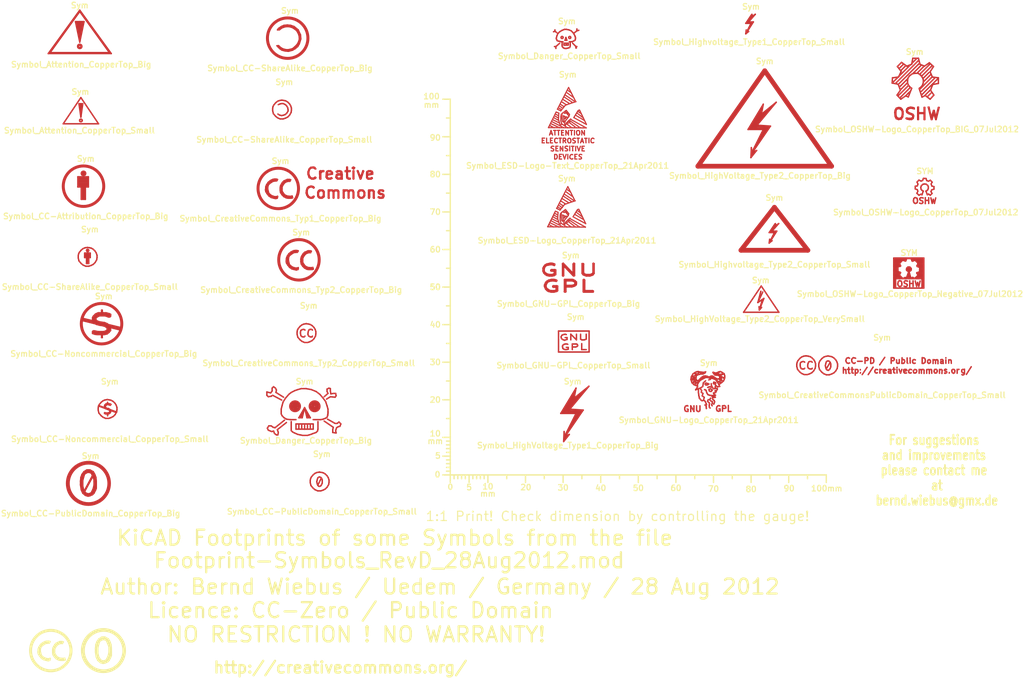
<source format=kicad_pcb>
(kicad_pcb (version 3) (host pcbnew "(2013-03-30 BZR 4007)-stable")
  (layers (15 Vorderseite signal) (0 Rückseite signal) (18 B.Paste user) (19 F.Paste user) (20 B.SilkS user) (21 F.SilkS user) (22 B.Mask user) (23 F.Mask user) (28 Edge.Cuts user))
  (net 0 "")
  (module Gauge_100mm_Type2_SilkScreenTop_RevA_Date22Jun2010 (layer Vorderseite) (at 132.75056 141.2494)
    (fp_text reference MSC hide)
    (fp_text value Gauge_100mm_Type2_SilkScreenTop_RevA_Date22Jun2010 hide)
    (fp_text user mm (at 9.99998 5.00126) (layer F.SilkS) (effects (font (size 1.524 1.524) (thickness 0.3048))))
    (fp_text user mm (at -4.0005 -8.99922) (layer F.SilkS) (effects (font (size 1.524 1.524) (thickness 0.3048))))
    (fp_text user mm (at -5.00126 -98.5012) (layer F.SilkS) (effects (font (size 1.524 1.524) (thickness 0.3048))))
    (fp_text user 10 (at 10.00506 3.0988) (layer F.SilkS) (effects (font (size 1.50114 1.50114) (thickness 0.29972))))
    (fp_text user 0 (at 0.00508 3.19786) (layer F.SilkS) (effects (font (size 1.39954 1.50114) (thickness 0.29972))))
    (fp_text user 5 (at 5.0038 3.29946) (layer F.SilkS) (effects (font (size 1.50114 1.50114) (thickness 0.29972))))
    (fp_text user 20 (at 20.1041 3.29946) (layer F.SilkS) (effects (font (size 1.50114 1.50114) (thickness 0.29972))))
    (fp_text user 30 (at 30.00502 3.39852) (layer F.SilkS) (effects (font (size 1.50114 1.50114) (thickness 0.29972))))
    (fp_text user 40 (at 40.005 3.50012) (layer F.SilkS) (effects (font (size 1.50114 1.50114) (thickness 0.29972))))
    (fp_text user 50 (at 50.00498 3.50012) (layer F.SilkS) (effects (font (size 1.50114 1.50114) (thickness 0.29972))))
    (fp_text user 60 (at 60.00496 3.50012) (layer F.SilkS) (effects (font (size 1.50114 1.50114) (thickness 0.29972))))
    (fp_text user 70 (at 70.00494 3.70078) (layer F.SilkS) (effects (font (size 1.50114 1.50114) (thickness 0.29972))))
    (fp_text user 80 (at 80.00492 3.79984) (layer F.SilkS) (effects (font (size 1.50114 1.50114) (thickness 0.29972))))
    (fp_text user 90 (at 90.1065 3.60172) (layer F.SilkS) (effects (font (size 1.50114 1.50114) (thickness 0.29972))))
    (fp_text user 100mm (at 100.10648 3.60172) (layer F.SilkS) (effects (font (size 1.50114 1.50114) (thickness 0.29972))))
    (fp_text user 100 (at -4.99872 -100.7491) (layer F.SilkS) (effects (font (size 1.50114 1.50114) (thickness 0.29972))))
    (fp_text user 90 (at -4.0005 -89.7509) (layer F.SilkS) (effects (font (size 1.50114 1.50114) (thickness 0.29972))))
    (fp_text user 80 (at -4.0005 -79.99984) (layer F.SilkS) (effects (font (size 1.50114 1.50114) (thickness 0.29972))))
    (fp_text user 70 (at -4.0005 -69.99986) (layer F.SilkS) (effects (font (size 1.50114 1.50114) (thickness 0.29972))))
    (fp_text user 60 (at -4.0005 -59.99988) (layer F.SilkS) (effects (font (size 1.50114 1.50114) (thickness 0.29972))))
    (fp_text user 50 (at -4.0005 -49.9999) (layer F.SilkS) (effects (font (size 1.50114 1.50114) (thickness 0.34036))))
    (fp_text user 40 (at -4.0005 -39.99992) (layer F.SilkS) (effects (font (size 1.50114 1.50114) (thickness 0.29972))))
    (fp_text user 30 (at -4.0005 -29.99994) (layer F.SilkS) (effects (font (size 1.50114 1.50114) (thickness 0.29972))))
    (fp_text user 20 (at -4.0005 -19.99996) (layer F.SilkS) (effects (font (size 1.50114 1.50114) (thickness 0.29972))))
    (fp_text user 5 (at -3.302 -5.10286) (layer F.SilkS) (effects (font (size 1.50114 1.50114) (thickness 0.29972))))
    (fp_text user 0 (at -3.4036 -0.10414) (layer F.SilkS) (effects (font (size 1.50114 1.50114) (thickness 0.29972))))
    (fp_text user 10 (at -4.0005 -11.00074) (layer F.SilkS) (effects (font (size 1.50114 1.50114) (thickness 0.29972))))
  )
  (module Symbol_Attention_CopperTop_Big (layer Vorderseite) (at 34.2011 24.39924)
    (fp_text reference Sym (at 0 -8.128) (layer F.SilkS) (effects (font (size 1.524 1.524) (thickness 0.3048))))
    (fp_text value Symbol_Attention_CopperTop_Big (at 0.381 7.62) (layer F.SilkS) (effects (font (size 1.524 1.524) (thickness 0.3048))))
    (fp_line (start 0 -6.858) (end 8.382 4.699) (layer Vorderseite) (width 0.381))
    (fp_line (start 8.382 4.699) (end -8.382 4.699) (layer Vorderseite) (width 0.381))
    (fp_line (start -8.382 4.699) (end 0 -6.858) (layer Vorderseite) (width 0.381))
    (fp_line (start 0 -6.477) (end 7.874 4.445) (layer Vorderseite) (width 0.381))
    (fp_line (start 7.874 4.445) (end -7.874 4.445) (layer Vorderseite) (width 0.381))
    (fp_line (start -7.874 4.445) (end 0 -6.477) (layer Vorderseite) (width 0.381))
    (fp_line (start 0 1.524) (end 0.381 -3.556) (layer Vorderseite) (width 0.381))
    (fp_line (start 0.381 -3.556) (end -0.127 0.127) (layer Vorderseite) (width 0.381))
    (fp_line (start -0.127 0.127) (end 0 -3.556) (layer Vorderseite) (width 0.381))
    (fp_line (start 0 -3.556) (end -0.381 -0.889) (layer Vorderseite) (width 0.381))
    (fp_line (start -0.381 -0.889) (end -0.381 -3.556) (layer Vorderseite) (width 0.381))
    (fp_line (start -0.381 -3.556) (end -0.889 -3.556) (layer Vorderseite) (width 0.381))
    (fp_line (start -0.889 -3.556) (end -0.508 -2.159) (layer Vorderseite) (width 0.381))
    (fp_line (start -0.508 -2.159) (end -0.635 -3.429) (layer Vorderseite) (width 0.381))
    (fp_line (start 0 1.651) (end 0.762 -3.683) (layer Vorderseite) (width 0.381))
    (fp_circle (center 0 2.794) (end 0.127 2.921) (layer Vorderseite) (width 0.381))
    (fp_circle (center 0 2.794) (end 0 2.921) (layer Vorderseite) (width 0.381))
    (fp_circle (center 0 2.794) (end 0.254 3.302) (layer Vorderseite) (width 0.381))
    (fp_line (start 0 -3.81) (end 1.143 -3.81) (layer Vorderseite) (width 0.381))
    (fp_line (start 1.143 -3.81) (end 0 1.651) (layer Vorderseite) (width 0.381))
    (fp_line (start 0 1.651) (end -1.143 -3.81) (layer Vorderseite) (width 0.381))
    (fp_line (start -1.143 -3.81) (end 0 -3.81) (layer Vorderseite) (width 0.381))
  )
  (module Symbol_Attention_CopperTop_Small (layer Vorderseite) (at 34.50082 45.00118)
    (fp_text reference Sym (at -0.127 -5.715) (layer F.SilkS) (effects (font (size 1.524 1.524) (thickness 0.3048))))
    (fp_text value Symbol_Attention_CopperTop_Small (at -0.381 4.572) (layer F.SilkS) (effects (font (size 1.524 1.524) (thickness 0.3048))))
    (fp_line (start 0 -4.191) (end 4.699 2.794) (layer Vorderseite) (width 0.381))
    (fp_line (start 4.699 2.794) (end -4.699 2.794) (layer Vorderseite) (width 0.381))
    (fp_line (start -4.699 2.794) (end 0 -4.191) (layer Vorderseite) (width 0.381))
    (fp_circle (center 0 1.905) (end 0 2.032) (layer Vorderseite) (width 0.381))
    (fp_circle (center 0 1.905) (end 0.254 2.159) (layer Vorderseite) (width 0.381))
    (fp_line (start 0 1.016) (end -0.127 -2.54) (layer Vorderseite) (width 0.381))
    (fp_line (start 0 0.889) (end 0.127 -2.54) (layer Vorderseite) (width 0.381))
    (fp_line (start 0 -2.54) (end 0.508 -2.54) (layer Vorderseite) (width 0.381))
    (fp_line (start 0.508 -2.54) (end 0 1.016) (layer Vorderseite) (width 0.381))
    (fp_line (start 0 1.016) (end -0.508 -2.54) (layer Vorderseite) (width 0.381))
    (fp_line (start -0.508 -2.54) (end 0 -2.54) (layer Vorderseite) (width 0.381))
  )
  (module Symbol_CC-Attribution_CopperTop_Big (layer Vorderseite) (at 35.19932 64.39916)
    (fp_text reference Sym (at 0.59944 -7.29996) (layer F.SilkS) (effects (font (size 1.524 1.524) (thickness 0.3048))))
    (fp_text value Symbol_CC-Attribution_CopperTop_Big (at 0.59944 8.001) (layer F.SilkS) (effects (font (size 1.524 1.524) (thickness 0.3048))))
    (fp_line (start -0.39878 0.29972) (end -0.39878 3.29946) (layer Vorderseite) (width 0.381))
    (fp_line (start -0.39878 3.29946) (end -0.20066 3.29946) (layer Vorderseite) (width 0.381))
    (fp_line (start -0.20066 3.29946) (end -0.20066 0.29972) (layer Vorderseite) (width 0.381))
    (fp_line (start -0.20066 0.29972) (end 0.09906 0.29972) (layer Vorderseite) (width 0.381))
    (fp_line (start 0.09906 0.29972) (end 0.09906 3.40106) (layer Vorderseite) (width 0.381))
    (fp_line (start 0.09906 3.40106) (end 0.29972 3.40106) (layer Vorderseite) (width 0.381))
    (fp_line (start 0.29972 3.40106) (end 0.29972 0.29972) (layer Vorderseite) (width 0.381))
    (fp_line (start 1.19888 -1.89992) (end -1.39954 -1.89992) (layer Vorderseite) (width 0.381))
    (fp_line (start -1.39954 -1.89992) (end -1.39954 -1.50114) (layer Vorderseite) (width 0.381))
    (fp_line (start -1.39954 -1.50114) (end -1.39954 -1.6002) (layer Vorderseite) (width 0.381))
    (fp_line (start -1.39954 -1.6002) (end 1.19888 -1.6002) (layer Vorderseite) (width 0.381))
    (fp_line (start 1.19888 -1.6002) (end 1.19888 -1.30048) (layer Vorderseite) (width 0.381))
    (fp_line (start 1.19888 -1.30048) (end -1.30048 -1.30048) (layer Vorderseite) (width 0.381))
    (fp_line (start -1.30048 -1.30048) (end -1.30048 -1.09982) (layer Vorderseite) (width 0.381))
    (fp_line (start -1.30048 -1.09982) (end 1.09982 -1.09982) (layer Vorderseite) (width 0.381))
    (fp_line (start 1.09982 -1.09982) (end 1.09982 -0.8001) (layer Vorderseite) (width 0.381))
    (fp_line (start 1.09982 -0.8001) (end -1.39954 -0.8001) (layer Vorderseite) (width 0.381))
    (fp_line (start -1.39954 -0.8001) (end -1.39954 -0.50038) (layer Vorderseite) (width 0.381))
    (fp_line (start -1.39954 -0.50038) (end 1.09982 -0.50038) (layer Vorderseite) (width 0.381))
    (fp_line (start 1.09982 -0.50038) (end 1.09982 -0.29972) (layer Vorderseite) (width 0.381))
    (fp_line (start 1.09982 -0.29972) (end -1.39954 -0.29972) (layer Vorderseite) (width 0.381))
    (fp_line (start -1.39954 -0.29972) (end -1.39954 -0.09906) (layer Vorderseite) (width 0.381))
    (fp_line (start -1.39954 -0.09906) (end 1.09982 -0.09906) (layer Vorderseite) (width 0.381))
    (fp_line (start -1.39954 -2.19964) (end 1.09982 -2.19964) (layer Vorderseite) (width 0.381))
    (fp_line (start 0.29972 -3.79984) (end 0.29972 -2.99974) (layer Vorderseite) (width 0.381))
    (fp_line (start -0.29972 -3.79984) (end -0.29972 -3.0988) (layer Vorderseite) (width 0.381))
    (fp_line (start 0 -3.79984) (end 0 -2.99974) (layer Vorderseite) (width 0.381))
    (fp_line (start -0.59944 3.50012) (end 0.50038 3.50012) (layer Vorderseite) (width 0.381))
    (fp_line (start 0.50038 3.50012) (end 0.50038 0.29972) (layer Vorderseite) (width 0.381))
    (fp_line (start -0.59944 0.29972) (end -0.59944 3.50012) (layer Vorderseite) (width 0.381))
    (fp_line (start -1.50114 -2.49936) (end 1.30048 -2.49936) (layer Vorderseite) (width 0.381))
    (fp_line (start 1.30048 -2.49936) (end 1.30048 0.20066) (layer Vorderseite) (width 0.381))
    (fp_line (start 1.30048 0.20066) (end -1.50114 0.20066) (layer Vorderseite) (width 0.381))
    (fp_line (start -1.50114 0.20066) (end -1.50114 -2.49936) (layer Vorderseite) (width 0.381))
    (fp_circle (center 0 -3.40106) (end 0.29972 -2.90068) (layer Vorderseite) (width 0.381))
    (fp_line (start 0 -5.40004) (end -0.50038 -5.40004) (layer Vorderseite) (width 0.381))
    (fp_line (start -0.50038 -5.40004) (end -1.30048 -5.10032) (layer Vorderseite) (width 0.381))
    (fp_line (start -1.30048 -5.10032) (end -1.99898 -4.89966) (layer Vorderseite) (width 0.381))
    (fp_line (start -1.99898 -4.89966) (end -2.70002 -4.699) (layer Vorderseite) (width 0.381))
    (fp_line (start -2.70002 -4.699) (end -3.29946 -4.20116) (layer Vorderseite) (width 0.381))
    (fp_line (start -3.29946 -4.20116) (end -4.0005 -3.59918) (layer Vorderseite) (width 0.381))
    (fp_line (start -4.0005 -3.59918) (end -4.50088 -2.99974) (layer Vorderseite) (width 0.381))
    (fp_line (start -4.50088 -2.99974) (end -5.00126 -2.10058) (layer Vorderseite) (width 0.381))
    (fp_line (start -5.00126 -2.10058) (end -5.30098 -1.09982) (layer Vorderseite) (width 0.381))
    (fp_line (start -5.30098 -1.09982) (end -5.40004 0.09906) (layer Vorderseite) (width 0.381))
    (fp_line (start -5.40004 0.09906) (end -5.19938 1.30048) (layer Vorderseite) (width 0.381))
    (fp_line (start -5.19938 1.30048) (end -4.8006 2.4003) (layer Vorderseite) (width 0.381))
    (fp_line (start -4.8006 2.4003) (end -3.79984 3.8989) (layer Vorderseite) (width 0.381))
    (fp_line (start -3.79984 3.8989) (end -2.60096 4.8006) (layer Vorderseite) (width 0.381))
    (fp_line (start -2.60096 4.8006) (end -1.30048 5.30098) (layer Vorderseite) (width 0.381))
    (fp_line (start -1.30048 5.30098) (end 0.09906 5.30098) (layer Vorderseite) (width 0.381))
    (fp_line (start 0.09906 5.30098) (end 1.6002 5.19938) (layer Vorderseite) (width 0.381))
    (fp_line (start 1.6002 5.19938) (end 2.60096 4.699) (layer Vorderseite) (width 0.381))
    (fp_line (start 2.60096 4.699) (end 4.20116 3.40106) (layer Vorderseite) (width 0.381))
    (fp_line (start 4.20116 3.40106) (end 5.00126 1.80086) (layer Vorderseite) (width 0.381))
    (fp_line (start 5.00126 1.80086) (end 5.40004 0.29972) (layer Vorderseite) (width 0.381))
    (fp_line (start 5.40004 0.29972) (end 5.19938 -1.39954) (layer Vorderseite) (width 0.381))
    (fp_line (start 5.19938 -1.39954) (end 4.699 -2.49936) (layer Vorderseite) (width 0.381))
    (fp_line (start 4.699 -2.49936) (end 3.40106 -4.09956) (layer Vorderseite) (width 0.381))
    (fp_line (start 3.40106 -4.09956) (end 2.4003 -4.8006) (layer Vorderseite) (width 0.381))
    (fp_line (start 2.4003 -4.8006) (end 1.39954 -5.19938) (layer Vorderseite) (width 0.381))
    (fp_line (start 1.39954 -5.19938) (end 0 -5.30098) (layer Vorderseite) (width 0.381))
    (fp_circle (center 0 0) (end 5.08 1.016) (layer Vorderseite) (width 0.381))
    (fp_circle (center 0 0) (end 5.588 0) (layer Vorderseite) (width 0.381))
  )
  (module Symbol_CC-Attribution_CopperTop_Small (layer Vorderseite) (at 36.29914 83.20024)
    (fp_text reference Sym (at 0.59944 -7.29996) (layer F.SilkS) (effects (font (size 1.524 1.524) (thickness 0.3048))))
    (fp_text value Symbol_CC-ShareAlike_CopperTop_Small (at 0.59944 8.001) (layer F.SilkS) (effects (font (size 1.524 1.524) (thickness 0.3048))))
    (fp_line (start 0 -1.89992) (end 0 -1.50114) (layer Vorderseite) (width 0.381))
    (fp_line (start -0.70104 -0.70104) (end 0.59944 -0.70104) (layer Vorderseite) (width 0.381))
    (fp_line (start 0.50038 -0.39878) (end -0.70104 -0.39878) (layer Vorderseite) (width 0.381))
    (fp_line (start -0.8001 -0.09906) (end 0.50038 -0.09906) (layer Vorderseite) (width 0.381))
    (fp_line (start 0 0.29972) (end 0 1.6002) (layer Vorderseite) (width 0.381))
    (fp_line (start 0.09906 1.80086) (end 0.29972 1.80086) (layer Vorderseite) (width 0.381))
    (fp_line (start 0.29972 1.80086) (end 0.29972 0.20066) (layer Vorderseite) (width 0.381))
    (fp_line (start -0.29972 0.29972) (end -0.29972 1.80086) (layer Vorderseite) (width 0.381))
    (fp_line (start -0.29972 1.80086) (end 0.20066 1.80086) (layer Vorderseite) (width 0.381))
    (fp_line (start -0.8001 -1.00076) (end 0.70104 -1.00076) (layer Vorderseite) (width 0.381))
    (fp_line (start 0.70104 -1.00076) (end 0.70104 0.20066) (layer Vorderseite) (width 0.381))
    (fp_line (start 0.70104 0.20066) (end -0.8001 0.20066) (layer Vorderseite) (width 0.381))
    (fp_line (start -0.8001 0.20066) (end -0.8001 -1.00076) (layer Vorderseite) (width 0.381))
    (fp_circle (center 0 -1.69926) (end 0.09906 -1.39954) (layer Vorderseite) (width 0.381))
    (fp_line (start 0 -2.49936) (end -0.09906 -2.49936) (layer Vorderseite) (width 0.381))
    (fp_line (start -0.09906 -2.49936) (end -0.70104 -2.4003) (layer Vorderseite) (width 0.381))
    (fp_line (start -0.70104 -2.4003) (end -1.19888 -2.19964) (layer Vorderseite) (width 0.381))
    (fp_line (start -1.19888 -2.19964) (end -1.69926 -1.80086) (layer Vorderseite) (width 0.381))
    (fp_line (start -1.69926 -1.80086) (end -2.19964 -1.19888) (layer Vorderseite) (width 0.381))
    (fp_line (start -2.19964 -1.19888) (end -2.4003 -0.8001) (layer Vorderseite) (width 0.381))
    (fp_line (start -2.4003 -0.8001) (end -2.49936 -0.29972) (layer Vorderseite) (width 0.381))
    (fp_line (start -2.49936 -0.29972) (end -2.49936 0.29972) (layer Vorderseite) (width 0.381))
    (fp_line (start -2.49936 0.29972) (end -2.30124 1.09982) (layer Vorderseite) (width 0.381))
    (fp_line (start -2.30124 1.09982) (end -1.69926 1.80086) (layer Vorderseite) (width 0.381))
    (fp_line (start -1.69926 1.80086) (end -1.19888 2.19964) (layer Vorderseite) (width 0.381))
    (fp_line (start -1.19888 2.19964) (end -0.50038 2.49936) (layer Vorderseite) (width 0.381))
    (fp_line (start -0.50038 2.49936) (end 0.29972 2.49936) (layer Vorderseite) (width 0.381))
    (fp_line (start 0.29972 2.49936) (end 0.89916 2.30124) (layer Vorderseite) (width 0.381))
    (fp_line (start 0.89916 2.30124) (end 1.50114 1.99898) (layer Vorderseite) (width 0.381))
    (fp_line (start 1.50114 1.99898) (end 1.99898 1.50114) (layer Vorderseite) (width 0.381))
    (fp_line (start 1.99898 1.50114) (end 2.4003 0.8001) (layer Vorderseite) (width 0.381))
    (fp_line (start 2.4003 0.8001) (end 2.49936 0.20066) (layer Vorderseite) (width 0.381))
    (fp_line (start 2.49936 0.20066) (end 2.49936 -0.39878) (layer Vorderseite) (width 0.381))
    (fp_line (start 2.49936 -0.39878) (end 2.30124 -1.00076) (layer Vorderseite) (width 0.381))
    (fp_line (start 2.30124 -1.00076) (end 1.99898 -1.50114) (layer Vorderseite) (width 0.381))
    (fp_line (start 1.99898 -1.50114) (end 1.50114 -1.99898) (layer Vorderseite) (width 0.381))
    (fp_line (start 1.50114 -1.99898) (end 1.00076 -2.30124) (layer Vorderseite) (width 0.381))
    (fp_line (start 1.00076 -2.30124) (end 0.59944 -2.4003) (layer Vorderseite) (width 0.381))
    (fp_line (start 0.59944 -2.4003) (end 0 -2.49936) (layer Vorderseite) (width 0.381))
  )
  (module Symbol_CC-Noncommercial_CopperTop_Big (layer Vorderseite) (at 40 101)
    (fp_text reference Sym (at 0.59944 -7.29996) (layer F.SilkS) (effects (font (size 1.524 1.524) (thickness 0.3048))))
    (fp_text value Symbol_CC-Noncommercial_CopperTop_Big (at 0.59944 8.001) (layer F.SilkS) (effects (font (size 1.524 1.524) (thickness 0.3048))))
    (fp_line (start 0 3.70078) (end 0.20066 3.70078) (layer Vorderseite) (width 0.381))
    (fp_line (start 0.20066 3.70078) (end 0.20066 2.99974) (layer Vorderseite) (width 0.381))
    (fp_line (start 0 -3.59918) (end 0.20066 -3.59918) (layer Vorderseite) (width 0.381))
    (fp_line (start 0.20066 -3.59918) (end 0.20066 -2.99974) (layer Vorderseite) (width 0.381))
    (fp_line (start 0 2.79908) (end 0 3.70078) (layer Vorderseite) (width 0.381))
    (fp_line (start 0 -2.99974) (end 0 -3.59918) (layer Vorderseite) (width 0.381))
    (fp_line (start -5.30098 -1.50114) (end 5.40004 1.09982) (layer Vorderseite) (width 0.381))
    (fp_line (start 5.40004 1.09982) (end 5.30098 1.39954) (layer Vorderseite) (width 0.381))
    (fp_line (start 5.30098 1.39954) (end -5.30098 -1.19888) (layer Vorderseite) (width 0.381))
    (fp_line (start -5.30098 -1.19888) (end -5.40004 -0.89916) (layer Vorderseite) (width 0.381))
    (fp_line (start -5.40004 -0.89916) (end 4.699 1.6002) (layer Vorderseite) (width 0.381))
    (fp_line (start 2.30124 -2.4003) (end 2.4003 -2.49936) (layer Vorderseite) (width 0.381))
    (fp_line (start 2.4003 -2.49936) (end 1.99898 -2.70002) (layer Vorderseite) (width 0.381))
    (fp_line (start 1.99898 -2.70002) (end 1.19888 -2.90068) (layer Vorderseite) (width 0.381))
    (fp_line (start 1.19888 -2.90068) (end 0.50038 -2.90068) (layer Vorderseite) (width 0.381))
    (fp_line (start 0.50038 -2.90068) (end -0.59944 -2.90068) (layer Vorderseite) (width 0.381))
    (fp_line (start -0.59944 -2.90068) (end -0.89916 -2.90068) (layer Vorderseite) (width 0.381))
    (fp_line (start -0.89916 -2.90068) (end -1.6002 -2.60096) (layer Vorderseite) (width 0.381))
    (fp_line (start -1.6002 -2.60096) (end -2.19964 -1.99898) (layer Vorderseite) (width 0.381))
    (fp_line (start -2.19964 -1.99898) (end -2.4003 -1.6002) (layer Vorderseite) (width 0.381))
    (fp_line (start -2.4003 -1.6002) (end -2.4003 -1.00076) (layer Vorderseite) (width 0.381))
    (fp_line (start -2.4003 -1.00076) (end -2.10058 -0.59944) (layer Vorderseite) (width 0.381))
    (fp_line (start -2.10058 -0.59944) (end -1.80086 -0.09906) (layer Vorderseite) (width 0.381))
    (fp_line (start -1.80086 -0.09906) (end -1.30048 0.20066) (layer Vorderseite) (width 0.381))
    (fp_line (start -1.30048 0.20066) (end -0.50038 0.39878) (layer Vorderseite) (width 0.381))
    (fp_line (start -0.50038 0.39878) (end 0.70104 0.59944) (layer Vorderseite) (width 0.381))
    (fp_line (start 0.70104 0.59944) (end 1.19888 0.89916) (layer Vorderseite) (width 0.381))
    (fp_line (start 1.19888 0.89916) (end 1.50114 1.19888) (layer Vorderseite) (width 0.381))
    (fp_line (start 1.50114 1.19888) (end 1.50114 1.6002) (layer Vorderseite) (width 0.381))
    (fp_line (start 1.50114 1.6002) (end 1.19888 1.89992) (layer Vorderseite) (width 0.381))
    (fp_line (start 1.19888 1.89992) (end 0.59944 2.10058) (layer Vorderseite) (width 0.381))
    (fp_line (start 0.59944 2.10058) (end -0.89916 2.10058) (layer Vorderseite) (width 0.381))
    (fp_line (start -0.89916 2.10058) (end -1.89992 1.89992) (layer Vorderseite) (width 0.381))
    (fp_line (start -1.89992 1.89992) (end -2.19964 1.89992) (layer Vorderseite) (width 0.381))
    (fp_line (start -2.19964 1.89992) (end -2.4003 2.10058) (layer Vorderseite) (width 0.381))
    (fp_line (start -2.4003 2.10058) (end -2.4003 2.60096) (layer Vorderseite) (width 0.381))
    (fp_line (start -2.4003 2.60096) (end -1.80086 2.79908) (layer Vorderseite) (width 0.381))
    (fp_line (start -1.80086 2.79908) (end -1.19888 2.90068) (layer Vorderseite) (width 0.381))
    (fp_line (start -1.19888 2.90068) (end 0.70104 2.90068) (layer Vorderseite) (width 0.381))
    (fp_line (start 0.70104 2.90068) (end 1.50114 2.70002) (layer Vorderseite) (width 0.381))
    (fp_line (start 1.50114 2.70002) (end 1.99898 2.30124) (layer Vorderseite) (width 0.381))
    (fp_line (start 1.99898 2.30124) (end 2.4003 1.80086) (layer Vorderseite) (width 0.381))
    (fp_line (start 2.4003 1.80086) (end 2.4003 1.00076) (layer Vorderseite) (width 0.381))
    (fp_line (start 2.4003 1.00076) (end 1.99898 0.39878) (layer Vorderseite) (width 0.381))
    (fp_line (start 1.99898 0.39878) (end 1.50114 0) (layer Vorderseite) (width 0.381))
    (fp_line (start 1.50114 0) (end 0.8001 -0.29972) (layer Vorderseite) (width 0.381))
    (fp_line (start 0.8001 -0.29972) (end -0.59944 -0.50038) (layer Vorderseite) (width 0.381))
    (fp_line (start -0.59944 -0.50038) (end -1.30048 -0.8001) (layer Vorderseite) (width 0.381))
    (fp_line (start -1.30048 -0.8001) (end -1.6002 -1.30048) (layer Vorderseite) (width 0.381))
    (fp_line (start -1.6002 -1.30048) (end -1.30048 -1.69926) (layer Vorderseite) (width 0.381))
    (fp_line (start -1.30048 -1.69926) (end -0.59944 -2.10058) (layer Vorderseite) (width 0.381))
    (fp_line (start -0.59944 -2.10058) (end 1.00076 -2.10058) (layer Vorderseite) (width 0.381))
    (fp_line (start 1.00076 -2.10058) (end 1.80086 -1.80086) (layer Vorderseite) (width 0.381))
    (fp_line (start 1.80086 -1.80086) (end 2.19964 -1.80086) (layer Vorderseite) (width 0.381))
    (fp_line (start 2.19964 -1.80086) (end 2.4003 -1.99898) (layer Vorderseite) (width 0.381))
    (fp_line (start 2.4003 -1.99898) (end 2.4003 -2.4003) (layer Vorderseite) (width 0.381))
    (fp_line (start 2.4003 -2.4003) (end 1.89992 -2.4003) (layer Vorderseite) (width 0.381))
    (fp_line (start 1.89992 -2.4003) (end 0.8001 -2.60096) (layer Vorderseite) (width 0.381))
    (fp_line (start 0.8001 -2.60096) (end -1.09982 -2.60096) (layer Vorderseite) (width 0.381))
    (fp_line (start -1.09982 -2.60096) (end -1.89992 -1.99898) (layer Vorderseite) (width 0.381))
    (fp_line (start -1.89992 -1.99898) (end -2.19964 -1.19888) (layer Vorderseite) (width 0.381))
    (fp_line (start -2.19964 -1.19888) (end -1.89992 -0.70104) (layer Vorderseite) (width 0.381))
    (fp_line (start -1.89992 -0.70104) (end -1.30048 -0.09906) (layer Vorderseite) (width 0.381))
    (fp_line (start -1.30048 -0.09906) (end 0 0.29972) (layer Vorderseite) (width 0.381))
    (fp_line (start 0 0.29972) (end 1.19888 0.59944) (layer Vorderseite) (width 0.381))
    (fp_line (start 1.19888 0.59944) (end 1.69926 1.09982) (layer Vorderseite) (width 0.381))
    (fp_line (start 1.69926 1.09982) (end 1.6002 1.89992) (layer Vorderseite) (width 0.381))
    (fp_line (start 1.6002 1.89992) (end 0.89916 2.30124) (layer Vorderseite) (width 0.381))
    (fp_line (start 0.89916 2.30124) (end -0.29972 2.30124) (layer Vorderseite) (width 0.381))
    (fp_line (start -0.29972 2.30124) (end -1.6002 2.19964) (layer Vorderseite) (width 0.381))
    (fp_line (start -1.6002 2.19964) (end -2.19964 2.19964) (layer Vorderseite) (width 0.381))
    (fp_line (start -2.19964 2.19964) (end -2.19964 2.4003) (layer Vorderseite) (width 0.381))
    (fp_line (start -2.19964 2.4003) (end -1.09982 2.60096) (layer Vorderseite) (width 0.381))
    (fp_line (start -1.09982 2.60096) (end -0.09906 2.60096) (layer Vorderseite) (width 0.381))
    (fp_line (start -0.09906 2.60096) (end 0.89916 2.60096) (layer Vorderseite) (width 0.381))
    (fp_line (start 0.89916 2.60096) (end 1.80086 2.10058) (layer Vorderseite) (width 0.381))
    (fp_line (start 1.80086 2.10058) (end 2.10058 1.6002) (layer Vorderseite) (width 0.381))
    (fp_line (start 2.10058 1.6002) (end 1.89992 1.6002) (layer Vorderseite) (width 0.381))
    (fp_line (start 1.89992 1.6002) (end 2.19964 1.19888) (layer Vorderseite) (width 0.381))
    (fp_line (start 2.19964 1.19888) (end 1.89992 1.19888) (layer Vorderseite) (width 0.381))
    (fp_line (start 1.89992 1.19888) (end 1.99898 0.89916) (layer Vorderseite) (width 0.381))
    (fp_line (start 1.99898 0.89916) (end 1.39954 0.29972) (layer Vorderseite) (width 0.381))
    (fp_line (start 1.39954 0.29972) (end 0.50038 0) (layer Vorderseite) (width 0.381))
    (fp_line (start 0.50038 0) (end 0.50038 0.20066) (layer Vorderseite) (width 0.381))
    (fp_line (start 0.50038 0.20066) (end 0.89916 0.39878) (layer Vorderseite) (width 0.381))
    (fp_line (start 0.89916 0.39878) (end 0.20066 -0.20066) (layer Vorderseite) (width 0.381))
    (fp_line (start 0.20066 -0.20066) (end 0.20066 0.09906) (layer Vorderseite) (width 0.381))
    (fp_line (start 0.20066 0.09906) (end -0.20066 -0.20066) (layer Vorderseite) (width 0.381))
    (fp_line (start -0.20066 -0.20066) (end -0.39878 -0.09906) (layer Vorderseite) (width 0.381))
    (fp_line (start -0.39878 -0.09906) (end -1.39954 -0.50038) (layer Vorderseite) (width 0.381))
    (fp_line (start -1.39954 -0.50038) (end -1.89992 -1.19888) (layer Vorderseite) (width 0.381))
    (fp_line (start -1.89992 -1.19888) (end -1.6002 -1.80086) (layer Vorderseite) (width 0.381))
    (fp_line (start -1.6002 -1.80086) (end -0.89916 -2.30124) (layer Vorderseite) (width 0.381))
    (fp_line (start -0.89916 -2.30124) (end -0.09906 -2.4003) (layer Vorderseite) (width 0.381))
    (fp_line (start -0.09906 -2.4003) (end 1.00076 -2.30124) (layer Vorderseite) (width 0.381))
    (fp_line (start 1.00076 -2.30124) (end 2.10058 -2.10058) (layer Vorderseite) (width 0.381))
    (fp_line (start 0 -5.40004) (end -0.50038 -5.40004) (layer Vorderseite) (width 0.381))
    (fp_line (start -0.50038 -5.40004) (end -1.30048 -5.10032) (layer Vorderseite) (width 0.381))
    (fp_line (start -1.30048 -5.10032) (end -1.99898 -4.89966) (layer Vorderseite) (width 0.381))
    (fp_line (start -1.99898 -4.89966) (end -2.70002 -4.699) (layer Vorderseite) (width 0.381))
    (fp_line (start -2.70002 -4.699) (end -3.29946 -4.20116) (layer Vorderseite) (width 0.381))
    (fp_line (start -3.29946 -4.20116) (end -4.0005 -3.59918) (layer Vorderseite) (width 0.381))
    (fp_line (start -4.0005 -3.59918) (end -4.50088 -2.99974) (layer Vorderseite) (width 0.381))
    (fp_line (start -4.50088 -2.99974) (end -5.00126 -2.10058) (layer Vorderseite) (width 0.381))
    (fp_line (start -5.00126 -2.10058) (end -5.30098 -1.09982) (layer Vorderseite) (width 0.381))
    (fp_line (start -5.30098 -1.09982) (end -5.40004 0.09906) (layer Vorderseite) (width 0.381))
    (fp_line (start -5.40004 0.09906) (end -5.19938 1.30048) (layer Vorderseite) (width 0.381))
    (fp_line (start -5.19938 1.30048) (end -4.8006 2.4003) (layer Vorderseite) (width 0.381))
    (fp_line (start -4.8006 2.4003) (end -3.79984 3.8989) (layer Vorderseite) (width 0.381))
    (fp_line (start -3.79984 3.8989) (end -2.60096 4.8006) (layer Vorderseite) (width 0.381))
    (fp_line (start -2.60096 4.8006) (end -1.30048 5.30098) (layer Vorderseite) (width 0.381))
    (fp_line (start -1.30048 5.30098) (end 0.09906 5.30098) (layer Vorderseite) (width 0.381))
    (fp_line (start 0.09906 5.30098) (end 1.6002 5.19938) (layer Vorderseite) (width 0.381))
    (fp_line (start 1.6002 5.19938) (end 2.60096 4.699) (layer Vorderseite) (width 0.381))
    (fp_line (start 2.60096 4.699) (end 4.20116 3.40106) (layer Vorderseite) (width 0.381))
    (fp_line (start 4.20116 3.40106) (end 5.00126 1.80086) (layer Vorderseite) (width 0.381))
    (fp_line (start 5.00126 1.80086) (end 5.40004 0.29972) (layer Vorderseite) (width 0.381))
    (fp_line (start 5.40004 0.29972) (end 5.19938 -1.39954) (layer Vorderseite) (width 0.381))
    (fp_line (start 5.19938 -1.39954) (end 4.699 -2.49936) (layer Vorderseite) (width 0.381))
    (fp_line (start 4.699 -2.49936) (end 3.40106 -4.09956) (layer Vorderseite) (width 0.381))
    (fp_line (start 3.40106 -4.09956) (end 2.4003 -4.8006) (layer Vorderseite) (width 0.381))
    (fp_line (start 2.4003 -4.8006) (end 1.39954 -5.19938) (layer Vorderseite) (width 0.381))
    (fp_line (start 1.39954 -5.19938) (end 0 -5.30098) (layer Vorderseite) (width 0.381))
    (fp_circle (center 0 0) (end 5.08 1.016) (layer Vorderseite) (width 0.381))
    (fp_circle (center 0 0) (end 5.588 0) (layer Vorderseite) (width 0.381))
  )
  (module Symbol_CC-Noncommercial_CopperTop_Small (layer Vorderseite) (at 41.60012 123.70054)
    (fp_text reference Sym (at 0.59944 -7.29996) (layer F.SilkS) (effects (font (size 1.524 1.524) (thickness 0.3048))))
    (fp_text value Symbol_CC-Noncommercial_CopperTop_Small (at 0.59944 8.001) (layer F.SilkS) (effects (font (size 1.524 1.524) (thickness 0.3048))))
    (fp_line (start 0 1.30048) (end 0 1.80086) (layer Vorderseite) (width 0.381))
    (fp_line (start 0 1.80086) (end 0 1.69926) (layer Vorderseite) (width 0.381))
    (fp_line (start 0 -1.50114) (end 0 -1.80086) (layer Vorderseite) (width 0.381))
    (fp_line (start -2.4003 -0.8001) (end 2.19964 0.89916) (layer Vorderseite) (width 0.381))
    (fp_line (start -2.30124 -0.89916) (end 2.4003 0.8001) (layer Vorderseite) (width 0.381))
    (fp_line (start 0.89916 -1.19888) (end 0.8001 -1.30048) (layer Vorderseite) (width 0.381))
    (fp_line (start 0.8001 -1.30048) (end 0.39878 -1.39954) (layer Vorderseite) (width 0.381))
    (fp_line (start 0.39878 -1.39954) (end -0.29972 -1.39954) (layer Vorderseite) (width 0.381))
    (fp_line (start -0.29972 -1.39954) (end -0.50038 -1.30048) (layer Vorderseite) (width 0.381))
    (fp_line (start -0.50038 -1.30048) (end -0.70104 -1.09982) (layer Vorderseite) (width 0.381))
    (fp_line (start -0.70104 -1.09982) (end -0.8001 -0.89916) (layer Vorderseite) (width 0.381))
    (fp_line (start -0.8001 -0.89916) (end -0.8001 -0.59944) (layer Vorderseite) (width 0.381))
    (fp_line (start -0.8001 -0.59944) (end -0.70104 -0.29972) (layer Vorderseite) (width 0.381))
    (fp_line (start -0.70104 -0.29972) (end -0.50038 -0.09906) (layer Vorderseite) (width 0.381))
    (fp_line (start -0.50038 -0.09906) (end 0.29972 0.20066) (layer Vorderseite) (width 0.381))
    (fp_line (start 0.29972 0.20066) (end 0.59944 0.39878) (layer Vorderseite) (width 0.381))
    (fp_line (start 0.59944 0.39878) (end 0.59944 0.8001) (layer Vorderseite) (width 0.381))
    (fp_line (start 0.59944 0.8001) (end 0.29972 1.00076) (layer Vorderseite) (width 0.381))
    (fp_line (start 0.29972 1.00076) (end -0.20066 1.09982) (layer Vorderseite) (width 0.381))
    (fp_line (start -0.20066 1.09982) (end -0.70104 1.00076) (layer Vorderseite) (width 0.381))
    (fp_line (start -0.70104 1.00076) (end -0.8001 1.00076) (layer Vorderseite) (width 0.381))
    (fp_line (start -0.8001 1.00076) (end -0.8001 1.19888) (layer Vorderseite) (width 0.381))
    (fp_line (start -0.8001 1.19888) (end -0.50038 1.30048) (layer Vorderseite) (width 0.381))
    (fp_line (start -0.50038 1.30048) (end 0.20066 1.30048) (layer Vorderseite) (width 0.381))
    (fp_line (start 0.20066 1.30048) (end 0.50038 1.19888) (layer Vorderseite) (width 0.381))
    (fp_line (start 0.50038 1.19888) (end 0.70104 1.00076) (layer Vorderseite) (width 0.381))
    (fp_line (start 0.70104 1.00076) (end 0.8001 0.8001) (layer Vorderseite) (width 0.381))
    (fp_line (start 0.8001 0.8001) (end 0.8001 0.50038) (layer Vorderseite) (width 0.381))
    (fp_line (start 0.8001 0.50038) (end 0.70104 0.20066) (layer Vorderseite) (width 0.381))
    (fp_line (start 0.70104 0.20066) (end 0.29972 -0.09906) (layer Vorderseite) (width 0.381))
    (fp_line (start 0.29972 -0.09906) (end -0.29972 -0.20066) (layer Vorderseite) (width 0.381))
    (fp_line (start -0.29972 -0.20066) (end -0.50038 -0.39878) (layer Vorderseite) (width 0.381))
    (fp_line (start -0.50038 -0.39878) (end -0.59944 -0.70104) (layer Vorderseite) (width 0.381))
    (fp_line (start -0.59944 -0.70104) (end -0.50038 -0.89916) (layer Vorderseite) (width 0.381))
    (fp_line (start -0.50038 -0.89916) (end -0.29972 -1.09982) (layer Vorderseite) (width 0.381))
    (fp_line (start -0.29972 -1.09982) (end 0.09906 -1.19888) (layer Vorderseite) (width 0.381))
    (fp_line (start 0.09906 -1.19888) (end 0.39878 -1.09982) (layer Vorderseite) (width 0.381))
    (fp_line (start 0.39878 -1.09982) (end 0.70104 -1.00076) (layer Vorderseite) (width 0.381))
    (fp_line (start 0.70104 -1.00076) (end 0.89916 -1.19888) (layer Vorderseite) (width 0.381))
    (fp_line (start 0 -2.49936) (end -0.09906 -2.49936) (layer Vorderseite) (width 0.381))
    (fp_line (start -0.09906 -2.49936) (end -0.70104 -2.4003) (layer Vorderseite) (width 0.381))
    (fp_line (start -0.70104 -2.4003) (end -1.19888 -2.19964) (layer Vorderseite) (width 0.381))
    (fp_line (start -1.19888 -2.19964) (end -1.69926 -1.80086) (layer Vorderseite) (width 0.381))
    (fp_line (start -1.69926 -1.80086) (end -2.19964 -1.19888) (layer Vorderseite) (width 0.381))
    (fp_line (start -2.19964 -1.19888) (end -2.4003 -0.8001) (layer Vorderseite) (width 0.381))
    (fp_line (start -2.4003 -0.8001) (end -2.49936 -0.29972) (layer Vorderseite) (width 0.381))
    (fp_line (start -2.49936 -0.29972) (end -2.49936 0.29972) (layer Vorderseite) (width 0.381))
    (fp_line (start -2.49936 0.29972) (end -2.30124 1.09982) (layer Vorderseite) (width 0.381))
    (fp_line (start -2.30124 1.09982) (end -1.69926 1.80086) (layer Vorderseite) (width 0.381))
    (fp_line (start -1.69926 1.80086) (end -1.19888 2.19964) (layer Vorderseite) (width 0.381))
    (fp_line (start -1.19888 2.19964) (end -0.50038 2.49936) (layer Vorderseite) (width 0.381))
    (fp_line (start -0.50038 2.49936) (end 0.29972 2.49936) (layer Vorderseite) (width 0.381))
    (fp_line (start 0.29972 2.49936) (end 0.89916 2.30124) (layer Vorderseite) (width 0.381))
    (fp_line (start 0.89916 2.30124) (end 1.50114 1.99898) (layer Vorderseite) (width 0.381))
    (fp_line (start 1.50114 1.99898) (end 1.99898 1.50114) (layer Vorderseite) (width 0.381))
    (fp_line (start 1.99898 1.50114) (end 2.4003 0.8001) (layer Vorderseite) (width 0.381))
    (fp_line (start 2.4003 0.8001) (end 2.49936 0.20066) (layer Vorderseite) (width 0.381))
    (fp_line (start 2.49936 0.20066) (end 2.49936 -0.39878) (layer Vorderseite) (width 0.381))
    (fp_line (start 2.49936 -0.39878) (end 2.30124 -1.00076) (layer Vorderseite) (width 0.381))
    (fp_line (start 2.30124 -1.00076) (end 1.99898 -1.50114) (layer Vorderseite) (width 0.381))
    (fp_line (start 1.99898 -1.50114) (end 1.50114 -1.99898) (layer Vorderseite) (width 0.381))
    (fp_line (start 1.50114 -1.99898) (end 1.00076 -2.30124) (layer Vorderseite) (width 0.381))
    (fp_line (start 1.00076 -2.30124) (end 0.59944 -2.4003) (layer Vorderseite) (width 0.381))
    (fp_line (start 0.59944 -2.4003) (end 0 -2.49936) (layer Vorderseite) (width 0.381))
  )
  (module Symbol_CreativeCommons_CopperTop_Type1_Big (layer Vorderseite) (at 87 65)
    (fp_text reference Sym (at 0.59944 -7.29996) (layer F.SilkS) (effects (font (size 1.524 1.524) (thickness 0.3048))))
    (fp_text value Symbol_CreativeCommons_Typ1_CopperTop_Big (at 0.59944 8.001) (layer F.SilkS) (effects (font (size 1.524 1.524) (thickness 0.3048))))
    (fp_line (start 28.00096 0.59944) (end 27.89936 0.50038) (layer Vorderseite) (width 0.381))
    (fp_line (start 27.89936 0.50038) (end 27.59964 0.39878) (layer Vorderseite) (width 0.381))
    (fp_line (start 27.59964 0.39878) (end 27.09926 0.39878) (layer Vorderseite) (width 0.381))
    (fp_line (start 27.09926 0.39878) (end 26.79954 0.50038) (layer Vorderseite) (width 0.381))
    (fp_line (start 26.79954 0.50038) (end 26.59888 0.89916) (layer Vorderseite) (width 0.381))
    (fp_line (start 26.59888 0.89916) (end 26.59888 1.09982) (layer Vorderseite) (width 0.381))
    (fp_line (start 26.59888 1.09982) (end 26.70048 1.30048) (layer Vorderseite) (width 0.381))
    (fp_line (start 26.70048 1.30048) (end 26.90114 1.50114) (layer Vorderseite) (width 0.381))
    (fp_line (start 26.90114 1.50114) (end 27.20086 1.6002) (layer Vorderseite) (width 0.381))
    (fp_line (start 27.20086 1.6002) (end 27.50058 1.6002) (layer Vorderseite) (width 0.381))
    (fp_line (start 27.50058 1.6002) (end 27.6987 1.69926) (layer Vorderseite) (width 0.381))
    (fp_line (start 27.6987 1.69926) (end 27.89936 1.89992) (layer Vorderseite) (width 0.381))
    (fp_line (start 27.89936 1.89992) (end 27.8003 2.19964) (layer Vorderseite) (width 0.381))
    (fp_line (start 27.8003 2.19964) (end 27.59964 2.30124) (layer Vorderseite) (width 0.381))
    (fp_line (start 27.59964 2.30124) (end 27.09926 2.4003) (layer Vorderseite) (width 0.381))
    (fp_line (start 27.09926 2.4003) (end 26.90114 2.30124) (layer Vorderseite) (width 0.381))
    (fp_line (start 26.90114 2.30124) (end 26.70048 2.19964) (layer Vorderseite) (width 0.381))
    (fp_line (start 26.70048 2.19964) (end 26.59888 2.30124) (layer Vorderseite) (width 0.381))
    (fp_line (start 26.59888 2.30124) (end 26.59888 2.4003) (layer Vorderseite) (width 0.381))
    (fp_line (start 26.59888 2.4003) (end 27.0002 2.60096) (layer Vorderseite) (width 0.381))
    (fp_line (start 27.0002 2.60096) (end 27.50058 2.60096) (layer Vorderseite) (width 0.381))
    (fp_line (start 27.50058 2.60096) (end 27.89936 2.49936) (layer Vorderseite) (width 0.381))
    (fp_line (start 27.89936 2.49936) (end 28.10002 2.10058) (layer Vorderseite) (width 0.381))
    (fp_line (start 28.10002 2.10058) (end 28.10002 1.89992) (layer Vorderseite) (width 0.381))
    (fp_line (start 28.10002 1.89992) (end 28.00096 1.6002) (layer Vorderseite) (width 0.381))
    (fp_line (start 28.00096 1.6002) (end 27.59964 1.39954) (layer Vorderseite) (width 0.381))
    (fp_line (start 27.59964 1.39954) (end 27.20086 1.30048) (layer Vorderseite) (width 0.381))
    (fp_line (start 27.20086 1.30048) (end 27.0002 1.30048) (layer Vorderseite) (width 0.381))
    (fp_line (start 27.0002 1.30048) (end 26.90114 1.09982) (layer Vorderseite) (width 0.381))
    (fp_line (start 26.90114 1.09982) (end 26.90114 0.8001) (layer Vorderseite) (width 0.381))
    (fp_line (start 26.90114 0.8001) (end 27.09926 0.59944) (layer Vorderseite) (width 0.381))
    (fp_line (start 27.09926 0.59944) (end 27.50058 0.59944) (layer Vorderseite) (width 0.381))
    (fp_line (start 27.50058 0.59944) (end 27.8003 0.70104) (layer Vorderseite) (width 0.381))
    (fp_line (start 27.8003 0.70104) (end 27.89936 0.8001) (layer Vorderseite) (width 0.381))
    (fp_line (start 27.89936 0.8001) (end 28.00096 0.70104) (layer Vorderseite) (width 0.381))
    (fp_line (start 24.30018 0.50038) (end 24.50084 0.39878) (layer Vorderseite) (width 0.381))
    (fp_line (start 24.50084 0.39878) (end 25.00122 0.39878) (layer Vorderseite) (width 0.381))
    (fp_line (start 25.00122 0.39878) (end 25.30094 0.50038) (layer Vorderseite) (width 0.381))
    (fp_line (start 25.30094 0.50038) (end 25.49906 0.8001) (layer Vorderseite) (width 0.381))
    (fp_line (start 25.49906 0.8001) (end 25.49906 2.49936) (layer Vorderseite) (width 0.381))
    (fp_line (start 25.49906 2.49936) (end 25.49906 2.60096) (layer Vorderseite) (width 0.381))
    (fp_line (start 25.49906 2.60096) (end 25.4 2.60096) (layer Vorderseite) (width 0.381))
    (fp_line (start 25.4 2.60096) (end 25.30094 2.49936) (layer Vorderseite) (width 0.381))
    (fp_line (start 25.30094 2.49936) (end 25.30094 0.89916) (layer Vorderseite) (width 0.381))
    (fp_line (start 25.30094 0.89916) (end 25.19934 0.70104) (layer Vorderseite) (width 0.381))
    (fp_line (start 25.19934 0.70104) (end 25.00122 0.59944) (layer Vorderseite) (width 0.381))
    (fp_line (start 25.00122 0.59944) (end 24.5999 0.59944) (layer Vorderseite) (width 0.381))
    (fp_line (start 24.5999 0.59944) (end 24.30018 0.8001) (layer Vorderseite) (width 0.381))
    (fp_line (start 24.09952 0.39878) (end 24.00046 0.50038) (layer Vorderseite) (width 0.381))
    (fp_line (start 24.00046 0.50038) (end 24.00046 2.49936) (layer Vorderseite) (width 0.381))
    (fp_line (start 24.00046 2.49936) (end 24.09952 2.60096) (layer Vorderseite) (width 0.381))
    (fp_line (start 24.09952 2.60096) (end 24.20112 2.60096) (layer Vorderseite) (width 0.381))
    (fp_line (start 24.20112 2.60096) (end 24.30018 2.30124) (layer Vorderseite) (width 0.381))
    (fp_line (start 24.30018 2.30124) (end 24.30018 0.70104) (layer Vorderseite) (width 0.381))
    (fp_line (start 24.30018 0.70104) (end 24.30018 0.50038) (layer Vorderseite) (width 0.381))
    (fp_line (start 24.30018 0.50038) (end 24.20112 0.39878) (layer Vorderseite) (width 0.381))
    (fp_line (start 21.3995 1.00076) (end 21.3995 1.99898) (layer Vorderseite) (width 0.381))
    (fp_line (start 21.3995 1.99898) (end 21.60016 2.19964) (layer Vorderseite) (width 0.381))
    (fp_line (start 21.60016 2.19964) (end 21.89988 2.4003) (layer Vorderseite) (width 0.381))
    (fp_line (start 21.89988 2.4003) (end 22.3012 2.4003) (layer Vorderseite) (width 0.381))
    (fp_line (start 22.3012 2.4003) (end 22.60092 2.19964) (layer Vorderseite) (width 0.381))
    (fp_line (start 22.60092 2.19964) (end 22.69998 1.99898) (layer Vorderseite) (width 0.381))
    (fp_line (start 22.69998 1.99898) (end 22.79904 1.89992) (layer Vorderseite) (width 0.381))
    (fp_line (start 22.79904 1.89992) (end 22.79904 1.00076) (layer Vorderseite) (width 0.381))
    (fp_line (start 22.79904 1.00076) (end 22.49932 0.70104) (layer Vorderseite) (width 0.381))
    (fp_line (start 22.49932 0.70104) (end 22.3012 0.59944) (layer Vorderseite) (width 0.381))
    (fp_line (start 22.3012 0.59944) (end 21.89988 0.59944) (layer Vorderseite) (width 0.381))
    (fp_line (start 21.89988 0.59944) (end 21.5011 0.8001) (layer Vorderseite) (width 0.381))
    (fp_line (start 21.19884 1.00076) (end 21.19884 1.99898) (layer Vorderseite) (width 0.381))
    (fp_line (start 21.19884 1.99898) (end 21.3995 2.30124) (layer Vorderseite) (width 0.381))
    (fp_line (start 21.3995 2.30124) (end 21.80082 2.60096) (layer Vorderseite) (width 0.381))
    (fp_line (start 21.80082 2.60096) (end 22.3012 2.60096) (layer Vorderseite) (width 0.381))
    (fp_line (start 22.3012 2.60096) (end 22.69998 2.4003) (layer Vorderseite) (width 0.381))
    (fp_line (start 22.69998 2.4003) (end 22.9997 1.89992) (layer Vorderseite) (width 0.381))
    (fp_line (start 22.9997 1.89992) (end 22.9997 1.09982) (layer Vorderseite) (width 0.381))
    (fp_line (start 22.9997 1.09982) (end 22.79904 0.70104) (layer Vorderseite) (width 0.381))
    (fp_line (start 22.79904 0.70104) (end 22.60092 0.50038) (layer Vorderseite) (width 0.381))
    (fp_line (start 22.60092 0.50038) (end 22.3012 0.39878) (layer Vorderseite) (width 0.381))
    (fp_line (start 22.3012 0.39878) (end 21.80082 0.39878) (layer Vorderseite) (width 0.381))
    (fp_line (start 21.80082 0.39878) (end 21.5011 0.50038) (layer Vorderseite) (width 0.381))
    (fp_line (start 21.5011 0.50038) (end 21.30044 0.8001) (layer Vorderseite) (width 0.381))
    (fp_line (start 21.30044 0.8001) (end 21.19884 1.00076) (layer Vorderseite) (width 0.381))
    (fp_line (start 17.59966 0.50038) (end 17.80032 0.39878) (layer Vorderseite) (width 0.381))
    (fp_line (start 17.80032 0.39878) (end 18.3007 0.39878) (layer Vorderseite) (width 0.381))
    (fp_line (start 18.3007 0.39878) (end 18.69948 0.59944) (layer Vorderseite) (width 0.381))
    (fp_line (start 18.69948 0.59944) (end 19.1008 0.39878) (layer Vorderseite) (width 0.381))
    (fp_line (start 19.1008 0.39878) (end 19.60118 0.39878) (layer Vorderseite) (width 0.381))
    (fp_line (start 19.60118 0.39878) (end 19.9009 0.50038) (layer Vorderseite) (width 0.381))
    (fp_line (start 19.9009 0.50038) (end 20.09902 1.00076) (layer Vorderseite) (width 0.381))
    (fp_line (start 20.09902 1.00076) (end 20.09902 2.49936) (layer Vorderseite) (width 0.381))
    (fp_line (start 20.09902 2.49936) (end 19.99996 2.60096) (layer Vorderseite) (width 0.381))
    (fp_line (start 19.99996 2.60096) (end 19.9009 2.49936) (layer Vorderseite) (width 0.381))
    (fp_line (start 19.9009 2.49936) (end 19.9009 1.09982) (layer Vorderseite) (width 0.381))
    (fp_line (start 19.9009 1.09982) (end 19.7993 0.70104) (layer Vorderseite) (width 0.381))
    (fp_line (start 19.7993 0.70104) (end 19.60118 0.59944) (layer Vorderseite) (width 0.381))
    (fp_line (start 19.60118 0.59944) (end 19.19986 0.59944) (layer Vorderseite) (width 0.381))
    (fp_line (start 19.19986 0.59944) (end 18.80108 0.70104) (layer Vorderseite) (width 0.381))
    (fp_line (start 18.80108 0.70104) (end 18.90014 0.8001) (layer Vorderseite) (width 0.381))
    (fp_line (start 18.90014 0.8001) (end 18.80108 1.00076) (layer Vorderseite) (width 0.381))
    (fp_line (start 18.80108 1.00076) (end 18.80108 2.49936) (layer Vorderseite) (width 0.381))
    (fp_line (start 18.80108 2.49936) (end 18.69948 2.60096) (layer Vorderseite) (width 0.381))
    (fp_line (start 18.69948 2.60096) (end 18.60042 2.49936) (layer Vorderseite) (width 0.381))
    (fp_line (start 18.60042 2.49936) (end 18.60042 0.89916) (layer Vorderseite) (width 0.381))
    (fp_line (start 18.60042 0.89916) (end 18.49882 0.70104) (layer Vorderseite) (width 0.381))
    (fp_line (start 18.49882 0.70104) (end 18.3007 0.59944) (layer Vorderseite) (width 0.381))
    (fp_line (start 18.3007 0.59944) (end 17.89938 0.59944) (layer Vorderseite) (width 0.381))
    (fp_line (start 17.89938 0.59944) (end 17.59966 0.8001) (layer Vorderseite) (width 0.381))
    (fp_line (start 17.29994 0.39878) (end 17.29994 1.19888) (layer Vorderseite) (width 0.381))
    (fp_line (start 17.29994 1.19888) (end 17.29994 2.49936) (layer Vorderseite) (width 0.381))
    (fp_line (start 17.29994 2.49936) (end 17.399 2.60096) (layer Vorderseite) (width 0.381))
    (fp_line (start 17.399 2.60096) (end 17.5006 2.49936) (layer Vorderseite) (width 0.381))
    (fp_line (start 17.5006 2.49936) (end 17.5006 0.39878) (layer Vorderseite) (width 0.381))
    (fp_line (start 17.5006 0.39878) (end 17.29994 0.39878) (layer Vorderseite) (width 0.381))
    (fp_line (start 13.5001 0.50038) (end 13.79982 0.39878) (layer Vorderseite) (width 0.381))
    (fp_line (start 13.79982 0.39878) (end 14.3002 0.39878) (layer Vorderseite) (width 0.381))
    (fp_line (start 14.3002 0.39878) (end 14.69898 0.59944) (layer Vorderseite) (width 0.381))
    (fp_line (start 14.69898 0.59944) (end 15.1003 0.39878) (layer Vorderseite) (width 0.381))
    (fp_line (start 15.1003 0.39878) (end 15.60068 0.39878) (layer Vorderseite) (width 0.381))
    (fp_line (start 15.60068 0.39878) (end 15.7988 0.50038) (layer Vorderseite) (width 0.381))
    (fp_line (start 15.7988 0.50038) (end 15.9004 0.50038) (layer Vorderseite) (width 0.381))
    (fp_line (start 15.9004 0.50038) (end 16.10106 0.8001) (layer Vorderseite) (width 0.381))
    (fp_line (start 16.10106 0.8001) (end 16.10106 2.49936) (layer Vorderseite) (width 0.381))
    (fp_line (start 16.10106 2.49936) (end 15.99946 2.60096) (layer Vorderseite) (width 0.381))
    (fp_line (start 15.99946 2.60096) (end 15.9004 2.60096) (layer Vorderseite) (width 0.381))
    (fp_line (start 15.9004 2.60096) (end 15.9004 0.89916) (layer Vorderseite) (width 0.381))
    (fp_line (start 15.9004 0.89916) (end 15.69974 0.70104) (layer Vorderseite) (width 0.381))
    (fp_line (start 15.69974 0.70104) (end 15.60068 0.59944) (layer Vorderseite) (width 0.381))
    (fp_line (start 15.60068 0.59944) (end 15.19936 0.59944) (layer Vorderseite) (width 0.381))
    (fp_line (start 15.19936 0.59944) (end 15.00124 0.70104) (layer Vorderseite) (width 0.381))
    (fp_line (start 15.00124 0.70104) (end 14.80058 0.89916) (layer Vorderseite) (width 0.381))
    (fp_line (start 14.80058 0.89916) (end 14.80058 2.49936) (layer Vorderseite) (width 0.381))
    (fp_line (start 14.80058 2.49936) (end 14.69898 2.60096) (layer Vorderseite) (width 0.381))
    (fp_line (start 14.69898 2.60096) (end 14.59992 2.49936) (layer Vorderseite) (width 0.381))
    (fp_line (start 14.59992 2.49936) (end 14.59992 0.8001) (layer Vorderseite) (width 0.381))
    (fp_line (start 14.59992 0.8001) (end 14.50086 0.8001) (layer Vorderseite) (width 0.381))
    (fp_line (start 14.50086 0.8001) (end 14.39926 0.59944) (layer Vorderseite) (width 0.381))
    (fp_line (start 14.39926 0.59944) (end 14.20114 0.59944) (layer Vorderseite) (width 0.381))
    (fp_line (start 14.20114 0.59944) (end 13.89888 0.59944) (layer Vorderseite) (width 0.381))
    (fp_line (start 13.89888 0.59944) (end 13.59916 0.70104) (layer Vorderseite) (width 0.381))
    (fp_line (start 13.29944 0.39878) (end 13.29944 2.49936) (layer Vorderseite) (width 0.381))
    (fp_line (start 13.29944 2.49936) (end 13.40104 2.60096) (layer Vorderseite) (width 0.381))
    (fp_line (start 13.40104 2.60096) (end 13.5001 2.60096) (layer Vorderseite) (width 0.381))
    (fp_line (start 13.5001 2.60096) (end 13.5001 2.49936) (layer Vorderseite) (width 0.381))
    (fp_line (start 13.5001 2.49936) (end 13.5001 0.39878) (layer Vorderseite) (width 0.381))
    (fp_line (start 13.5001 0.39878) (end 13.40104 0.39878) (layer Vorderseite) (width 0.381))
    (fp_line (start 11.19886 0.50038) (end 11.50112 0.59944) (layer Vorderseite) (width 0.381))
    (fp_line (start 11.50112 0.59944) (end 11.80084 0.70104) (layer Vorderseite) (width 0.381))
    (fp_line (start 11.80084 0.70104) (end 11.99896 1.00076) (layer Vorderseite) (width 0.381))
    (fp_line (start 11.99896 1.00076) (end 11.99896 1.89992) (layer Vorderseite) (width 0.381))
    (fp_line (start 11.99896 1.89992) (end 11.80084 2.19964) (layer Vorderseite) (width 0.381))
    (fp_line (start 11.80084 2.19964) (end 11.39952 2.4003) (layer Vorderseite) (width 0.381))
    (fp_line (start 11.39952 2.4003) (end 11.00074 2.30124) (layer Vorderseite) (width 0.381))
    (fp_line (start 11.00074 2.30124) (end 10.70102 2.10058) (layer Vorderseite) (width 0.381))
    (fp_line (start 10.70102 2.10058) (end 10.80008 2.10058) (layer Vorderseite) (width 0.381))
    (fp_line (start 10.80008 2.10058) (end 10.70102 1.89992) (layer Vorderseite) (width 0.381))
    (fp_line (start 10.70102 1.89992) (end 10.70102 1.09982) (layer Vorderseite) (width 0.381))
    (fp_line (start 10.70102 1.09982) (end 10.89914 0.8001) (layer Vorderseite) (width 0.381))
    (fp_line (start 10.89914 0.8001) (end 11.30046 0.59944) (layer Vorderseite) (width 0.381))
    (fp_line (start 11.69924 0.39878) (end 11.8999 0.50038) (layer Vorderseite) (width 0.381))
    (fp_line (start 11.8999 0.50038) (end 12.10056 0.70104) (layer Vorderseite) (width 0.381))
    (fp_line (start 12.10056 0.70104) (end 12.19962 0.89916) (layer Vorderseite) (width 0.381))
    (fp_line (start 12.19962 0.89916) (end 12.19962 2.10058) (layer Vorderseite) (width 0.381))
    (fp_line (start 12.19962 2.10058) (end 12.10056 2.30124) (layer Vorderseite) (width 0.381))
    (fp_line (start 12.10056 2.30124) (end 11.80084 2.49936) (layer Vorderseite) (width 0.381))
    (fp_line (start 11.80084 2.49936) (end 11.60018 2.60096) (layer Vorderseite) (width 0.381))
    (fp_line (start 11.60018 2.60096) (end 11.0998 2.60096) (layer Vorderseite) (width 0.381))
    (fp_line (start 11.0998 2.60096) (end 10.70102 2.4003) (layer Vorderseite) (width 0.381))
    (fp_line (start 10.70102 2.4003) (end 10.50036 1.99898) (layer Vorderseite) (width 0.381))
    (fp_line (start 10.50036 1.99898) (end 10.50036 1.00076) (layer Vorderseite) (width 0.381))
    (fp_line (start 10.50036 1.00076) (end 10.70102 0.59944) (layer Vorderseite) (width 0.381))
    (fp_line (start 10.70102 0.59944) (end 11.00074 0.39878) (layer Vorderseite) (width 0.381))
    (fp_line (start 11.0998 0.39878) (end 11.60018 0.39878) (layer Vorderseite) (width 0.381))
    (fp_line (start 9.4996 -0.20066) (end 9.4996 -0.29972) (layer Vorderseite) (width 0.381))
    (fp_line (start 9.4996 -0.29972) (end 9.29894 -0.50038) (layer Vorderseite) (width 0.381))
    (fp_line (start 9.29894 -0.50038) (end 8.90016 -0.59944) (layer Vorderseite) (width 0.381))
    (fp_line (start 8.90016 -0.59944) (end 8.60044 -0.59944) (layer Vorderseite) (width 0.381))
    (fp_line (start 8.60044 -0.59944) (end 8.19912 -0.50038) (layer Vorderseite) (width 0.381))
    (fp_line (start 8.19912 -0.50038) (end 8.001 -0.39878) (layer Vorderseite) (width 0.381))
    (fp_line (start 8.001 -0.39878) (end 7.69874 -0.09906) (layer Vorderseite) (width 0.381))
    (fp_line (start 7.69874 -0.09906) (end 7.50062 0.50038) (layer Vorderseite) (width 0.381))
    (fp_line (start 7.50062 0.50038) (end 7.39902 1.19888) (layer Vorderseite) (width 0.381))
    (fp_line (start 7.39902 1.19888) (end 7.59968 1.80086) (layer Vorderseite) (width 0.381))
    (fp_line (start 7.59968 1.80086) (end 7.8994 2.30124) (layer Vorderseite) (width 0.381))
    (fp_line (start 7.8994 2.30124) (end 8.49884 2.60096) (layer Vorderseite) (width 0.381))
    (fp_line (start 8.49884 2.60096) (end 8.90016 2.60096) (layer Vorderseite) (width 0.381))
    (fp_line (start 8.90016 2.60096) (end 9.29894 2.49936) (layer Vorderseite) (width 0.381))
    (fp_line (start 9.29894 2.49936) (end 9.4996 2.19964) (layer Vorderseite) (width 0.381))
    (fp_line (start 9.4996 2.19964) (end 9.4996 2.10058) (layer Vorderseite) (width 0.381))
    (fp_line (start 9.4996 2.10058) (end 9.29894 2.10058) (layer Vorderseite) (width 0.381))
    (fp_line (start 9.29894 2.10058) (end 9.10082 2.30124) (layer Vorderseite) (width 0.381))
    (fp_line (start 9.10082 2.30124) (end 8.6995 2.4003) (layer Vorderseite) (width 0.381))
    (fp_line (start 8.6995 2.4003) (end 8.30072 2.30124) (layer Vorderseite) (width 0.381))
    (fp_line (start 8.30072 2.30124) (end 8.001 1.99898) (layer Vorderseite) (width 0.381))
    (fp_line (start 8.001 1.99898) (end 7.80034 1.69926) (layer Vorderseite) (width 0.381))
    (fp_line (start 7.80034 1.69926) (end 7.69874 1.19888) (layer Vorderseite) (width 0.381))
    (fp_line (start 7.69874 1.19888) (end 7.69874 0.50038) (layer Vorderseite) (width 0.381))
    (fp_line (start 7.69874 0.50038) (end 7.8994 0) (layer Vorderseite) (width 0.381))
    (fp_line (start 7.8994 0) (end 8.30072 -0.29972) (layer Vorderseite) (width 0.381))
    (fp_line (start 8.30072 -0.29972) (end 8.60044 -0.39878) (layer Vorderseite) (width 0.381))
    (fp_line (start 8.60044 -0.39878) (end 8.99922 -0.39878) (layer Vorderseite) (width 0.381))
    (fp_line (start 8.99922 -0.39878) (end 9.29894 -0.20066) (layer Vorderseite) (width 0.381))
    (fp_line (start 9.29894 -0.20066) (end 9.40054 -0.09906) (layer Vorderseite) (width 0.381))
    (fp_line (start 9.40054 -0.09906) (end 9.4996 -0.20066) (layer Vorderseite) (width 0.381))
    (fp_line (start 24.89962 -2.90068) (end 24.50084 -2.70002) (layer Vorderseite) (width 0.381))
    (fp_line (start 24.50084 -2.70002) (end 23.89886 -2.70002) (layer Vorderseite) (width 0.381))
    (fp_line (start 23.89886 -2.70002) (end 23.70074 -2.99974) (layer Vorderseite) (width 0.381))
    (fp_line (start 23.70074 -2.99974) (end 23.70074 -3.50012) (layer Vorderseite) (width 0.381))
    (fp_line (start 24.89962 -2.90068) (end 25.00122 -2.70002) (layer Vorderseite) (width 0.381))
    (fp_line (start 25.00122 -2.70002) (end 24.69896 -2.49936) (layer Vorderseite) (width 0.381))
    (fp_line (start 24.69896 -2.49936) (end 24.20112 -2.49936) (layer Vorderseite) (width 0.381))
    (fp_line (start 24.20112 -2.49936) (end 23.89886 -2.49936) (layer Vorderseite) (width 0.381))
    (fp_line (start 23.89886 -2.49936) (end 23.70074 -2.60096) (layer Vorderseite) (width 0.381))
    (fp_line (start 23.70074 -2.60096) (end 23.50008 -2.90068) (layer Vorderseite) (width 0.381))
    (fp_line (start 23.50008 -2.90068) (end 23.50008 -4.20116) (layer Vorderseite) (width 0.381))
    (fp_line (start 23.50008 -4.20116) (end 23.59914 -4.50088) (layer Vorderseite) (width 0.381))
    (fp_line (start 23.59914 -4.50088) (end 24.00046 -4.699) (layer Vorderseite) (width 0.381))
    (fp_line (start 24.00046 -4.699) (end 24.50084 -4.699) (layer Vorderseite) (width 0.381))
    (fp_line (start 24.50084 -4.699) (end 24.89962 -4.59994) (layer Vorderseite) (width 0.381))
    (fp_line (start 24.89962 -4.59994) (end 25.10028 -4.30022) (layer Vorderseite) (width 0.381))
    (fp_line (start 25.10028 -4.30022) (end 25.10028 -3.79984) (layer Vorderseite) (width 0.381))
    (fp_line (start 25.10028 -3.79984) (end 23.59914 -3.50012) (layer Vorderseite) (width 0.381))
    (fp_line (start 23.59914 -3.50012) (end 23.70074 -3.8989) (layer Vorderseite) (width 0.381))
    (fp_line (start 23.70074 -3.8989) (end 23.70074 -4.20116) (layer Vorderseite) (width 0.381))
    (fp_line (start 23.70074 -4.20116) (end 23.89886 -4.39928) (layer Vorderseite) (width 0.381))
    (fp_line (start 23.89886 -4.39928) (end 24.09952 -4.50088) (layer Vorderseite) (width 0.381))
    (fp_line (start 24.09952 -4.50088) (end 24.5999 -4.50088) (layer Vorderseite) (width 0.381))
    (fp_line (start 24.5999 -4.50088) (end 24.80056 -4.30022) (layer Vorderseite) (width 0.381))
    (fp_line (start 24.80056 -4.30022) (end 24.89962 -4.0005) (layer Vorderseite) (width 0.381))
    (fp_line (start 24.89962 -4.0005) (end 23.89886 -3.79984) (layer Vorderseite) (width 0.381))
    (fp_line (start 21.00072 -4.699) (end 21.80082 -2.49936) (layer Vorderseite) (width 0.381))
    (fp_line (start 21.80082 -2.49936) (end 21.89988 -2.49936) (layer Vorderseite) (width 0.381))
    (fp_line (start 21.89988 -2.49936) (end 21.99894 -2.60096) (layer Vorderseite) (width 0.381))
    (fp_line (start 21.99894 -2.60096) (end 22.69998 -4.59994) (layer Vorderseite) (width 0.381))
    (fp_line (start 22.69998 -4.59994) (end 22.60092 -4.699) (layer Vorderseite) (width 0.381))
    (fp_line (start 22.60092 -4.699) (end 22.49932 -4.699) (layer Vorderseite) (width 0.381))
    (fp_line (start 22.49932 -4.699) (end 21.89988 -2.99974) (layer Vorderseite) (width 0.381))
    (fp_line (start 21.89988 -2.99974) (end 21.80082 -3.29946) (layer Vorderseite) (width 0.381))
    (fp_line (start 21.80082 -3.29946) (end 21.69922 -3.40106) (layer Vorderseite) (width 0.381))
    (fp_line (start 21.69922 -3.40106) (end 21.19884 -4.699) (layer Vorderseite) (width 0.381))
    (fp_line (start 21.19884 -4.699) (end 21.09978 -4.699) (layer Vorderseite) (width 0.381))
    (fp_line (start 19.9009 -4.699) (end 19.9009 -4.59994) (layer Vorderseite) (width 0.381))
    (fp_line (start 19.9009 -4.59994) (end 19.9009 -2.60096) (layer Vorderseite) (width 0.381))
    (fp_line (start 19.9009 -2.60096) (end 19.99996 -2.49936) (layer Vorderseite) (width 0.381))
    (fp_line (start 19.99996 -2.49936) (end 20.09902 -2.60096) (layer Vorderseite) (width 0.381))
    (fp_line (start 20.09902 -2.60096) (end 20.09902 -4.59994) (layer Vorderseite) (width 0.381))
    (fp_line (start 20.09902 -4.59994) (end 20.09902 -4.699) (layer Vorderseite) (width 0.381))
    (fp_line (start 19.70024 -5.4991) (end 19.99996 -5.69976) (layer Vorderseite) (width 0.381))
    (fp_line (start 19.99996 -5.69976) (end 20.29968 -5.4991) (layer Vorderseite) (width 0.381))
    (fp_line (start 20.29968 -5.4991) (end 20.09902 -5.19938) (layer Vorderseite) (width 0.381))
    (fp_line (start 20.09902 -5.19938) (end 19.99996 -5.19938) (layer Vorderseite) (width 0.381))
    (fp_line (start 19.99996 -5.19938) (end 19.70024 -5.40004) (layer Vorderseite) (width 0.381))
    (fp_line (start 19.70024 -5.40004) (end 19.9009 -5.40004) (layer Vorderseite) (width 0.381))
    (fp_line (start 18.1991 -4.699) (end 17.80032 -4.699) (layer Vorderseite) (width 0.381))
    (fp_line (start 17.80032 -4.699) (end 17.80032 -4.50088) (layer Vorderseite) (width 0.381))
    (fp_line (start 17.80032 -4.50088) (end 18.9992 -4.50088) (layer Vorderseite) (width 0.381))
    (fp_line (start 18.9992 -4.50088) (end 19.1008 -4.59994) (layer Vorderseite) (width 0.381))
    (fp_line (start 19.1008 -4.59994) (end 19.1008 -4.699) (layer Vorderseite) (width 0.381))
    (fp_line (start 19.1008 -4.699) (end 18.49882 -4.699) (layer Vorderseite) (width 0.381))
    (fp_line (start 18.1991 -5.69976) (end 18.1991 -4.89966) (layer Vorderseite) (width 0.381))
    (fp_line (start 18.1991 -4.89966) (end 18.1991 -2.99974) (layer Vorderseite) (width 0.381))
    (fp_line (start 18.1991 -2.99974) (end 18.3007 -2.70002) (layer Vorderseite) (width 0.381))
    (fp_line (start 18.3007 -2.70002) (end 18.69948 -2.49936) (layer Vorderseite) (width 0.381))
    (fp_line (start 18.69948 -2.49936) (end 19.1008 -2.49936) (layer Vorderseite) (width 0.381))
    (fp_line (start 19.1008 -2.49936) (end 19.1008 -2.70002) (layer Vorderseite) (width 0.381))
    (fp_line (start 19.1008 -2.70002) (end 18.69948 -2.70002) (layer Vorderseite) (width 0.381))
    (fp_line (start 18.69948 -2.70002) (end 18.49882 -2.90068) (layer Vorderseite) (width 0.381))
    (fp_line (start 18.49882 -2.90068) (end 18.39976 -3.0988) (layer Vorderseite) (width 0.381))
    (fp_line (start 18.39976 -3.0988) (end 18.39976 -5.69976) (layer Vorderseite) (width 0.381))
    (fp_line (start 16.7005 -3.59918) (end 16.7005 -2.79908) (layer Vorderseite) (width 0.381))
    (fp_line (start 16.7005 -2.79908) (end 15.9004 -2.70002) (layer Vorderseite) (width 0.381))
    (fp_line (start 15.9004 -2.70002) (end 15.69974 -2.79908) (layer Vorderseite) (width 0.381))
    (fp_line (start 15.69974 -2.79908) (end 15.60068 -3.0988) (layer Vorderseite) (width 0.381))
    (fp_line (start 15.60068 -3.0988) (end 15.49908 -3.29946) (layer Vorderseite) (width 0.381))
    (fp_line (start 15.49908 -3.29946) (end 15.69974 -3.50012) (layer Vorderseite) (width 0.381))
    (fp_line (start 15.69974 -3.50012) (end 15.9004 -3.59918) (layer Vorderseite) (width 0.381))
    (fp_line (start 15.9004 -3.59918) (end 16.49984 -3.59918) (layer Vorderseite) (width 0.381))
    (fp_line (start 15.40002 -4.50088) (end 15.7988 -4.699) (layer Vorderseite) (width 0.381))
    (fp_line (start 15.7988 -4.699) (end 16.40078 -4.699) (layer Vorderseite) (width 0.381))
    (fp_line (start 16.40078 -4.699) (end 16.7005 -4.59994) (layer Vorderseite) (width 0.381))
    (fp_line (start 16.7005 -4.59994) (end 16.90116 -4.39928) (layer Vorderseite) (width 0.381))
    (fp_line (start 16.90116 -4.39928) (end 17.00022 -3.70078) (layer Vorderseite) (width 0.381))
    (fp_line (start 17.00022 -3.70078) (end 17.00022 -2.49936) (layer Vorderseite) (width 0.381))
    (fp_line (start 17.00022 -2.49936) (end 15.7988 -2.49936) (layer Vorderseite) (width 0.381))
    (fp_line (start 15.7988 -2.49936) (end 15.49908 -2.70002) (layer Vorderseite) (width 0.381))
    (fp_line (start 15.49908 -2.70002) (end 15.30096 -2.99974) (layer Vorderseite) (width 0.381))
    (fp_line (start 15.30096 -2.99974) (end 15.40002 -3.40106) (layer Vorderseite) (width 0.381))
    (fp_line (start 15.40002 -3.40106) (end 15.49908 -3.70078) (layer Vorderseite) (width 0.381))
    (fp_line (start 15.49908 -3.70078) (end 15.9004 -3.8989) (layer Vorderseite) (width 0.381))
    (fp_line (start 15.9004 -3.8989) (end 16.7005 -3.8989) (layer Vorderseite) (width 0.381))
    (fp_line (start 16.7005 -3.8989) (end 16.7005 -4.20116) (layer Vorderseite) (width 0.381))
    (fp_line (start 16.7005 -4.20116) (end 16.49984 -4.50088) (layer Vorderseite) (width 0.381))
    (fp_line (start 16.49984 -4.50088) (end 15.9004 -4.50088) (layer Vorderseite) (width 0.381))
    (fp_line (start 15.9004 -4.50088) (end 15.60068 -4.30022) (layer Vorderseite) (width 0.381))
    (fp_line (start 15.60068 -4.30022) (end 15.40002 -4.50088) (layer Vorderseite) (width 0.381))
    (fp_line (start 14.09954 -2.90068) (end 13.89888 -2.70002) (layer Vorderseite) (width 0.381))
    (fp_line (start 13.89888 -2.70002) (end 13.40104 -2.70002) (layer Vorderseite) (width 0.381))
    (fp_line (start 13.40104 -2.70002) (end 12.99972 -2.90068) (layer Vorderseite) (width 0.381))
    (fp_line (start 12.99972 -2.90068) (end 12.99972 -3.40106) (layer Vorderseite) (width 0.381))
    (fp_line (start 12.99972 -3.40106) (end 12.99972 -4.09956) (layer Vorderseite) (width 0.381))
    (fp_line (start 12.99972 -4.09956) (end 13.09878 -4.39928) (layer Vorderseite) (width 0.381))
    (fp_line (start 13.09878 -4.39928) (end 13.29944 -4.50088) (layer Vorderseite) (width 0.381))
    (fp_line (start 13.29944 -4.50088) (end 13.59916 -4.50088) (layer Vorderseite) (width 0.381))
    (fp_line (start 13.59916 -4.50088) (end 13.89888 -4.50088) (layer Vorderseite) (width 0.381))
    (fp_line (start 13.89888 -4.50088) (end 14.09954 -4.30022) (layer Vorderseite) (width 0.381))
    (fp_line (start 14.09954 -4.30022) (end 14.20114 -4.09956) (layer Vorderseite) (width 0.381))
    (fp_line (start 14.20114 -4.09956) (end 14.09954 -3.8989) (layer Vorderseite) (width 0.381))
    (fp_line (start 14.09954 -3.8989) (end 13.20038 -3.79984) (layer Vorderseite) (width 0.381))
    (fp_line (start 13.20038 -3.79984) (end 13.20038 -3.59918) (layer Vorderseite) (width 0.381))
    (fp_line (start 13.20038 -3.59918) (end 14.39926 -3.79984) (layer Vorderseite) (width 0.381))
    (fp_line (start 14.39926 -3.79984) (end 14.39926 -4.20116) (layer Vorderseite) (width 0.381))
    (fp_line (start 14.39926 -4.20116) (end 14.20114 -4.50088) (layer Vorderseite) (width 0.381))
    (fp_line (start 14.20114 -4.50088) (end 13.89888 -4.699) (layer Vorderseite) (width 0.381))
    (fp_line (start 13.89888 -4.699) (end 13.29944 -4.699) (layer Vorderseite) (width 0.381))
    (fp_line (start 13.29944 -4.699) (end 12.99972 -4.59994) (layer Vorderseite) (width 0.381))
    (fp_line (start 12.99972 -4.59994) (end 12.79906 -4.30022) (layer Vorderseite) (width 0.381))
    (fp_line (start 12.79906 -4.30022) (end 12.7 -2.99974) (layer Vorderseite) (width 0.381))
    (fp_line (start 12.7 -2.99974) (end 12.99972 -2.70002) (layer Vorderseite) (width 0.381))
    (fp_line (start 12.99972 -2.70002) (end 12.90066 -2.70002) (layer Vorderseite) (width 0.381))
    (fp_line (start 12.90066 -2.70002) (end 13.20038 -2.49936) (layer Vorderseite) (width 0.381))
    (fp_line (start 13.20038 -2.49936) (end 13.89888 -2.49936) (layer Vorderseite) (width 0.381))
    (fp_line (start 13.89888 -2.49936) (end 14.3002 -2.70002) (layer Vorderseite) (width 0.381))
    (fp_line (start 14.3002 -2.70002) (end 14.20114 -2.79908) (layer Vorderseite) (width 0.381))
    (fp_line (start 11.0998 -4.699) (end 11.00074 -4.50088) (layer Vorderseite) (width 0.381))
    (fp_line (start 11.00074 -4.50088) (end 11.00074 -3.8989) (layer Vorderseite) (width 0.381))
    (fp_line (start 11.00074 -3.8989) (end 11.0998 -2.49936) (layer Vorderseite) (width 0.381))
    (fp_line (start 11.0998 -2.49936) (end 11.00074 -2.99974) (layer Vorderseite) (width 0.381))
    (fp_line (start 11.00074 -2.99974) (end 11.30046 -2.49936) (layer Vorderseite) (width 0.381))
    (fp_line (start 11.30046 -2.49936) (end 11.30046 -4.699) (layer Vorderseite) (width 0.381))
    (fp_line (start 11.30046 -4.699) (end 11.30046 -4.50088) (layer Vorderseite) (width 0.381))
    (fp_line (start 11.30046 -4.50088) (end 11.69924 -4.699) (layer Vorderseite) (width 0.381))
    (fp_line (start 11.69924 -4.699) (end 12.10056 -4.699) (layer Vorderseite) (width 0.381))
    (fp_line (start 12.10056 -4.699) (end 12.10056 -4.50088) (layer Vorderseite) (width 0.381))
    (fp_line (start 12.10056 -4.50088) (end 11.69924 -4.50088) (layer Vorderseite) (width 0.381))
    (fp_line (start 11.69924 -4.50088) (end 11.50112 -4.30022) (layer Vorderseite) (width 0.381))
    (fp_line (start 11.50112 -4.30022) (end 11.30046 -4.09956) (layer Vorderseite) (width 0.381))
    (fp_line (start 9.90092 -5.30098) (end 9.70026 -5.6007) (layer Vorderseite) (width 0.381))
    (fp_line (start 9.70026 -5.6007) (end 9.29894 -5.69976) (layer Vorderseite) (width 0.381))
    (fp_line (start 9.29894 -5.69976) (end 8.60044 -5.6007) (layer Vorderseite) (width 0.381))
    (fp_line (start 8.60044 -5.6007) (end 8.19912 -5.19938) (layer Vorderseite) (width 0.381))
    (fp_line (start 8.19912 -5.19938) (end 7.8994 -4.39928) (layer Vorderseite) (width 0.381))
    (fp_line (start 7.8994 -4.39928) (end 7.8994 -3.79984) (layer Vorderseite) (width 0.381))
    (fp_line (start 7.8994 -3.79984) (end 8.19912 -2.90068) (layer Vorderseite) (width 0.381))
    (fp_line (start 8.19912 -2.90068) (end 8.90016 -2.49936) (layer Vorderseite) (width 0.381))
    (fp_line (start 8.90016 -2.49936) (end 9.40054 -2.49936) (layer Vorderseite) (width 0.381))
    (fp_line (start 9.40054 -2.49936) (end 9.90092 -2.70002) (layer Vorderseite) (width 0.381))
    (fp_line (start 9.90092 -2.70002) (end 9.99998 -2.90068) (layer Vorderseite) (width 0.381))
    (fp_line (start 9.99998 -2.90068) (end 9.79932 -2.99974) (layer Vorderseite) (width 0.381))
    (fp_line (start 9.79932 -2.99974) (end 9.29894 -2.70002) (layer Vorderseite) (width 0.381))
    (fp_line (start 9.29894 -2.70002) (end 8.6995 -2.79908) (layer Vorderseite) (width 0.381))
    (fp_line (start 8.6995 -2.79908) (end 8.30072 -3.29946) (layer Vorderseite) (width 0.381))
    (fp_line (start 8.30072 -3.29946) (end 8.10006 -4.0005) (layer Vorderseite) (width 0.381))
    (fp_line (start 8.10006 -4.0005) (end 8.19912 -4.8006) (layer Vorderseite) (width 0.381))
    (fp_line (start 8.19912 -4.8006) (end 8.49884 -5.30098) (layer Vorderseite) (width 0.381))
    (fp_line (start 8.49884 -5.30098) (end 8.99922 -5.4991) (layer Vorderseite) (width 0.381))
    (fp_line (start 8.99922 -5.4991) (end 9.6012 -5.40004) (layer Vorderseite) (width 0.381))
    (fp_line (start 9.6012 -5.40004) (end 9.79932 -5.19938) (layer Vorderseite) (width 0.381))
    (fp_line (start 9.79932 -5.19938) (end 9.99998 -5.19938) (layer Vorderseite) (width 0.381))
    (fp_line (start -0.70104 2.70002) (end -0.29972 2.60096) (layer Vorderseite) (width 0.381))
    (fp_line (start -0.29972 2.60096) (end -0.20066 2.10058) (layer Vorderseite) (width 0.381))
    (fp_line (start -2.49936 -1.69926) (end -2.70002 -1.6002) (layer Vorderseite) (width 0.381))
    (fp_line (start -2.70002 -1.6002) (end -3.0988 -1.00076) (layer Vorderseite) (width 0.381))
    (fp_line (start -3.0988 -1.00076) (end -3.29946 -0.50038) (layer Vorderseite) (width 0.381))
    (fp_line (start -3.29946 -0.50038) (end -3.40106 0.39878) (layer Vorderseite) (width 0.381))
    (fp_line (start -3.40106 0.39878) (end -3.29946 0.89916) (layer Vorderseite) (width 0.381))
    (fp_line (start -0.19812 2.4003) (end -0.29718 2.59842) (layer Vorderseite) (width 0.381))
    (fp_line (start 3.70078 2.10058) (end 3.79984 2.4003) (layer Vorderseite) (width 0.381))
    (fp_line (start 2.99974 -2.4003) (end 3.29946 -2.30124) (layer Vorderseite) (width 0.381))
    (fp_line (start 3.29946 -2.30124) (end 3.0988 -1.99898) (layer Vorderseite) (width 0.381))
    (fp_line (start 0 -5.40004) (end -0.50038 -5.40004) (layer Vorderseite) (width 0.381))
    (fp_line (start -0.50038 -5.40004) (end -1.30048 -5.10032) (layer Vorderseite) (width 0.381))
    (fp_line (start -1.30048 -5.10032) (end -1.99898 -4.89966) (layer Vorderseite) (width 0.381))
    (fp_line (start -1.99898 -4.89966) (end -2.70002 -4.699) (layer Vorderseite) (width 0.381))
    (fp_line (start -2.70002 -4.699) (end -3.29946 -4.20116) (layer Vorderseite) (width 0.381))
    (fp_line (start -3.29946 -4.20116) (end -4.0005 -3.59918) (layer Vorderseite) (width 0.381))
    (fp_line (start -4.0005 -3.59918) (end -4.50088 -2.99974) (layer Vorderseite) (width 0.381))
    (fp_line (start -4.50088 -2.99974) (end -5.00126 -2.10058) (layer Vorderseite) (width 0.381))
    (fp_line (start -5.00126 -2.10058) (end -5.30098 -1.09982) (layer Vorderseite) (width 0.381))
    (fp_line (start -5.30098 -1.09982) (end -5.40004 0.09906) (layer Vorderseite) (width 0.381))
    (fp_line (start -5.40004 0.09906) (end -5.19938 1.30048) (layer Vorderseite) (width 0.381))
    (fp_line (start -5.19938 1.30048) (end -4.8006 2.4003) (layer Vorderseite) (width 0.381))
    (fp_line (start -4.8006 2.4003) (end -3.79984 3.8989) (layer Vorderseite) (width 0.381))
    (fp_line (start -3.79984 3.8989) (end -2.60096 4.8006) (layer Vorderseite) (width 0.381))
    (fp_line (start -2.60096 4.8006) (end -1.30048 5.30098) (layer Vorderseite) (width 0.381))
    (fp_line (start -1.30048 5.30098) (end 0.09906 5.30098) (layer Vorderseite) (width 0.381))
    (fp_line (start 0.09906 5.30098) (end 1.6002 5.19938) (layer Vorderseite) (width 0.381))
    (fp_line (start 1.6002 5.19938) (end 2.60096 4.699) (layer Vorderseite) (width 0.381))
    (fp_line (start 2.60096 4.699) (end 4.20116 3.40106) (layer Vorderseite) (width 0.381))
    (fp_line (start 4.20116 3.40106) (end 5.00126 1.80086) (layer Vorderseite) (width 0.381))
    (fp_line (start 5.00126 1.80086) (end 5.40004 0.29972) (layer Vorderseite) (width 0.381))
    (fp_line (start 5.40004 0.29972) (end 5.19938 -1.39954) (layer Vorderseite) (width 0.381))
    (fp_line (start 5.19938 -1.39954) (end 4.699 -2.49936) (layer Vorderseite) (width 0.381))
    (fp_line (start 4.699 -2.49936) (end 3.40106 -4.09956) (layer Vorderseite) (width 0.381))
    (fp_line (start 3.40106 -4.09956) (end 2.4003 -4.8006) (layer Vorderseite) (width 0.381))
    (fp_line (start 2.4003 -4.8006) (end 1.39954 -5.19938) (layer Vorderseite) (width 0.381))
    (fp_line (start 1.39954 -5.19938) (end 0 -5.30098) (layer Vorderseite) (width 0.381))
    (fp_line (start 0.60198 -0.70104) (end 0.50292 -0.20066) (layer Vorderseite) (width 0.381))
    (fp_line (start 0.50292 -0.20066) (end 0.50292 0.49784) (layer Vorderseite) (width 0.381))
    (fp_line (start 0.50292 0.49784) (end 0.60198 1.09982) (layer Vorderseite) (width 0.381))
    (fp_line (start 0.60198 1.09982) (end 1.00076 1.69926) (layer Vorderseite) (width 0.381))
    (fp_line (start 1.00076 1.69926) (end 1.50114 2.19964) (layer Vorderseite) (width 0.381))
    (fp_line (start 1.50114 2.19964) (end 2.10058 2.49936) (layer Vorderseite) (width 0.381))
    (fp_line (start 2.10058 2.49936) (end 2.60096 2.59842) (layer Vorderseite) (width 0.381))
    (fp_line (start 2.60096 2.59842) (end 3.00228 2.59842) (layer Vorderseite) (width 0.381))
    (fp_line (start 3.00228 2.59842) (end 3.40106 2.59842) (layer Vorderseite) (width 0.381))
    (fp_line (start 3.40106 2.59842) (end 3.80238 2.49936) (layer Vorderseite) (width 0.381))
    (fp_line (start 3.80238 2.49936) (end 3.70078 2.2987) (layer Vorderseite) (width 0.381))
    (fp_line (start 3.70078 2.2987) (end 2.80162 2.4003) (layer Vorderseite) (width 0.381))
    (fp_line (start 2.80162 2.4003) (end 1.80086 2.09804) (layer Vorderseite) (width 0.381))
    (fp_line (start 1.80086 2.09804) (end 1.20142 1.6002) (layer Vorderseite) (width 0.381))
    (fp_line (start 1.20142 1.6002) (end 0.80264 0.6985) (layer Vorderseite) (width 0.381))
    (fp_line (start 0.80264 0.6985) (end 0.70104 -0.29972) (layer Vorderseite) (width 0.381))
    (fp_line (start 0.70104 -0.29972) (end 1.00076 -1.00076) (layer Vorderseite) (width 0.381))
    (fp_line (start 1.00076 -1.00076) (end 1.60274 -1.7018) (layer Vorderseite) (width 0.381))
    (fp_line (start 1.60274 -1.7018) (end 2.30124 -2.10058) (layer Vorderseite) (width 0.381))
    (fp_line (start 2.30124 -2.10058) (end 3.00228 -2.10058) (layer Vorderseite) (width 0.381))
    (fp_line (start 3.00228 -2.10058) (end 3.10134 -1.89992) (layer Vorderseite) (width 0.381))
    (fp_line (start 3.10134 -1.89992) (end 2.5019 -1.89992) (layer Vorderseite) (width 0.381))
    (fp_line (start 2.5019 -1.89992) (end 1.80086 -1.6002) (layer Vorderseite) (width 0.381))
    (fp_line (start 1.80086 -1.6002) (end 1.30048 -1.00076) (layer Vorderseite) (width 0.381))
    (fp_line (start 1.30048 -1.00076) (end 1.00076 -0.40132) (layer Vorderseite) (width 0.381))
    (fp_line (start 1.00076 -0.40132) (end 1.00076 0.09906) (layer Vorderseite) (width 0.381))
    (fp_line (start 1.00076 0.09906) (end 1.00076 0.6985) (layer Vorderseite) (width 0.381))
    (fp_line (start 1.00076 0.6985) (end 1.30048 1.19888) (layer Vorderseite) (width 0.381))
    (fp_line (start 1.30048 1.19888) (end 1.7018 1.69926) (layer Vorderseite) (width 0.381))
    (fp_line (start 1.7018 1.69926) (end 2.30124 1.99898) (layer Vorderseite) (width 0.381))
    (fp_line (start 2.30124 1.99898) (end 2.90068 2.09804) (layer Vorderseite) (width 0.381))
    (fp_line (start 2.90068 2.09804) (end 3.40106 2.09804) (layer Vorderseite) (width 0.381))
    (fp_line (start 3.40106 2.09804) (end 3.70078 1.99898) (layer Vorderseite) (width 0.381))
    (fp_line (start 3.00228 -2.4003) (end 2.40284 -2.4003) (layer Vorderseite) (width 0.381))
    (fp_line (start 2.40284 -2.4003) (end 2.00152 -2.20218) (layer Vorderseite) (width 0.381))
    (fp_line (start 2.00152 -2.20218) (end 1.50114 -2.00152) (layer Vorderseite) (width 0.381))
    (fp_line (start 1.50114 -2.00152) (end 1.10236 -1.6002) (layer Vorderseite) (width 0.381))
    (fp_line (start 1.10236 -1.6002) (end 0.80264 -1.09982) (layer Vorderseite) (width 0.381))
    (fp_line (start 0.80264 -1.09982) (end 0.60198 -0.70104) (layer Vorderseite) (width 0.381))
    (fp_line (start -0.39878 -1.99898) (end -0.89916 -1.99898) (layer Vorderseite) (width 0.381))
    (fp_line (start -0.89916 -1.99898) (end -1.39954 -1.89738) (layer Vorderseite) (width 0.381))
    (fp_line (start -1.39954 -1.89738) (end -1.89992 -1.59766) (layer Vorderseite) (width 0.381))
    (fp_line (start -1.89992 -1.59766) (end -2.4003 -1.19888) (layer Vorderseite) (width 0.381))
    (fp_line (start -2.4003 -1.30048) (end -2.70002 -0.8001) (layer Vorderseite) (width 0.381))
    (fp_line (start -2.70002 -0.8001) (end -2.79908 -0.29972) (layer Vorderseite) (width 0.381))
    (fp_line (start -2.79908 -0.29972) (end -2.79908 0.20066) (layer Vorderseite) (width 0.381))
    (fp_line (start -2.79908 0.20066) (end -2.59842 1.00076) (layer Vorderseite) (width 0.381))
    (fp_line (start -2.69748 1.00076) (end -2.39776 1.39954) (layer Vorderseite) (width 0.381))
    (fp_line (start -2.29616 1.4986) (end -1.79578 1.89992) (layer Vorderseite) (width 0.381))
    (fp_line (start -1.79578 1.89992) (end -1.29794 2.09804) (layer Vorderseite) (width 0.381))
    (fp_line (start -1.29794 2.09804) (end -0.89662 2.19964) (layer Vorderseite) (width 0.381))
    (fp_line (start -0.89662 2.19964) (end -0.49784 2.19964) (layer Vorderseite) (width 0.381))
    (fp_line (start -0.49784 2.19964) (end -0.19812 2.09804) (layer Vorderseite) (width 0.381))
    (fp_line (start -0.19812 2.09804) (end -0.29718 2.4003) (layer Vorderseite) (width 0.381))
    (fp_line (start -0.29718 2.4003) (end -0.89662 2.49936) (layer Vorderseite) (width 0.381))
    (fp_line (start -0.89662 2.49936) (end -1.59766 2.2987) (layer Vorderseite) (width 0.381))
    (fp_line (start -1.59766 2.2987) (end -2.29616 1.79832) (layer Vorderseite) (width 0.381))
    (fp_line (start -2.29616 1.79832) (end -2.79654 1.29794) (layer Vorderseite) (width 0.381))
    (fp_line (start -2.79908 1.39954) (end -2.99974 0.70104) (layer Vorderseite) (width 0.381))
    (fp_line (start -2.99974 0.70104) (end -3.0988 0) (layer Vorderseite) (width 0.381))
    (fp_line (start -3.0988 0) (end -2.99974 -0.59944) (layer Vorderseite) (width 0.381))
    (fp_line (start -2.99974 -0.8001) (end -2.70002 -1.30048) (layer Vorderseite) (width 0.381))
    (fp_line (start -2.70002 -1.09982) (end -2.19964 -1.6002) (layer Vorderseite) (width 0.381))
    (fp_line (start -2.19964 -1.69926) (end -1.69926 -1.99898) (layer Vorderseite) (width 0.381))
    (fp_line (start -1.69926 -1.99898) (end -1.19888 -2.19964) (layer Vorderseite) (width 0.381))
    (fp_line (start -1.19888 -2.19964) (end -0.6985 -2.19964) (layer Vorderseite) (width 0.381))
    (fp_line (start -0.6985 -2.19964) (end -0.29972 -2.19964) (layer Vorderseite) (width 0.381))
    (fp_line (start -0.29972 -2.19964) (end -0.20066 -2.39776) (layer Vorderseite) (width 0.381))
    (fp_line (start -0.20066 -2.39776) (end -0.59944 -2.49936) (layer Vorderseite) (width 0.381))
    (fp_line (start -0.59944 -2.49936) (end -1.00076 -2.49936) (layer Vorderseite) (width 0.381))
    (fp_line (start -1.00076 -2.49936) (end -1.4986 -2.39776) (layer Vorderseite) (width 0.381))
    (fp_line (start -1.4986 -2.39776) (end -2.10058 -2.09804) (layer Vorderseite) (width 0.381))
    (fp_line (start -2.10058 -2.09804) (end -2.59842 -1.69926) (layer Vorderseite) (width 0.381))
    (fp_line (start -2.59842 -1.6002) (end -3.0988 -0.89916) (layer Vorderseite) (width 0.381))
    (fp_line (start -3.0988 -0.89916) (end -3.29946 -0.29972) (layer Vorderseite) (width 0.381))
    (fp_line (start -3.29946 -0.29972) (end -3.29946 0.40132) (layer Vorderseite) (width 0.381))
    (fp_line (start -3.29946 0.40132) (end -3.2004 1.00076) (layer Vorderseite) (width 0.381))
    (fp_line (start -3.29946 0.8001) (end -2.99974 1.39954) (layer Vorderseite) (width 0.381))
    (fp_line (start -2.89814 1.4986) (end -2.49682 1.99898) (layer Vorderseite) (width 0.381))
    (fp_line (start -2.49682 1.99898) (end -1.89738 2.4003) (layer Vorderseite) (width 0.381))
    (fp_line (start -1.89738 2.4003) (end -1.19634 2.59842) (layer Vorderseite) (width 0.381))
    (fp_line (start -1.19634 2.59842) (end -0.69596 2.70002) (layer Vorderseite) (width 0.381))
    (fp_line (start -2.9972 1.19888) (end -2.59842 1.19888) (layer Vorderseite) (width 0.381))
    (fp_circle (center 0 0) (end 5.08 1.016) (layer Vorderseite) (width 0.381))
    (fp_circle (center 0 0) (end 5.588 0) (layer Vorderseite) (width 0.381))
  )
  (module Symbol_CreativeCommons_CopperTop_Type2_Big (layer Vorderseite) (at 92.5 84)
    (fp_text reference Sym (at 0.59944 -7.29996) (layer F.SilkS) (effects (font (size 1.524 1.524) (thickness 0.3048))))
    (fp_text value Symbol_CreativeCommons_Typ2_CopperTop_Big (at 0.59944 8.001) (layer F.SilkS) (effects (font (size 1.524 1.524) (thickness 0.3048))))
    (fp_line (start -0.70104 2.70002) (end -0.29972 2.60096) (layer Vorderseite) (width 0.381))
    (fp_line (start -0.29972 2.60096) (end -0.20066 2.10058) (layer Vorderseite) (width 0.381))
    (fp_line (start -2.49936 -1.69926) (end -2.70002 -1.6002) (layer Vorderseite) (width 0.381))
    (fp_line (start -2.70002 -1.6002) (end -3.0988 -1.00076) (layer Vorderseite) (width 0.381))
    (fp_line (start -3.0988 -1.00076) (end -3.29946 -0.50038) (layer Vorderseite) (width 0.381))
    (fp_line (start -3.29946 -0.50038) (end -3.40106 0.39878) (layer Vorderseite) (width 0.381))
    (fp_line (start -3.40106 0.39878) (end -3.29946 0.89916) (layer Vorderseite) (width 0.381))
    (fp_line (start -0.19812 2.4003) (end -0.29718 2.59842) (layer Vorderseite) (width 0.381))
    (fp_line (start 3.70078 2.10058) (end 3.79984 2.4003) (layer Vorderseite) (width 0.381))
    (fp_line (start 2.99974 -2.4003) (end 3.29946 -2.30124) (layer Vorderseite) (width 0.381))
    (fp_line (start 3.29946 -2.30124) (end 3.0988 -1.99898) (layer Vorderseite) (width 0.381))
    (fp_line (start 0 -5.40004) (end -0.50038 -5.40004) (layer Vorderseite) (width 0.381))
    (fp_line (start -0.50038 -5.40004) (end -1.30048 -5.10032) (layer Vorderseite) (width 0.381))
    (fp_line (start -1.30048 -5.10032) (end -1.99898 -4.89966) (layer Vorderseite) (width 0.381))
    (fp_line (start -1.99898 -4.89966) (end -2.70002 -4.699) (layer Vorderseite) (width 0.381))
    (fp_line (start -2.70002 -4.699) (end -3.29946 -4.20116) (layer Vorderseite) (width 0.381))
    (fp_line (start -3.29946 -4.20116) (end -4.0005 -3.59918) (layer Vorderseite) (width 0.381))
    (fp_line (start -4.0005 -3.59918) (end -4.50088 -2.99974) (layer Vorderseite) (width 0.381))
    (fp_line (start -4.50088 -2.99974) (end -5.00126 -2.10058) (layer Vorderseite) (width 0.381))
    (fp_line (start -5.00126 -2.10058) (end -5.30098 -1.09982) (layer Vorderseite) (width 0.381))
    (fp_line (start -5.30098 -1.09982) (end -5.40004 0.09906) (layer Vorderseite) (width 0.381))
    (fp_line (start -5.40004 0.09906) (end -5.19938 1.30048) (layer Vorderseite) (width 0.381))
    (fp_line (start -5.19938 1.30048) (end -4.8006 2.4003) (layer Vorderseite) (width 0.381))
    (fp_line (start -4.8006 2.4003) (end -3.79984 3.8989) (layer Vorderseite) (width 0.381))
    (fp_line (start -3.79984 3.8989) (end -2.60096 4.8006) (layer Vorderseite) (width 0.381))
    (fp_line (start -2.60096 4.8006) (end -1.30048 5.30098) (layer Vorderseite) (width 0.381))
    (fp_line (start -1.30048 5.30098) (end 0.09906 5.30098) (layer Vorderseite) (width 0.381))
    (fp_line (start 0.09906 5.30098) (end 1.6002 5.19938) (layer Vorderseite) (width 0.381))
    (fp_line (start 1.6002 5.19938) (end 2.60096 4.699) (layer Vorderseite) (width 0.381))
    (fp_line (start 2.60096 4.699) (end 4.20116 3.40106) (layer Vorderseite) (width 0.381))
    (fp_line (start 4.20116 3.40106) (end 5.00126 1.80086) (layer Vorderseite) (width 0.381))
    (fp_line (start 5.00126 1.80086) (end 5.40004 0.29972) (layer Vorderseite) (width 0.381))
    (fp_line (start 5.40004 0.29972) (end 5.19938 -1.39954) (layer Vorderseite) (width 0.381))
    (fp_line (start 5.19938 -1.39954) (end 4.699 -2.49936) (layer Vorderseite) (width 0.381))
    (fp_line (start 4.699 -2.49936) (end 3.40106 -4.09956) (layer Vorderseite) (width 0.381))
    (fp_line (start 3.40106 -4.09956) (end 2.4003 -4.8006) (layer Vorderseite) (width 0.381))
    (fp_line (start 2.4003 -4.8006) (end 1.39954 -5.19938) (layer Vorderseite) (width 0.381))
    (fp_line (start 1.39954 -5.19938) (end 0 -5.30098) (layer Vorderseite) (width 0.381))
    (fp_line (start 0.60198 -0.70104) (end 0.50292 -0.20066) (layer Vorderseite) (width 0.381))
    (fp_line (start 0.50292 -0.20066) (end 0.50292 0.49784) (layer Vorderseite) (width 0.381))
    (fp_line (start 0.50292 0.49784) (end 0.60198 1.09982) (layer Vorderseite) (width 0.381))
    (fp_line (start 0.60198 1.09982) (end 1.00076 1.69926) (layer Vorderseite) (width 0.381))
    (fp_line (start 1.00076 1.69926) (end 1.50114 2.19964) (layer Vorderseite) (width 0.381))
    (fp_line (start 1.50114 2.19964) (end 2.10058 2.49936) (layer Vorderseite) (width 0.381))
    (fp_line (start 2.10058 2.49936) (end 2.60096 2.59842) (layer Vorderseite) (width 0.381))
    (fp_line (start 2.60096 2.59842) (end 3.00228 2.59842) (layer Vorderseite) (width 0.381))
    (fp_line (start 3.00228 2.59842) (end 3.40106 2.59842) (layer Vorderseite) (width 0.381))
    (fp_line (start 3.40106 2.59842) (end 3.80238 2.49936) (layer Vorderseite) (width 0.381))
    (fp_line (start 3.80238 2.49936) (end 3.70078 2.2987) (layer Vorderseite) (width 0.381))
    (fp_line (start 3.70078 2.2987) (end 2.80162 2.4003) (layer Vorderseite) (width 0.381))
    (fp_line (start 2.80162 2.4003) (end 1.80086 2.09804) (layer Vorderseite) (width 0.381))
    (fp_line (start 1.80086 2.09804) (end 1.20142 1.6002) (layer Vorderseite) (width 0.381))
    (fp_line (start 1.20142 1.6002) (end 0.80264 0.6985) (layer Vorderseite) (width 0.381))
    (fp_line (start 0.80264 0.6985) (end 0.70104 -0.29972) (layer Vorderseite) (width 0.381))
    (fp_line (start 0.70104 -0.29972) (end 1.00076 -1.00076) (layer Vorderseite) (width 0.381))
    (fp_line (start 1.00076 -1.00076) (end 1.60274 -1.7018) (layer Vorderseite) (width 0.381))
    (fp_line (start 1.60274 -1.7018) (end 2.30124 -2.10058) (layer Vorderseite) (width 0.381))
    (fp_line (start 2.30124 -2.10058) (end 3.00228 -2.10058) (layer Vorderseite) (width 0.381))
    (fp_line (start 3.00228 -2.10058) (end 3.10134 -1.89992) (layer Vorderseite) (width 0.381))
    (fp_line (start 3.10134 -1.89992) (end 2.5019 -1.89992) (layer Vorderseite) (width 0.381))
    (fp_line (start 2.5019 -1.89992) (end 1.80086 -1.6002) (layer Vorderseite) (width 0.381))
    (fp_line (start 1.80086 -1.6002) (end 1.30048 -1.00076) (layer Vorderseite) (width 0.381))
    (fp_line (start 1.30048 -1.00076) (end 1.00076 -0.40132) (layer Vorderseite) (width 0.381))
    (fp_line (start 1.00076 -0.40132) (end 1.00076 0.09906) (layer Vorderseite) (width 0.381))
    (fp_line (start 1.00076 0.09906) (end 1.00076 0.6985) (layer Vorderseite) (width 0.381))
    (fp_line (start 1.00076 0.6985) (end 1.30048 1.19888) (layer Vorderseite) (width 0.381))
    (fp_line (start 1.30048 1.19888) (end 1.7018 1.69926) (layer Vorderseite) (width 0.381))
    (fp_line (start 1.7018 1.69926) (end 2.30124 1.99898) (layer Vorderseite) (width 0.381))
    (fp_line (start 2.30124 1.99898) (end 2.90068 2.09804) (layer Vorderseite) (width 0.381))
    (fp_line (start 2.90068 2.09804) (end 3.40106 2.09804) (layer Vorderseite) (width 0.381))
    (fp_line (start 3.40106 2.09804) (end 3.70078 1.99898) (layer Vorderseite) (width 0.381))
    (fp_line (start 3.00228 -2.4003) (end 2.40284 -2.4003) (layer Vorderseite) (width 0.381))
    (fp_line (start 2.40284 -2.4003) (end 2.00152 -2.20218) (layer Vorderseite) (width 0.381))
    (fp_line (start 2.00152 -2.20218) (end 1.50114 -2.00152) (layer Vorderseite) (width 0.381))
    (fp_line (start 1.50114 -2.00152) (end 1.10236 -1.6002) (layer Vorderseite) (width 0.381))
    (fp_line (start 1.10236 -1.6002) (end 0.80264 -1.09982) (layer Vorderseite) (width 0.381))
    (fp_line (start 0.80264 -1.09982) (end 0.60198 -0.70104) (layer Vorderseite) (width 0.381))
    (fp_line (start -0.39878 -1.99898) (end -0.89916 -1.99898) (layer Vorderseite) (width 0.381))
    (fp_line (start -0.89916 -1.99898) (end -1.39954 -1.89738) (layer Vorderseite) (width 0.381))
    (fp_line (start -1.39954 -1.89738) (end -1.89992 -1.59766) (layer Vorderseite) (width 0.381))
    (fp_line (start -1.89992 -1.59766) (end -2.4003 -1.19888) (layer Vorderseite) (width 0.381))
    (fp_line (start -2.4003 -1.30048) (end -2.70002 -0.8001) (layer Vorderseite) (width 0.381))
    (fp_line (start -2.70002 -0.8001) (end -2.79908 -0.29972) (layer Vorderseite) (width 0.381))
    (fp_line (start -2.79908 -0.29972) (end -2.79908 0.20066) (layer Vorderseite) (width 0.381))
    (fp_line (start -2.79908 0.20066) (end -2.59842 1.00076) (layer Vorderseite) (width 0.381))
    (fp_line (start -2.69748 1.00076) (end -2.39776 1.39954) (layer Vorderseite) (width 0.381))
    (fp_line (start -2.29616 1.4986) (end -1.79578 1.89992) (layer Vorderseite) (width 0.381))
    (fp_line (start -1.79578 1.89992) (end -1.29794 2.09804) (layer Vorderseite) (width 0.381))
    (fp_line (start -1.29794 2.09804) (end -0.89662 2.19964) (layer Vorderseite) (width 0.381))
    (fp_line (start -0.89662 2.19964) (end -0.49784 2.19964) (layer Vorderseite) (width 0.381))
    (fp_line (start -0.49784 2.19964) (end -0.19812 2.09804) (layer Vorderseite) (width 0.381))
    (fp_line (start -0.19812 2.09804) (end -0.29718 2.4003) (layer Vorderseite) (width 0.381))
    (fp_line (start -0.29718 2.4003) (end -0.89662 2.49936) (layer Vorderseite) (width 0.381))
    (fp_line (start -0.89662 2.49936) (end -1.59766 2.2987) (layer Vorderseite) (width 0.381))
    (fp_line (start -1.59766 2.2987) (end -2.29616 1.79832) (layer Vorderseite) (width 0.381))
    (fp_line (start -2.29616 1.79832) (end -2.79654 1.29794) (layer Vorderseite) (width 0.381))
    (fp_line (start -2.79908 1.39954) (end -2.99974 0.70104) (layer Vorderseite) (width 0.381))
    (fp_line (start -2.99974 0.70104) (end -3.0988 0) (layer Vorderseite) (width 0.381))
    (fp_line (start -3.0988 0) (end -2.99974 -0.59944) (layer Vorderseite) (width 0.381))
    (fp_line (start -2.99974 -0.8001) (end -2.70002 -1.30048) (layer Vorderseite) (width 0.381))
    (fp_line (start -2.70002 -1.09982) (end -2.19964 -1.6002) (layer Vorderseite) (width 0.381))
    (fp_line (start -2.19964 -1.69926) (end -1.69926 -1.99898) (layer Vorderseite) (width 0.381))
    (fp_line (start -1.69926 -1.99898) (end -1.19888 -2.19964) (layer Vorderseite) (width 0.381))
    (fp_line (start -1.19888 -2.19964) (end -0.6985 -2.19964) (layer Vorderseite) (width 0.381))
    (fp_line (start -0.6985 -2.19964) (end -0.29972 -2.19964) (layer Vorderseite) (width 0.381))
    (fp_line (start -0.29972 -2.19964) (end -0.20066 -2.39776) (layer Vorderseite) (width 0.381))
    (fp_line (start -0.20066 -2.39776) (end -0.59944 -2.49936) (layer Vorderseite) (width 0.381))
    (fp_line (start -0.59944 -2.49936) (end -1.00076 -2.49936) (layer Vorderseite) (width 0.381))
    (fp_line (start -1.00076 -2.49936) (end -1.4986 -2.39776) (layer Vorderseite) (width 0.381))
    (fp_line (start -1.4986 -2.39776) (end -2.10058 -2.09804) (layer Vorderseite) (width 0.381))
    (fp_line (start -2.10058 -2.09804) (end -2.59842 -1.69926) (layer Vorderseite) (width 0.381))
    (fp_line (start -2.59842 -1.6002) (end -3.0988 -0.89916) (layer Vorderseite) (width 0.381))
    (fp_line (start -3.0988 -0.89916) (end -3.29946 -0.29972) (layer Vorderseite) (width 0.381))
    (fp_line (start -3.29946 -0.29972) (end -3.29946 0.40132) (layer Vorderseite) (width 0.381))
    (fp_line (start -3.29946 0.40132) (end -3.2004 1.00076) (layer Vorderseite) (width 0.381))
    (fp_line (start -3.29946 0.8001) (end -2.99974 1.39954) (layer Vorderseite) (width 0.381))
    (fp_line (start -2.89814 1.4986) (end -2.49682 1.99898) (layer Vorderseite) (width 0.381))
    (fp_line (start -2.49682 1.99898) (end -1.89738 2.4003) (layer Vorderseite) (width 0.381))
    (fp_line (start -1.89738 2.4003) (end -1.19634 2.59842) (layer Vorderseite) (width 0.381))
    (fp_line (start -1.19634 2.59842) (end -0.69596 2.70002) (layer Vorderseite) (width 0.381))
    (fp_line (start -2.9972 1.19888) (end -2.59842 1.19888) (layer Vorderseite) (width 0.381))
    (fp_circle (center 0 0) (end 5.08 1.016) (layer Vorderseite) (width 0.381))
    (fp_circle (center 0 0) (end 5.588 0) (layer Vorderseite) (width 0.381))
  )
  (module Symbol_CreativeCommons_CopperTop_Type2_Small (layer Vorderseite) (at 94.5 103.5)
    (fp_text reference Sym (at 0.59944 -7.29996) (layer F.SilkS) (effects (font (size 1.524 1.524) (thickness 0.3048))))
    (fp_text value Symbol_CreativeCommons_Typ2_CopperTop_Small (at 0.59944 8.001) (layer F.SilkS) (effects (font (size 1.524 1.524) (thickness 0.3048))))
    (fp_line (start 1.6002 -0.8001) (end 1.50114 -0.89916) (layer Vorderseite) (width 0.381))
    (fp_line (start 1.50114 -0.89916) (end 1.30048 -1.00076) (layer Vorderseite) (width 0.381))
    (fp_line (start 1.30048 -1.00076) (end 1.00076 -1.00076) (layer Vorderseite) (width 0.381))
    (fp_line (start 1.00076 -1.00076) (end 0.70104 -0.89916) (layer Vorderseite) (width 0.381))
    (fp_line (start 0.70104 -0.89916) (end 0.50038 -0.50038) (layer Vorderseite) (width 0.381))
    (fp_line (start 0.50038 -0.50038) (end 0.39878 0) (layer Vorderseite) (width 0.381))
    (fp_line (start 0.39878 0) (end 0.39878 0.39878) (layer Vorderseite) (width 0.381))
    (fp_line (start 0.39878 0.39878) (end 0.59944 0.8001) (layer Vorderseite) (width 0.381))
    (fp_line (start 0.59944 0.8001) (end 1.00076 1.00076) (layer Vorderseite) (width 0.381))
    (fp_line (start 1.00076 1.00076) (end 1.19888 1.00076) (layer Vorderseite) (width 0.381))
    (fp_line (start 1.19888 1.00076) (end 1.50114 1.00076) (layer Vorderseite) (width 0.381))
    (fp_line (start 1.50114 1.00076) (end 1.6002 0.8001) (layer Vorderseite) (width 0.381))
    (fp_line (start -0.39878 -0.8001) (end -0.50038 -0.89916) (layer Vorderseite) (width 0.381))
    (fp_line (start -0.50038 -0.89916) (end -0.8001 -1.00076) (layer Vorderseite) (width 0.381))
    (fp_line (start -0.8001 -1.00076) (end -1.19888 -0.89916) (layer Vorderseite) (width 0.381))
    (fp_line (start -1.19888 -0.89916) (end -1.50114 -0.70104) (layer Vorderseite) (width 0.381))
    (fp_line (start -1.50114 -0.70104) (end -1.6002 -0.29972) (layer Vorderseite) (width 0.381))
    (fp_line (start -1.6002 -0.29972) (end -1.6002 0.09906) (layer Vorderseite) (width 0.381))
    (fp_line (start -1.6002 0.09906) (end -1.50114 0.59944) (layer Vorderseite) (width 0.381))
    (fp_line (start -1.50114 0.59944) (end -1.30048 0.89916) (layer Vorderseite) (width 0.381))
    (fp_line (start -1.30048 0.89916) (end -1.00076 1.00076) (layer Vorderseite) (width 0.381))
    (fp_line (start -1.00076 1.00076) (end -0.59944 1.00076) (layer Vorderseite) (width 0.381))
    (fp_line (start -0.59944 1.00076) (end -0.39878 0.8001) (layer Vorderseite) (width 0.381))
    (fp_line (start 0 -2.49936) (end -0.09906 -2.49936) (layer Vorderseite) (width 0.381))
    (fp_line (start -0.09906 -2.49936) (end -0.70104 -2.4003) (layer Vorderseite) (width 0.381))
    (fp_line (start -0.70104 -2.4003) (end -1.19888 -2.19964) (layer Vorderseite) (width 0.381))
    (fp_line (start -1.19888 -2.19964) (end -1.69926 -1.80086) (layer Vorderseite) (width 0.381))
    (fp_line (start -1.69926 -1.80086) (end -2.19964 -1.19888) (layer Vorderseite) (width 0.381))
    (fp_line (start -2.19964 -1.19888) (end -2.4003 -0.8001) (layer Vorderseite) (width 0.381))
    (fp_line (start -2.4003 -0.8001) (end -2.49936 -0.29972) (layer Vorderseite) (width 0.381))
    (fp_line (start -2.49936 -0.29972) (end -2.49936 0.29972) (layer Vorderseite) (width 0.381))
    (fp_line (start -2.49936 0.29972) (end -2.30124 1.09982) (layer Vorderseite) (width 0.381))
    (fp_line (start -2.30124 1.09982) (end -1.69926 1.80086) (layer Vorderseite) (width 0.381))
    (fp_line (start -1.69926 1.80086) (end -1.19888 2.19964) (layer Vorderseite) (width 0.381))
    (fp_line (start -1.19888 2.19964) (end -0.50038 2.49936) (layer Vorderseite) (width 0.381))
    (fp_line (start -0.50038 2.49936) (end 0.29972 2.49936) (layer Vorderseite) (width 0.381))
    (fp_line (start 0.29972 2.49936) (end 0.89916 2.30124) (layer Vorderseite) (width 0.381))
    (fp_line (start 0.89916 2.30124) (end 1.50114 1.99898) (layer Vorderseite) (width 0.381))
    (fp_line (start 1.50114 1.99898) (end 1.99898 1.50114) (layer Vorderseite) (width 0.381))
    (fp_line (start 1.99898 1.50114) (end 2.4003 0.8001) (layer Vorderseite) (width 0.381))
    (fp_line (start 2.4003 0.8001) (end 2.49936 0.20066) (layer Vorderseite) (width 0.381))
    (fp_line (start 2.49936 0.20066) (end 2.49936 -0.39878) (layer Vorderseite) (width 0.381))
    (fp_line (start 2.49936 -0.39878) (end 2.30124 -1.00076) (layer Vorderseite) (width 0.381))
    (fp_line (start 2.30124 -1.00076) (end 1.99898 -1.50114) (layer Vorderseite) (width 0.381))
    (fp_line (start 1.99898 -1.50114) (end 1.50114 -1.99898) (layer Vorderseite) (width 0.381))
    (fp_line (start 1.50114 -1.99898) (end 1.00076 -2.30124) (layer Vorderseite) (width 0.381))
    (fp_line (start 1.00076 -2.30124) (end 0.59944 -2.4003) (layer Vorderseite) (width 0.381))
    (fp_line (start 0.59944 -2.4003) (end 0 -2.49936) (layer Vorderseite) (width 0.381))
  )
  (module Symbol_Danger_CopperTop_Big (layer Vorderseite) (at 94 124.5)
    (fp_text reference Sym (at 0 -8.128) (layer F.SilkS) (effects (font (size 1.524 1.524) (thickness 0.3048))))
    (fp_text value Symbol_Danger_CopperTop_Big (at 0.381 7.62) (layer F.SilkS) (effects (font (size 1.524 1.524) (thickness 0.3048))))
    (fp_line (start 2.159 -2.286) (end 1.778 -1.143) (layer Vorderseite) (width 0.381))
    (fp_line (start 1.778 -1.143) (end 2.54 -0.762) (layer Vorderseite) (width 0.381))
    (fp_line (start 2.54 -0.762) (end 3.175 -0.762) (layer Vorderseite) (width 0.381))
    (fp_line (start 3.175 -0.762) (end 3.556 -1.397) (layer Vorderseite) (width 0.381))
    (fp_line (start 3.556 -1.397) (end 3.429 -1.905) (layer Vorderseite) (width 0.381))
    (fp_line (start 3.429 -1.905) (end 3.048 -2.286) (layer Vorderseite) (width 0.381))
    (fp_line (start 3.048 -2.286) (end 2.413 -2.286) (layer Vorderseite) (width 0.381))
    (fp_line (start 2.413 -2.286) (end 2.286 -1.524) (layer Vorderseite) (width 0.381))
    (fp_line (start 2.286 -1.524) (end 2.413 -1.143) (layer Vorderseite) (width 0.381))
    (fp_line (start 2.413 -1.143) (end 2.794 -1.143) (layer Vorderseite) (width 0.381))
    (fp_line (start 2.794 -1.143) (end 3.048 -1.524) (layer Vorderseite) (width 0.381))
    (fp_line (start 3.048 -1.524) (end 2.794 -1.905) (layer Vorderseite) (width 0.381))
    (fp_line (start -2.667 -2.667) (end -3.175 -2.413) (layer Vorderseite) (width 0.381))
    (fp_line (start -3.175 -2.413) (end -3.683 -1.905) (layer Vorderseite) (width 0.381))
    (fp_line (start -3.683 -1.905) (end -3.683 -1.27) (layer Vorderseite) (width 0.381))
    (fp_line (start -3.683 -1.27) (end -3.429 -0.762) (layer Vorderseite) (width 0.381))
    (fp_line (start -3.429 -0.762) (end -3.048 -0.508) (layer Vorderseite) (width 0.381))
    (fp_line (start -3.048 -0.508) (end -2.54 -0.381) (layer Vorderseite) (width 0.381))
    (fp_line (start -2.54 -0.381) (end -1.778 -0.635) (layer Vorderseite) (width 0.381))
    (fp_line (start -1.778 -0.635) (end -1.397 -1.27) (layer Vorderseite) (width 0.381))
    (fp_line (start -1.397 -1.27) (end -1.397 -1.905) (layer Vorderseite) (width 0.381))
    (fp_line (start -1.397 -1.905) (end -1.651 -2.159) (layer Vorderseite) (width 0.381))
    (fp_line (start -1.651 -2.159) (end -2.032 -2.667) (layer Vorderseite) (width 0.381))
    (fp_line (start -2.032 -2.667) (end -2.54 -2.667) (layer Vorderseite) (width 0.381))
    (fp_line (start -2.54 -2.667) (end -2.921 -2.032) (layer Vorderseite) (width 0.381))
    (fp_line (start -2.921 -2.032) (end -3.302 -1.524) (layer Vorderseite) (width 0.381))
    (fp_line (start -3.302 -1.524) (end -3.048 -1.143) (layer Vorderseite) (width 0.381))
    (fp_line (start -3.048 -1.143) (end -2.667 -0.889) (layer Vorderseite) (width 0.381))
    (fp_line (start -2.667 -0.889) (end -2.159 -0.889) (layer Vorderseite) (width 0.381))
    (fp_line (start -2.159 -0.889) (end -1.905 -1.524) (layer Vorderseite) (width 0.381))
    (fp_line (start -1.905 -1.524) (end -2.032 -2.032) (layer Vorderseite) (width 0.381))
    (fp_line (start -2.032 -2.032) (end -2.54 -2.286) (layer Vorderseite) (width 0.381))
    (fp_line (start -2.54 -2.286) (end -2.794 -1.397) (layer Vorderseite) (width 0.381))
    (fp_line (start -2.794 -1.397) (end -2.413 -1.27) (layer Vorderseite) (width 0.381))
    (fp_line (start -2.413 -1.27) (end -2.413 -1.778) (layer Vorderseite) (width 0.381))
    (fp_line (start 6.096 1.905) (end 8.128 3.048) (layer Vorderseite) (width 0.381))
    (fp_line (start 8.128 3.048) (end 8.636 3.048) (layer Vorderseite) (width 0.381))
    (fp_line (start 8.636 3.048) (end 9.144 2.667) (layer Vorderseite) (width 0.381))
    (fp_line (start 9.144 2.667) (end 9.652 3.175) (layer Vorderseite) (width 0.381))
    (fp_line (start 9.652 3.175) (end 9.398 3.81) (layer Vorderseite) (width 0.381))
    (fp_line (start 9.398 3.81) (end 8.89 3.937) (layer Vorderseite) (width 0.381))
    (fp_line (start 8.89 3.937) (end 8.509 4.191) (layer Vorderseite) (width 0.381))
    (fp_line (start 8.509 4.191) (end 8.255 4.953) (layer Vorderseite) (width 0.381))
    (fp_line (start 8.255 4.953) (end 8.382 5.588) (layer Vorderseite) (width 0.381))
    (fp_line (start 8.382 5.588) (end 7.493 5.461) (layer Vorderseite) (width 0.381))
    (fp_line (start 7.493 5.461) (end 7.493 4.699) (layer Vorderseite) (width 0.381))
    (fp_line (start 7.493 4.699) (end 7.62 4.064) (layer Vorderseite) (width 0.381))
    (fp_line (start 7.62 4.064) (end 5.207 2.413) (layer Vorderseite) (width 0.381))
    (fp_line (start -5.588 -3.937) (end -7.62 -5.207) (layer Vorderseite) (width 0.381))
    (fp_line (start -7.62 -5.207) (end -7.493 -5.842) (layer Vorderseite) (width 0.381))
    (fp_line (start -7.493 -5.842) (end -7.747 -6.35) (layer Vorderseite) (width 0.381))
    (fp_line (start -7.747 -6.35) (end -8.255 -6.731) (layer Vorderseite) (width 0.381))
    (fp_line (start -8.255 -6.731) (end -8.636 -6.35) (layer Vorderseite) (width 0.381))
    (fp_line (start -8.636 -6.35) (end -8.636 -5.588) (layer Vorderseite) (width 0.381))
    (fp_line (start -8.636 -5.588) (end -9.017 -5.08) (layer Vorderseite) (width 0.381))
    (fp_line (start -9.017 -5.08) (end -10.033 -5.334) (layer Vorderseite) (width 0.381))
    (fp_line (start -10.033 -5.334) (end -10.033 -4.445) (layer Vorderseite) (width 0.381))
    (fp_line (start -10.033 -4.445) (end -9.652 -4.064) (layer Vorderseite) (width 0.381))
    (fp_line (start -9.652 -4.064) (end -8.89 -4.191) (layer Vorderseite) (width 0.381))
    (fp_line (start -8.89 -4.191) (end -8.509 -4.445) (layer Vorderseite) (width 0.381))
    (fp_line (start -8.509 -4.445) (end -6.096 -3.175) (layer Vorderseite) (width 0.381))
    (fp_line (start -5.334 2.159) (end -7.874 4.191) (layer Vorderseite) (width 0.381))
    (fp_line (start -7.874 4.191) (end -8.382 4.064) (layer Vorderseite) (width 0.381))
    (fp_line (start -8.382 4.064) (end -8.89 3.683) (layer Vorderseite) (width 0.381))
    (fp_line (start -8.89 3.683) (end -9.525 3.683) (layer Vorderseite) (width 0.381))
    (fp_line (start -9.525 3.683) (end -9.906 4.318) (layer Vorderseite) (width 0.381))
    (fp_line (start -9.906 4.318) (end -9.652 4.826) (layer Vorderseite) (width 0.381))
    (fp_line (start -9.652 4.826) (end -8.763 5.207) (layer Vorderseite) (width 0.381))
    (fp_line (start -8.763 5.207) (end -8.255 5.08) (layer Vorderseite) (width 0.381))
    (fp_line (start -8.255 5.08) (end -8.001 5.715) (layer Vorderseite) (width 0.381))
    (fp_line (start -8.001 5.715) (end -7.493 6.096) (layer Vorderseite) (width 0.381))
    (fp_line (start -7.493 6.096) (end -7.112 6.096) (layer Vorderseite) (width 0.381))
    (fp_line (start -7.112 6.096) (end -6.985 5.461) (layer Vorderseite) (width 0.381))
    (fp_line (start -6.985 5.461) (end -7.239 4.699) (layer Vorderseite) (width 0.381))
    (fp_line (start -7.239 4.699) (end -4.826 2.794) (layer Vorderseite) (width 0.381))
    (fp_line (start 5.207 -4.064) (end 6.223 -4.953) (layer Vorderseite) (width 0.381))
    (fp_line (start 6.223 -4.953) (end 5.969 -5.461) (layer Vorderseite) (width 0.381))
    (fp_line (start 5.969 -5.461) (end 5.969 -6.096) (layer Vorderseite) (width 0.381))
    (fp_line (start 5.969 -6.096) (end 6.477 -6.35) (layer Vorderseite) (width 0.381))
    (fp_line (start 6.477 -6.35) (end 6.858 -6.223) (layer Vorderseite) (width 0.381))
    (fp_line (start 6.858 -6.223) (end 6.858 -5.588) (layer Vorderseite) (width 0.381))
    (fp_line (start 6.858 -5.588) (end 6.985 -4.826) (layer Vorderseite) (width 0.381))
    (fp_line (start 6.985 -4.826) (end 7.747 -4.953) (layer Vorderseite) (width 0.381))
    (fp_line (start 7.747 -4.953) (end 8.255 -4.953) (layer Vorderseite) (width 0.381))
    (fp_line (start 8.255 -4.953) (end 8.382 -4.318) (layer Vorderseite) (width 0.381))
    (fp_line (start 8.382 -4.318) (end 8.128 -3.937) (layer Vorderseite) (width 0.381))
    (fp_line (start 8.128 -3.937) (end 6.858 -4.064) (layer Vorderseite) (width 0.381))
    (fp_line (start 6.858 -4.064) (end 5.842 -3.429) (layer Vorderseite) (width 0.381))
    (fp_line (start 1.524 3.302) (end 1.524 4.445) (layer Vorderseite) (width 0.381))
    (fp_line (start 0.762 3.302) (end 0.762 4.445) (layer Vorderseite) (width 0.381))
    (fp_line (start -1.524 3.302) (end -1.524 4.445) (layer Vorderseite) (width 0.381))
    (fp_line (start -0.762 3.175) (end -0.762 4.445) (layer Vorderseite) (width 0.381))
    (fp_line (start 0 3.175) (end 0 4.572) (layer Vorderseite) (width 0.381))
    (fp_line (start -2.286 3.175) (end 2.286 3.175) (layer Vorderseite) (width 0.381))
    (fp_line (start 2.286 3.175) (end 2.286 4.572) (layer Vorderseite) (width 0.381))
    (fp_line (start 2.286 4.572) (end -2.286 4.572) (layer Vorderseite) (width 0.381))
    (fp_line (start -2.286 4.572) (end -2.286 3.175) (layer Vorderseite) (width 0.381))
    (fp_circle (center -2.54 -1.524) (end -2.54 -1.397) (layer Vorderseite) (width 0.381))
    (fp_circle (center 2.667 -1.524) (end 2.667 -1.27) (layer Vorderseite) (width 0.381))
    (fp_circle (center 2.667 -1.524) (end 2.794 -0.889) (layer Vorderseite) (width 0.381))
    (fp_circle (center 2.667 -1.524) (end 3.048 -0.508) (layer Vorderseite) (width 0.381))
    (fp_circle (center -2.54 -1.524) (end -2.413 -1.016) (layer Vorderseite) (width 0.381))
    (fp_circle (center -2.54 -1.524) (end -2.159 -0.635) (layer Vorderseite) (width 0.381))
    (fp_circle (center -2.54 -1.524) (end -2.54 -0.127) (layer Vorderseite) (width 0.381))
    (fp_circle (center 2.667 -1.524) (end 2.794 -0.127) (layer Vorderseite) (width 0.381))
    (fp_line (start -1.016 1.397) (end -0.635 0.762) (layer Vorderseite) (width 0.381))
    (fp_line (start -0.381 -0.254) (end -1.143 1.27) (layer Vorderseite) (width 0.381))
    (fp_line (start 0.381 0) (end 1.016 1.397) (layer Vorderseite) (width 0.381))
    (fp_line (start -0.635 1.524) (end -1.524 1.524) (layer Vorderseite) (width 0.381))
    (fp_line (start -1.524 1.524) (end 0 -1.143) (layer Vorderseite) (width 0.381))
    (fp_line (start 0 -1.143) (end -0.635 1.524) (layer Vorderseite) (width 0.381))
    (fp_line (start 0 -1.143) (end 1.524 1.524) (layer Vorderseite) (width 0.381))
    (fp_line (start 1.524 1.524) (end 0.635 1.524) (layer Vorderseite) (width 0.381))
    (fp_line (start 0.635 1.524) (end 0 -1.143) (layer Vorderseite) (width 0.381))
    (fp_line (start 3.556 2.54) (end 3.556 4.572) (layer Vorderseite) (width 0.381))
    (fp_line (start 3.556 4.572) (end 3.429 5.08) (layer Vorderseite) (width 0.381))
    (fp_line (start 3.429 5.08) (end 3.048 5.461) (layer Vorderseite) (width 0.381))
    (fp_line (start 3.048 5.461) (end 2.286 5.715) (layer Vorderseite) (width 0.381))
    (fp_line (start 2.286 5.715) (end 1.651 5.969) (layer Vorderseite) (width 0.381))
    (fp_line (start 1.651 5.969) (end 0.762 6.223) (layer Vorderseite) (width 0.381))
    (fp_line (start 0.762 6.223) (end 0 6.223) (layer Vorderseite) (width 0.381))
    (fp_line (start -3.556 2.54) (end -3.556 4.953) (layer Vorderseite) (width 0.381))
    (fp_line (start -3.556 4.953) (end -3.175 5.334) (layer Vorderseite) (width 0.381))
    (fp_line (start -3.175 5.334) (end -2.667 5.588) (layer Vorderseite) (width 0.381))
    (fp_line (start -2.667 5.588) (end -1.778 5.969) (layer Vorderseite) (width 0.381))
    (fp_line (start -1.778 5.969) (end -1.143 6.096) (layer Vorderseite) (width 0.381))
    (fp_line (start -1.143 6.096) (end -0.508 6.223) (layer Vorderseite) (width 0.381))
    (fp_line (start -0.508 6.223) (end 0 6.223) (layer Vorderseite) (width 0.381))
    (fp_line (start 2.286 2.032) (end 4.318 2.032) (layer Vorderseite) (width 0.381))
    (fp_line (start 4.318 2.032) (end 4.953 1.905) (layer Vorderseite) (width 0.381))
    (fp_line (start 4.953 1.905) (end 5.588 1.651) (layer Vorderseite) (width 0.381))
    (fp_line (start 5.588 1.651) (end 5.969 1.397) (layer Vorderseite) (width 0.381))
    (fp_line (start 5.969 1.397) (end 6.223 0.762) (layer Vorderseite) (width 0.381))
    (fp_line (start -2.286 2.032) (end -3.81 2.032) (layer Vorderseite) (width 0.381))
    (fp_line (start -3.81 2.032) (end -4.826 1.905) (layer Vorderseite) (width 0.381))
    (fp_line (start -4.826 1.905) (end -5.461 1.524) (layer Vorderseite) (width 0.381))
    (fp_line (start -5.461 1.524) (end -5.969 1.016) (layer Vorderseite) (width 0.381))
    (fp_line (start -5.969 1.016) (end -6.223 0.508) (layer Vorderseite) (width 0.381))
    (fp_line (start -6.223 0.508) (end -6.223 -0.127) (layer Vorderseite) (width 0.381))
    (fp_line (start -6.223 -0.127) (end -6.223 -0.762) (layer Vorderseite) (width 0.381))
    (fp_line (start -6.223 -0.762) (end -5.969 -1.778) (layer Vorderseite) (width 0.381))
    (fp_line (start -5.969 -1.778) (end -5.715 -2.667) (layer Vorderseite) (width 0.381))
    (fp_line (start -5.715 -2.667) (end -5.08 -3.683) (layer Vorderseite) (width 0.381))
    (fp_line (start -5.08 -3.683) (end -4.191 -4.699) (layer Vorderseite) (width 0.381))
    (fp_line (start -4.191 -4.699) (end -3.556 -5.207) (layer Vorderseite) (width 0.381))
    (fp_line (start -3.556 -5.207) (end -2.54 -5.715) (layer Vorderseite) (width 0.381))
    (fp_line (start -2.54 -5.715) (end -1.778 -5.969) (layer Vorderseite) (width 0.381))
    (fp_line (start -1.778 -5.969) (end -0.889 -6.223) (layer Vorderseite) (width 0.381))
    (fp_line (start -0.889 -6.223) (end 0.381 -6.223) (layer Vorderseite) (width 0.381))
    (fp_line (start 0.381 -6.223) (end 1.778 -5.969) (layer Vorderseite) (width 0.381))
    (fp_line (start 1.778 -5.969) (end 3.048 -5.461) (layer Vorderseite) (width 0.381))
    (fp_line (start 3.048 -5.461) (end 4.064 -4.699) (layer Vorderseite) (width 0.381))
    (fp_line (start 4.064 -4.699) (end 4.826 -3.81) (layer Vorderseite) (width 0.381))
    (fp_line (start 4.826 -3.81) (end 5.588 -2.794) (layer Vorderseite) (width 0.381))
    (fp_line (start 5.588 -2.794) (end 5.969 -1.651) (layer Vorderseite) (width 0.381))
    (fp_line (start 5.969 -1.651) (end 6.223 -0.762) (layer Vorderseite) (width 0.381))
    (fp_line (start 6.223 -0.762) (end 6.223 -0.127) (layer Vorderseite) (width 0.381))
    (fp_line (start 6.223 -0.127) (end 6.223 0.127) (layer Vorderseite) (width 0.381))
    (fp_line (start 6.223 0.127) (end 6.223 0.381) (layer Vorderseite) (width 0.381))
    (fp_line (start 6.223 0.381) (end 6.096 0.889) (layer Vorderseite) (width 0.381))
  )
  (module Symbol_Danger_CopperTop_Small (layer Vorderseite) (at 163.4998 25.19934)
    (fp_text reference Sym (at 0.254 -4.699) (layer F.SilkS) (effects (font (size 1.524 1.524) (thickness 0.3048))))
    (fp_text value Symbol_Danger_CopperTop_Small (at 0.889 4.572) (layer F.SilkS) (effects (font (size 1.524 1.524) (thickness 0.3048))))
    (fp_line (start 2.667 2.032) (end 2.667 2.413) (layer Vorderseite) (width 0.381))
    (fp_line (start 2.667 2.413) (end 2.794 2.413) (layer Vorderseite) (width 0.381))
    (fp_line (start 1.778 1.143) (end 2.667 2.032) (layer Vorderseite) (width 0.381))
    (fp_line (start 2.667 2.032) (end 2.921 2.032) (layer Vorderseite) (width 0.381))
    (fp_line (start -2.921 -2.032) (end -3.302 -1.905) (layer Vorderseite) (width 0.381))
    (fp_line (start -2.921 -2.032) (end -2.921 -2.413) (layer Vorderseite) (width 0.381))
    (fp_line (start -2.413 -1.651) (end -2.921 -2.032) (layer Vorderseite) (width 0.381))
    (fp_line (start -2.667 2.032) (end -2.667 2.54) (layer Vorderseite) (width 0.381))
    (fp_line (start -2.667 2.032) (end -3.048 2.032) (layer Vorderseite) (width 0.381))
    (fp_line (start -1.651 1.143) (end -2.667 2.032) (layer Vorderseite) (width 0.381))
    (fp_line (start 2.921 -2.159) (end 3.429 -2.286) (layer Vorderseite) (width 0.381))
    (fp_line (start 2.921 -2.159) (end 2.921 -2.667) (layer Vorderseite) (width 0.381))
    (fp_line (start 2.286 -1.651) (end 2.921 -2.159) (layer Vorderseite) (width 0.381))
    (fp_line (start 0.127 1.27) (end 0.127 1.524) (layer Vorderseite) (width 0.381))
    (fp_line (start -0.508 1.143) (end 0.635 1.143) (layer Vorderseite) (width 0.381))
    (fp_line (start 0.635 1.143) (end 0.635 1.651) (layer Vorderseite) (width 0.381))
    (fp_line (start 0.635 1.651) (end -0.508 1.651) (layer Vorderseite) (width 0.381))
    (fp_line (start -0.508 1.651) (end -0.508 1.143) (layer Vorderseite) (width 0.381))
    (fp_circle (center -1.016 -0.381) (end -1.27 -0.254) (layer Vorderseite) (width 0.381))
    (fp_circle (center 1.016 -0.381) (end 1.27 -0.254) (layer Vorderseite) (width 0.381))
    (fp_line (start 0 -0.381) (end 0.254 0.381) (layer Vorderseite) (width 0.381))
    (fp_line (start 0.254 0.381) (end -0.254 0.381) (layer Vorderseite) (width 0.381))
    (fp_line (start -0.254 0.381) (end 0 -0.381) (layer Vorderseite) (width 0.381))
    (fp_line (start -1.016 1.905) (end -0.889 2.159) (layer Vorderseite) (width 0.381))
    (fp_line (start -0.889 2.159) (end -0.635 2.413) (layer Vorderseite) (width 0.381))
    (fp_line (start -0.635 2.413) (end -0.254 2.54) (layer Vorderseite) (width 0.381))
    (fp_line (start 1.143 0.762) (end 1.143 1.524) (layer Vorderseite) (width 0.381))
    (fp_line (start 1.143 1.524) (end 1.143 1.905) (layer Vorderseite) (width 0.381))
    (fp_line (start 1.143 1.905) (end 1.016 2.286) (layer Vorderseite) (width 0.381))
    (fp_line (start 1.016 2.286) (end 0.635 2.413) (layer Vorderseite) (width 0.381))
    (fp_line (start 0.635 2.413) (end 0.127 2.54) (layer Vorderseite) (width 0.381))
    (fp_line (start 0.127 2.54) (end -0.254 2.54) (layer Vorderseite) (width 0.381))
    (fp_line (start -1.016 1.905) (end -1.016 1.524) (layer Vorderseite) (width 0.381))
    (fp_line (start -1.016 1.524) (end -1.016 0.762) (layer Vorderseite) (width 0.381))
    (fp_line (start -2.54 0) (end -2.413 0.254) (layer Vorderseite) (width 0.381))
    (fp_line (start -2.413 0.254) (end -2.286 0.508) (layer Vorderseite) (width 0.381))
    (fp_line (start -2.286 0.508) (end -1.778 0.635) (layer Vorderseite) (width 0.381))
    (fp_line (start -1.778 0.635) (end -1.143 0.762) (layer Vorderseite) (width 0.381))
    (fp_line (start -1.143 0.762) (end -0.762 0.762) (layer Vorderseite) (width 0.381))
    (fp_line (start -2.54 0) (end -2.54 -0.254) (layer Vorderseite) (width 0.381))
    (fp_line (start -2.54 -0.254) (end -2.413 -0.762) (layer Vorderseite) (width 0.381))
    (fp_line (start -2.413 -0.762) (end -2.159 -1.397) (layer Vorderseite) (width 0.381))
    (fp_line (start -2.159 -1.397) (end -1.651 -1.905) (layer Vorderseite) (width 0.381))
    (fp_line (start -1.651 -1.905) (end -1.016 -2.286) (layer Vorderseite) (width 0.381))
    (fp_line (start -1.016 -2.286) (end -0.381 -2.54) (layer Vorderseite) (width 0.381))
    (fp_line (start -0.381 -2.54) (end 0.127 -2.54) (layer Vorderseite) (width 0.381))
    (fp_line (start 0.127 -2.54) (end 0.762 -2.413) (layer Vorderseite) (width 0.381))
    (fp_line (start 0.762 -2.413) (end 1.397 -2.159) (layer Vorderseite) (width 0.381))
    (fp_line (start 1.397 -2.159) (end 1.905 -1.651) (layer Vorderseite) (width 0.381))
    (fp_line (start 1.905 -1.651) (end 2.159 -1.27) (layer Vorderseite) (width 0.381))
    (fp_line (start 2.159 -1.27) (end 2.413 -0.762) (layer Vorderseite) (width 0.381))
    (fp_line (start 2.413 -0.762) (end 2.54 -0.381) (layer Vorderseite) (width 0.381))
    (fp_line (start 2.54 -0.381) (end 2.54 0) (layer Vorderseite) (width 0.381))
    (fp_line (start 2.54 0) (end 2.413 0.381) (layer Vorderseite) (width 0.381))
    (fp_line (start 2.413 0.381) (end 2.159 0.508) (layer Vorderseite) (width 0.381))
    (fp_line (start 2.159 0.508) (end 1.651 0.762) (layer Vorderseite) (width 0.381))
    (fp_line (start 1.651 0.762) (end 1.27 0.762) (layer Vorderseite) (width 0.381))
    (fp_line (start 1.27 0.762) (end 0.889 0.762) (layer Vorderseite) (width 0.381))
  )
  (module Symbol_GNU-GPL_CopperTop_Big (layer Vorderseite) (at 164.2999 89.60104)
    (fp_text reference Sym (at 0.50038 -6.79958) (layer F.SilkS) (effects (font (size 1.524 1.524) (thickness 0.3048))))
    (fp_text value Symbol_GNU-GPL_CopperTop_Big (at -0.09906 6.10108) (layer F.SilkS) (effects (font (size 1.524 1.524) (thickness 0.3048))))
    (fp_line (start 4.0005 -0.20066) (end 4.0005 2.70002) (layer Vorderseite) (width 0.381))
    (fp_line (start 4.0005 2.70002) (end 6.4008 2.79908) (layer Vorderseite) (width 0.381))
    (fp_line (start 3.79984 -0.29972) (end 3.79984 2.90068) (layer Vorderseite) (width 0.381))
    (fp_line (start 3.79984 2.90068) (end 3.8989 2.99974) (layer Vorderseite) (width 0.381))
    (fp_line (start 3.8989 2.99974) (end 6.4008 2.99974) (layer Vorderseite) (width 0.381))
    (fp_line (start 6.4008 2.99974) (end 6.49986 2.90068) (layer Vorderseite) (width 0.381))
    (fp_line (start 6.49986 2.90068) (end 6.49986 2.70002) (layer Vorderseite) (width 0.381))
    (fp_line (start 6.49986 2.70002) (end 6.2992 2.60096) (layer Vorderseite) (width 0.381))
    (fp_line (start 6.2992 2.60096) (end 4.09956 2.60096) (layer Vorderseite) (width 0.381))
    (fp_line (start 4.09956 2.60096) (end 4.20116 2.4003) (layer Vorderseite) (width 0.381))
    (fp_line (start 4.20116 2.4003) (end 4.20116 -0.20066) (layer Vorderseite) (width 0.381))
    (fp_line (start 4.20116 -0.20066) (end 4.0005 -0.39878) (layer Vorderseite) (width 0.381))
    (fp_line (start 4.0005 -0.39878) (end 3.79984 -0.29972) (layer Vorderseite) (width 0.381))
    (fp_line (start -1.19888 2.90068) (end -1.19888 -0.29972) (layer Vorderseite) (width 0.381))
    (fp_line (start -1.19888 -0.29972) (end -1.09982 -0.39878) (layer Vorderseite) (width 0.381))
    (fp_line (start -1.09982 -0.39878) (end 0.89916 -0.39878) (layer Vorderseite) (width 0.381))
    (fp_line (start 0.89916 -0.39878) (end 1.19888 -0.29972) (layer Vorderseite) (width 0.381))
    (fp_line (start 1.19888 -0.29972) (end 1.6002 -0.09906) (layer Vorderseite) (width 0.381))
    (fp_line (start 1.6002 -0.09906) (end 1.99898 0.29972) (layer Vorderseite) (width 0.381))
    (fp_line (start 1.99898 0.29972) (end 1.99898 0.8001) (layer Vorderseite) (width 0.381))
    (fp_line (start 1.99898 0.8001) (end 1.89992 1.09982) (layer Vorderseite) (width 0.381))
    (fp_line (start 1.89992 1.09982) (end 1.50114 1.39954) (layer Vorderseite) (width 0.381))
    (fp_line (start 1.50114 1.39954) (end 0.8001 1.6002) (layer Vorderseite) (width 0.381))
    (fp_line (start 0.8001 1.6002) (end -0.70104 1.6002) (layer Vorderseite) (width 0.381))
    (fp_line (start -0.70104 1.6002) (end -0.89916 1.69926) (layer Vorderseite) (width 0.381))
    (fp_line (start -0.89916 1.69926) (end -0.8001 1.69926) (layer Vorderseite) (width 0.381))
    (fp_line (start -0.8001 1.69926) (end -0.8001 2.90068) (layer Vorderseite) (width 0.381))
    (fp_line (start -0.8001 2.90068) (end -1.00076 2.99974) (layer Vorderseite) (width 0.381))
    (fp_line (start -1.00076 2.99974) (end -1.19888 2.90068) (layer Vorderseite) (width 0.381))
    (fp_line (start -1.19888 2.90068) (end -1.00076 2.70002) (layer Vorderseite) (width 0.381))
    (fp_line (start -1.00076 2.70002) (end -1.00076 -0.09906) (layer Vorderseite) (width 0.381))
    (fp_line (start -1.00076 -0.09906) (end 0.89916 -0.09906) (layer Vorderseite) (width 0.381))
    (fp_line (start 0.89916 -0.09906) (end 1.69926 0.39878) (layer Vorderseite) (width 0.381))
    (fp_line (start 1.69926 0.39878) (end 1.69926 0.89916) (layer Vorderseite) (width 0.381))
    (fp_line (start 1.69926 0.89916) (end 1.09982 1.19888) (layer Vorderseite) (width 0.381))
    (fp_line (start 1.09982 1.19888) (end -0.89916 1.30048) (layer Vorderseite) (width 0.381))
    (fp_line (start -0.89916 1.30048) (end 0.89916 1.39954) (layer Vorderseite) (width 0.381))
    (fp_line (start 0.89916 1.39954) (end -0.89916 1.19888) (layer Vorderseite) (width 0.381))
    (fp_line (start -0.89916 1.19888) (end -0.8001 1.19888) (layer Vorderseite) (width 0.381))
    (fp_line (start -0.8001 1.19888) (end -0.8001 0) (layer Vorderseite) (width 0.381))
    (fp_line (start -0.8001 0) (end 0.89916 0) (layer Vorderseite) (width 0.381))
    (fp_line (start 0.89916 0) (end 1.50114 0.20066) (layer Vorderseite) (width 0.381))
    (fp_line (start 1.50114 0.20066) (end 1.6002 0.39878) (layer Vorderseite) (width 0.381))
    (fp_line (start 1.6002 0.39878) (end 1.6002 0.8001) (layer Vorderseite) (width 0.381))
    (fp_line (start 1.6002 0.8001) (end 1.30048 1.09982) (layer Vorderseite) (width 0.381))
    (fp_line (start 1.30048 1.09982) (end 0.89916 1.19888) (layer Vorderseite) (width 0.381))
    (fp_line (start 0.89916 1.19888) (end 0.20066 1.19888) (layer Vorderseite) (width 0.381))
    (fp_line (start 0.20066 1.19888) (end -0.70104 1.19888) (layer Vorderseite) (width 0.381))
    (fp_line (start -3.29946 -0.09906) (end -3.29946 -0.20066) (layer Vorderseite) (width 0.381))
    (fp_line (start -3.29946 -0.20066) (end -3.59918 -0.29972) (layer Vorderseite) (width 0.381))
    (fp_line (start -3.59918 -0.29972) (end -4.0005 -0.39878) (layer Vorderseite) (width 0.381))
    (fp_line (start -4.0005 -0.39878) (end -4.59994 -0.39878) (layer Vorderseite) (width 0.381))
    (fp_line (start -4.59994 -0.39878) (end -5.40004 -0.20066) (layer Vorderseite) (width 0.381))
    (fp_line (start -5.40004 -0.20066) (end -5.90042 0.09906) (layer Vorderseite) (width 0.381))
    (fp_line (start -5.90042 0.09906) (end -6.20014 0.39878) (layer Vorderseite) (width 0.381))
    (fp_line (start -6.20014 0.39878) (end -6.49986 1.09982) (layer Vorderseite) (width 0.381))
    (fp_line (start -6.49986 1.09982) (end -6.49986 1.50114) (layer Vorderseite) (width 0.381))
    (fp_line (start -6.49986 1.50114) (end -6.20014 2.19964) (layer Vorderseite) (width 0.381))
    (fp_line (start -6.20014 2.19964) (end -5.79882 2.60096) (layer Vorderseite) (width 0.381))
    (fp_line (start -5.79882 2.60096) (end -5.4991 2.79908) (layer Vorderseite) (width 0.381))
    (fp_line (start -5.4991 2.79908) (end -4.699 2.99974) (layer Vorderseite) (width 0.381))
    (fp_line (start -4.699 2.99974) (end -4.0005 2.99974) (layer Vorderseite) (width 0.381))
    (fp_line (start -4.0005 2.99974) (end -3.2004 2.79908) (layer Vorderseite) (width 0.381))
    (fp_line (start -3.2004 2.79908) (end -2.99974 2.60096) (layer Vorderseite) (width 0.381))
    (fp_line (start -2.99974 2.60096) (end -2.99974 1.39954) (layer Vorderseite) (width 0.381))
    (fp_line (start -2.99974 1.39954) (end -3.2004 1.30048) (layer Vorderseite) (width 0.381))
    (fp_line (start -3.2004 1.30048) (end -4.20116 1.30048) (layer Vorderseite) (width 0.381))
    (fp_line (start -4.20116 1.30048) (end -4.30022 1.50114) (layer Vorderseite) (width 0.381))
    (fp_line (start -4.30022 1.50114) (end -4.20116 1.69926) (layer Vorderseite) (width 0.381))
    (fp_line (start -4.20116 1.69926) (end -3.40106 1.69926) (layer Vorderseite) (width 0.381))
    (fp_line (start -3.40106 1.69926) (end -3.40106 2.49936) (layer Vorderseite) (width 0.381))
    (fp_line (start -3.40106 2.49936) (end -4.0005 2.60096) (layer Vorderseite) (width 0.381))
    (fp_line (start -4.0005 2.60096) (end -4.59994 2.60096) (layer Vorderseite) (width 0.381))
    (fp_line (start -4.59994 2.60096) (end -5.19938 2.49936) (layer Vorderseite) (width 0.381))
    (fp_line (start -5.19938 2.49936) (end -5.6007 2.19964) (layer Vorderseite) (width 0.381))
    (fp_line (start -5.6007 2.19964) (end -5.90042 1.99898) (layer Vorderseite) (width 0.381))
    (fp_line (start -5.90042 1.99898) (end -6.10108 1.50114) (layer Vorderseite) (width 0.381))
    (fp_line (start -6.10108 1.50114) (end -6.10108 1.19888) (layer Vorderseite) (width 0.381))
    (fp_line (start -6.10108 1.19888) (end -5.90042 0.70104) (layer Vorderseite) (width 0.381))
    (fp_line (start -5.90042 0.70104) (end -5.6007 0.29972) (layer Vorderseite) (width 0.381))
    (fp_line (start -5.6007 0.29972) (end -5.10032 0.09906) (layer Vorderseite) (width 0.381))
    (fp_line (start -5.10032 0.09906) (end -4.59994 0) (layer Vorderseite) (width 0.381))
    (fp_line (start -4.59994 0) (end -4.0005 0) (layer Vorderseite) (width 0.381))
    (fp_line (start -4.0005 0) (end -3.50012 0.09906) (layer Vorderseite) (width 0.381))
    (fp_line (start -3.50012 0.09906) (end -3.29946 0.09906) (layer Vorderseite) (width 0.381))
    (fp_line (start -3.29946 0.09906) (end -3.2004 -0.09906) (layer Vorderseite) (width 0.381))
    (fp_line (start -3.2004 -0.09906) (end -4.699 -0.09906) (layer Vorderseite) (width 0.381))
    (fp_line (start -4.699 -0.09906) (end -5.69976 0.20066) (layer Vorderseite) (width 0.381))
    (fp_line (start -5.69976 0.20066) (end -6.20014 1.00076) (layer Vorderseite) (width 0.381))
    (fp_line (start -6.20014 1.00076) (end -6.20014 1.80086) (layer Vorderseite) (width 0.381))
    (fp_line (start -6.20014 1.80086) (end -5.69976 2.4003) (layer Vorderseite) (width 0.381))
    (fp_line (start -5.69976 2.4003) (end -4.699 2.90068) (layer Vorderseite) (width 0.381))
    (fp_line (start -4.699 2.90068) (end -3.2004 2.60096) (layer Vorderseite) (width 0.381))
    (fp_line (start -3.2004 2.60096) (end -3.29946 1.6002) (layer Vorderseite) (width 0.381))
    (fp_line (start -3.29946 1.6002) (end -4.20116 1.50114) (layer Vorderseite) (width 0.381))
    (fp_line (start 3.70078 -4.50088) (end 3.70078 -1.89992) (layer Vorderseite) (width 0.381))
    (fp_line (start 3.70078 -1.89992) (end 4.59994 -1.50114) (layer Vorderseite) (width 0.381))
    (fp_line (start 4.59994 -1.50114) (end 5.6007 -1.50114) (layer Vorderseite) (width 0.381))
    (fp_line (start 5.6007 -1.50114) (end 6.2992 -1.80086) (layer Vorderseite) (width 0.381))
    (fp_line (start 6.2992 -1.80086) (end 6.49986 -2.30124) (layer Vorderseite) (width 0.381))
    (fp_line (start 6.49986 -2.30124) (end 6.49986 -4.59994) (layer Vorderseite) (width 0.381))
    (fp_line (start 3.50012 -4.59994) (end 3.50012 -1.99898) (layer Vorderseite) (width 0.381))
    (fp_line (start 3.50012 -1.99898) (end 3.79984 -1.6002) (layer Vorderseite) (width 0.381))
    (fp_line (start 3.79984 -1.6002) (end 4.59994 -1.30048) (layer Vorderseite) (width 0.381))
    (fp_line (start 4.59994 -1.30048) (end 5.6007 -1.30048) (layer Vorderseite) (width 0.381))
    (fp_line (start 5.6007 -1.30048) (end 6.20014 -1.50114) (layer Vorderseite) (width 0.381))
    (fp_line (start 6.20014 -1.50114) (end 6.4008 -1.6002) (layer Vorderseite) (width 0.381))
    (fp_line (start 6.4008 -1.6002) (end 6.70052 -1.99898) (layer Vorderseite) (width 0.381))
    (fp_line (start 6.70052 -1.99898) (end 6.70052 -4.59994) (layer Vorderseite) (width 0.381))
    (fp_line (start 6.70052 -4.59994) (end 6.49986 -4.699) (layer Vorderseite) (width 0.381))
    (fp_line (start 6.49986 -4.699) (end 6.4008 -4.59994) (layer Vorderseite) (width 0.381))
    (fp_line (start 6.4008 -4.59994) (end 6.4008 -2.10058) (layer Vorderseite) (width 0.381))
    (fp_line (start 6.4008 -2.10058) (end 5.99948 -1.80086) (layer Vorderseite) (width 0.381))
    (fp_line (start 5.99948 -1.80086) (end 5.6007 -1.69926) (layer Vorderseite) (width 0.381))
    (fp_line (start 5.6007 -1.69926) (end 4.59994 -1.69926) (layer Vorderseite) (width 0.381))
    (fp_line (start 4.59994 -1.69926) (end 4.0005 -1.89992) (layer Vorderseite) (width 0.381))
    (fp_line (start 4.0005 -1.89992) (end 4.0005 -1.99898) (layer Vorderseite) (width 0.381))
    (fp_line (start 4.0005 -1.99898) (end 3.79984 -2.19964) (layer Vorderseite) (width 0.381))
    (fp_line (start 3.79984 -2.19964) (end 3.8989 -2.19964) (layer Vorderseite) (width 0.381))
    (fp_line (start 3.8989 -2.19964) (end 3.8989 -4.50088) (layer Vorderseite) (width 0.381))
    (fp_line (start 3.8989 -4.50088) (end 3.79984 -4.59994) (layer Vorderseite) (width 0.381))
    (fp_line (start 3.79984 -4.59994) (end 3.50012 -4.59994) (layer Vorderseite) (width 0.381))
    (fp_line (start -1.6002 -1.39954) (end -1.6002 -1.30048) (layer Vorderseite) (width 0.381))
    (fp_line (start -1.6002 -1.30048) (end -1.69926 -1.39954) (layer Vorderseite) (width 0.381))
    (fp_line (start -1.69926 -1.39954) (end -1.69926 -4.50088) (layer Vorderseite) (width 0.381))
    (fp_line (start -1.69926 -4.50088) (end -1.69926 -4.59994) (layer Vorderseite) (width 0.381))
    (fp_line (start -1.69926 -4.59994) (end -1.50114 -4.699) (layer Vorderseite) (width 0.381))
    (fp_line (start -1.50114 -4.699) (end 1.00076 -2.10058) (layer Vorderseite) (width 0.381))
    (fp_line (start 1.00076 -2.10058) (end 1.09982 -2.4003) (layer Vorderseite) (width 0.381))
    (fp_line (start 1.09982 -2.4003) (end 1.09982 -4.50088) (layer Vorderseite) (width 0.381))
    (fp_line (start 1.09982 -4.50088) (end 1.30048 -4.699) (layer Vorderseite) (width 0.381))
    (fp_line (start 1.30048 -4.699) (end 1.50114 -4.59994) (layer Vorderseite) (width 0.381))
    (fp_line (start 1.50114 -4.59994) (end 1.50114 -1.39954) (layer Vorderseite) (width 0.381))
    (fp_line (start 1.50114 -1.39954) (end 1.30048 -1.30048) (layer Vorderseite) (width 0.381))
    (fp_line (start 1.30048 -1.30048) (end 1.09982 -1.39954) (layer Vorderseite) (width 0.381))
    (fp_line (start 1.09982 -1.39954) (end -1.19888 -3.79984) (layer Vorderseite) (width 0.381))
    (fp_line (start -1.19888 -3.79984) (end -1.39954 -3.50012) (layer Vorderseite) (width 0.381))
    (fp_line (start -1.39954 -3.50012) (end -1.39954 -1.39954) (layer Vorderseite) (width 0.381))
    (fp_line (start -1.39954 -1.39954) (end -1.50114 -1.30048) (layer Vorderseite) (width 0.381))
    (fp_line (start -1.50114 -1.30048) (end -1.50114 -4.30022) (layer Vorderseite) (width 0.381))
    (fp_line (start -1.50114 -4.30022) (end 1.30048 -1.6002) (layer Vorderseite) (width 0.381))
    (fp_line (start 1.30048 -1.6002) (end 1.30048 -4.39928) (layer Vorderseite) (width 0.381))
    (fp_line (start -3.79984 -4.30022) (end -4.20116 -4.50088) (layer Vorderseite) (width 0.381))
    (fp_line (start -4.20116 -4.50088) (end -5.30098 -4.50088) (layer Vorderseite) (width 0.381))
    (fp_line (start -5.30098 -4.50088) (end -6.20014 -4.20116) (layer Vorderseite) (width 0.381))
    (fp_line (start -6.20014 -4.20116) (end -6.70052 -3.40106) (layer Vorderseite) (width 0.381))
    (fp_line (start -6.70052 -3.40106) (end -6.59892 -2.30124) (layer Vorderseite) (width 0.381))
    (fp_line (start -6.59892 -2.30124) (end -6.20014 -1.89992) (layer Vorderseite) (width 0.381))
    (fp_line (start -6.20014 -1.89992) (end -5.19938 -1.50114) (layer Vorderseite) (width 0.381))
    (fp_line (start -5.19938 -1.50114) (end -4.20116 -1.6002) (layer Vorderseite) (width 0.381))
    (fp_line (start -4.20116 -1.6002) (end -3.70078 -1.80086) (layer Vorderseite) (width 0.381))
    (fp_line (start -3.70078 -1.80086) (end -3.70078 -2.70002) (layer Vorderseite) (width 0.381))
    (fp_line (start -3.70078 -2.70002) (end -4.59994 -2.70002) (layer Vorderseite) (width 0.381))
    (fp_line (start -3.79984 -4.50088) (end -4.09956 -4.59994) (layer Vorderseite) (width 0.381))
    (fp_line (start -4.09956 -4.59994) (end -4.50088 -4.699) (layer Vorderseite) (width 0.381))
    (fp_line (start -4.50088 -4.699) (end -5.00126 -4.699) (layer Vorderseite) (width 0.381))
    (fp_line (start -5.00126 -4.699) (end -5.90042 -4.50088) (layer Vorderseite) (width 0.381))
    (fp_line (start -5.90042 -4.50088) (end -6.4008 -4.20116) (layer Vorderseite) (width 0.381))
    (fp_line (start -6.4008 -4.20116) (end -6.70052 -3.79984) (layer Vorderseite) (width 0.381))
    (fp_line (start -6.70052 -3.79984) (end -6.90118 -3.40106) (layer Vorderseite) (width 0.381))
    (fp_line (start -6.90118 -3.40106) (end -6.90118 -2.60096) (layer Vorderseite) (width 0.381))
    (fp_line (start -6.90118 -2.60096) (end -6.70052 -2.10058) (layer Vorderseite) (width 0.381))
    (fp_line (start -6.70052 -2.10058) (end -6.2992 -1.69926) (layer Vorderseite) (width 0.381))
    (fp_line (start -6.2992 -1.69926) (end -5.79882 -1.39954) (layer Vorderseite) (width 0.381))
    (fp_line (start -5.79882 -1.39954) (end -5.19938 -1.30048) (layer Vorderseite) (width 0.381))
    (fp_line (start -5.19938 -1.30048) (end -4.50088 -1.30048) (layer Vorderseite) (width 0.381))
    (fp_line (start -4.50088 -1.30048) (end -3.8989 -1.39954) (layer Vorderseite) (width 0.381))
    (fp_line (start -3.8989 -1.39954) (end -3.50012 -1.69926) (layer Vorderseite) (width 0.381))
    (fp_line (start -3.50012 -1.69926) (end -3.50012 -2.90068) (layer Vorderseite) (width 0.381))
    (fp_line (start -3.50012 -2.90068) (end -3.70078 -2.99974) (layer Vorderseite) (width 0.381))
    (fp_line (start -3.70078 -2.99974) (end -4.59994 -2.99974) (layer Vorderseite) (width 0.381))
    (fp_line (start -4.59994 -2.99974) (end -4.8006 -2.90068) (layer Vorderseite) (width 0.381))
    (fp_line (start -4.8006 -2.90068) (end -4.8006 -2.70002) (layer Vorderseite) (width 0.381))
    (fp_line (start -4.8006 -2.70002) (end -4.699 -2.60096) (layer Vorderseite) (width 0.381))
    (fp_line (start -4.699 -2.60096) (end -4.0005 -2.60096) (layer Vorderseite) (width 0.381))
    (fp_line (start -4.0005 -2.60096) (end -3.8989 -2.49936) (layer Vorderseite) (width 0.381))
    (fp_line (start -3.8989 -2.49936) (end -3.8989 -1.89992) (layer Vorderseite) (width 0.381))
    (fp_line (start -3.8989 -1.89992) (end -4.20116 -1.69926) (layer Vorderseite) (width 0.381))
    (fp_line (start -4.20116 -1.69926) (end -4.09956 -1.80086) (layer Vorderseite) (width 0.381))
    (fp_line (start -4.09956 -1.80086) (end -4.50088 -1.69926) (layer Vorderseite) (width 0.381))
    (fp_line (start -4.50088 -1.69926) (end -5.10032 -1.69926) (layer Vorderseite) (width 0.381))
    (fp_line (start -5.10032 -1.69926) (end -5.69976 -1.80086) (layer Vorderseite) (width 0.381))
    (fp_line (start -5.69976 -1.80086) (end -6.20014 -2.10058) (layer Vorderseite) (width 0.381))
    (fp_line (start -6.20014 -2.10058) (end -6.49986 -2.4003) (layer Vorderseite) (width 0.381))
    (fp_line (start -6.49986 -2.4003) (end -6.59892 -2.79908) (layer Vorderseite) (width 0.381))
    (fp_line (start -6.59892 -2.79908) (end -6.59892 -3.0988) (layer Vorderseite) (width 0.381))
    (fp_line (start -6.59892 -3.0988) (end -6.4008 -3.70078) (layer Vorderseite) (width 0.381))
    (fp_line (start -6.4008 -3.70078) (end -5.99948 -4.09956) (layer Vorderseite) (width 0.381))
    (fp_line (start -5.99948 -4.09956) (end -5.4991 -4.20116) (layer Vorderseite) (width 0.381))
    (fp_line (start -5.4991 -4.20116) (end -5.00126 -4.30022) (layer Vorderseite) (width 0.381))
    (fp_line (start -5.00126 -4.30022) (end -4.39928 -4.30022) (layer Vorderseite) (width 0.381))
    (fp_line (start -4.39928 -4.30022) (end -3.8989 -4.09956) (layer Vorderseite) (width 0.381))
    (fp_line (start -3.8989 -4.09956) (end -3.79984 -4.20116) (layer Vorderseite) (width 0.381))
    (fp_line (start -3.79984 -4.20116) (end -3.79984 -4.50088) (layer Vorderseite) (width 0.381))
  )
  (module Symbol_GNU-GPL_CopperTop_Small (layer Vorderseite) (at 165.60038 105.99928)
    (fp_text reference Sym (at 0.50038 -6.79958) (layer F.SilkS) (effects (font (size 1.524 1.524) (thickness 0.3048))))
    (fp_text value Symbol_GNU-GPL_CopperTop_Small (at -0.09906 6.10108) (layer F.SilkS) (effects (font (size 1.524 1.524) (thickness 0.3048))))
    (fp_line (start 2.10058 0.29972) (end 2.10058 1.89992) (layer Vorderseite) (width 0.381))
    (fp_line (start 2.10058 1.89992) (end 3.29946 1.89992) (layer Vorderseite) (width 0.381))
    (fp_line (start -0.39878 1.89992) (end -0.39878 0.39878) (layer Vorderseite) (width 0.381))
    (fp_line (start -0.39878 0.39878) (end 0.50038 0.39878) (layer Vorderseite) (width 0.381))
    (fp_line (start 0.50038 0.39878) (end 0.70104 0.39878) (layer Vorderseite) (width 0.381))
    (fp_line (start 0.70104 0.39878) (end 0.89916 0.50038) (layer Vorderseite) (width 0.381))
    (fp_line (start 0.89916 0.50038) (end 1.00076 0.70104) (layer Vorderseite) (width 0.381))
    (fp_line (start 1.00076 0.70104) (end 1.00076 0.89916) (layer Vorderseite) (width 0.381))
    (fp_line (start 1.00076 0.89916) (end 0.8001 1.09982) (layer Vorderseite) (width 0.381))
    (fp_line (start 0.8001 1.09982) (end 0.50038 1.19888) (layer Vorderseite) (width 0.381))
    (fp_line (start 0.50038 1.19888) (end -0.39878 1.19888) (layer Vorderseite) (width 0.381))
    (fp_line (start -1.6002 0.50038) (end -1.80086 0.39878) (layer Vorderseite) (width 0.381))
    (fp_line (start -1.80086 0.39878) (end -2.30124 0.39878) (layer Vorderseite) (width 0.381))
    (fp_line (start -2.30124 0.39878) (end -2.60096 0.50038) (layer Vorderseite) (width 0.381))
    (fp_line (start -2.60096 0.50038) (end -2.79908 0.59944) (layer Vorderseite) (width 0.381))
    (fp_line (start -2.79908 0.59944) (end -2.99974 0.89916) (layer Vorderseite) (width 0.381))
    (fp_line (start -2.99974 0.89916) (end -2.99974 1.19888) (layer Vorderseite) (width 0.381))
    (fp_line (start -2.99974 1.19888) (end -2.90068 1.6002) (layer Vorderseite) (width 0.381))
    (fp_line (start -2.90068 1.6002) (end -2.60096 1.80086) (layer Vorderseite) (width 0.381))
    (fp_line (start -2.60096 1.80086) (end -2.30124 1.89992) (layer Vorderseite) (width 0.381))
    (fp_line (start -2.30124 1.89992) (end -1.99898 1.89992) (layer Vorderseite) (width 0.381))
    (fp_line (start -1.99898 1.89992) (end -1.50114 1.80086) (layer Vorderseite) (width 0.381))
    (fp_line (start -1.50114 1.80086) (end -1.50114 1.30048) (layer Vorderseite) (width 0.381))
    (fp_line (start -1.50114 1.30048) (end -1.99898 1.30048) (layer Vorderseite) (width 0.381))
    (fp_line (start 1.80086 -2.19964) (end 1.80086 -0.89916) (layer Vorderseite) (width 0.381))
    (fp_line (start 1.80086 -0.89916) (end 2.10058 -0.70104) (layer Vorderseite) (width 0.381))
    (fp_line (start 2.10058 -0.70104) (end 2.4003 -0.70104) (layer Vorderseite) (width 0.381))
    (fp_line (start 2.4003 -0.70104) (end 2.79908 -0.70104) (layer Vorderseite) (width 0.381))
    (fp_line (start 2.79908 -0.70104) (end 3.0988 -0.8001) (layer Vorderseite) (width 0.381))
    (fp_line (start 3.0988 -0.8001) (end 3.29946 -0.89916) (layer Vorderseite) (width 0.381))
    (fp_line (start 3.29946 -0.89916) (end 3.29946 -2.19964) (layer Vorderseite) (width 0.381))
    (fp_line (start -0.8001 -0.70104) (end -0.8001 -2.19964) (layer Vorderseite) (width 0.381))
    (fp_line (start -0.8001 -2.19964) (end 0.70104 -0.70104) (layer Vorderseite) (width 0.381))
    (fp_line (start 0.70104 -0.70104) (end 0.70104 -2.19964) (layer Vorderseite) (width 0.381))
    (fp_line (start -1.99898 -2.10058) (end -2.30124 -2.19964) (layer Vorderseite) (width 0.381))
    (fp_line (start -2.30124 -2.19964) (end -2.79908 -2.10058) (layer Vorderseite) (width 0.381))
    (fp_line (start -2.79908 -2.10058) (end -3.2004 -1.89992) (layer Vorderseite) (width 0.381))
    (fp_line (start -3.2004 -1.89992) (end -3.40106 -1.50114) (layer Vorderseite) (width 0.381))
    (fp_line (start -3.40106 -1.50114) (end -3.29946 -1.09982) (layer Vorderseite) (width 0.381))
    (fp_line (start -3.29946 -1.09982) (end -2.99974 -0.8001) (layer Vorderseite) (width 0.381))
    (fp_line (start -2.99974 -0.8001) (end -2.49936 -0.59944) (layer Vorderseite) (width 0.381))
    (fp_line (start -2.49936 -0.59944) (end -1.80086 -0.8001) (layer Vorderseite) (width 0.381))
    (fp_line (start -1.80086 -0.8001) (end -1.80086 -1.30048) (layer Vorderseite) (width 0.381))
    (fp_line (start -1.80086 -1.30048) (end -2.30124 -1.30048) (layer Vorderseite) (width 0.381))
    (fp_line (start -4.064 -3.048) (end 4.064 -3.048) (layer Vorderseite) (width 0.381))
    (fp_line (start 4.064 -3.048) (end 4.064 2.54) (layer Vorderseite) (width 0.381))
    (fp_line (start 4.064 2.54) (end -4.064 2.54) (layer Vorderseite) (width 0.381))
    (fp_line (start -4.064 2.54) (end -4.064 -3.048) (layer Vorderseite) (width 0.381))
  )
  (module Symbol_HighVoltage_Type1_CopperTop_Big (layer Vorderseite) (at 165.30066 124.50064)
    (fp_text reference Sym (at 0 -8.128) (layer F.SilkS) (effects (font (size 1.524 1.524) (thickness 0.3048))))
    (fp_text value Symbol_HighVoltage_Type1_CopperTop_Big (at -1.27 8.89) (layer F.SilkS) (effects (font (size 1.524 1.524) (thickness 0.3048))))
    (fp_line (start -1.016 -1.016) (end -0.762 -0.381) (layer Vorderseite) (width 0.381))
    (fp_line (start 0.508 -5.588) (end 0.381 -4.953) (layer Vorderseite) (width 0.381))
    (fp_line (start 3.048 -5.461) (end 0.127 -3.175) (layer Vorderseite) (width 0.381))
    (fp_line (start -1.524 6.477) (end -2.286 7.239) (layer Vorderseite) (width 0.381))
    (fp_line (start -2.286 7.239) (end -1.905 6.35) (layer Vorderseite) (width 0.381))
    (fp_line (start -1.905 6.35) (end -1.778 5.969) (layer Vorderseite) (width 0.381))
    (fp_line (start -1.778 5.969) (end -1.905 6.096) (layer Vorderseite) (width 0.381))
    (fp_line (start -1.905 6.096) (end -1.778 6.223) (layer Vorderseite) (width 0.381))
    (fp_line (start 0.508 -5.08) (end -2.794 0.254) (layer Vorderseite) (width 0.381))
    (fp_line (start -2.794 0.254) (end 0.381 -4.318) (layer Vorderseite) (width 0.381))
    (fp_line (start 0.381 -4.318) (end -2.413 0.127) (layer Vorderseite) (width 0.381))
    (fp_line (start -2.413 0.127) (end 0.254 -3.556) (layer Vorderseite) (width 0.381))
    (fp_line (start 0.254 -3.556) (end -2.032 0.127) (layer Vorderseite) (width 0.381))
    (fp_line (start -2.032 0.127) (end 2.667 -5.207) (layer Vorderseite) (width 0.381))
    (fp_line (start 2.667 -5.207) (end -1.016 -1.524) (layer Vorderseite) (width 0.381))
    (fp_line (start -1.016 -1.524) (end 1.524 -4.445) (layer Vorderseite) (width 0.381))
    (fp_line (start 1.524 -4.445) (end -1.651 0.254) (layer Vorderseite) (width 0.381))
    (fp_line (start -1.651 0.254) (end 2.032 0.127) (layer Vorderseite) (width 0.381))
    (fp_line (start 2.032 0.127) (end 2.413 -0.381) (layer Vorderseite) (width 0.381))
    (fp_line (start 2.413 -0.381) (end -1.016 -0.381) (layer Vorderseite) (width 0.381))
    (fp_line (start -1.016 -0.381) (end -1.143 0) (layer Vorderseite) (width 0.381))
    (fp_line (start -1.143 0) (end 1.905 -0.127) (layer Vorderseite) (width 0.381))
    (fp_line (start 1.905 -0.127) (end -1.397 5.461) (layer Vorderseite) (width 0.381))
    (fp_line (start -1.397 5.461) (end 1.397 0.127) (layer Vorderseite) (width 0.381))
    (fp_line (start 1.397 0.127) (end 2.032 0.127) (layer Vorderseite) (width 0.381))
    (fp_line (start 2.032 0.127) (end 0.762 2.159) (layer Vorderseite) (width 0.381))
    (fp_line (start 0.889 -6.35) (end -3.175 0.381) (layer Vorderseite) (width 0.381))
    (fp_line (start -3.175 0.381) (end 0.889 0.381) (layer Vorderseite) (width 0.381))
    (fp_line (start 0.889 0.381) (end -2.159 6.477) (layer Vorderseite) (width 0.381))
    (fp_line (start -2.159 6.477) (end -2.286 5.207) (layer Vorderseite) (width 0.381))
    (fp_line (start -2.286 5.207) (end -2.413 7.874) (layer Vorderseite) (width 0.381))
    (fp_line (start -2.413 7.874) (end -0.889 5.969) (layer Vorderseite) (width 0.381))
    (fp_line (start -0.889 5.969) (end -1.905 6.35) (layer Vorderseite) (width 0.381))
    (fp_line (start -1.905 6.35) (end 2.794 -0.508) (layer Vorderseite) (width 0.381))
    (fp_line (start 2.794 -0.508) (end -0.762 -0.762) (layer Vorderseite) (width 0.381))
    (fp_line (start -0.762 -0.762) (end 4.318 -6.858) (layer Vorderseite) (width 0.381))
    (fp_line (start 4.318 -6.858) (end 0.381 -3.683) (layer Vorderseite) (width 0.381))
    (fp_line (start 0.381 -3.683) (end 0.889 -6.35) (layer Vorderseite) (width 0.381))
  )
  (module Symbol_Highvoltage_Type1_CopperTop_Small (layer Vorderseite) (at 211.709 21.82114)
    (fp_text reference Sym (at 1.016 -5.207) (layer F.SilkS) (effects (font (size 1.524 1.524) (thickness 0.3048))))
    (fp_text value Symbol_Highvoltage_Type1_CopperTop_Small (at 0.508 4.191) (layer F.SilkS) (effects (font (size 1.524 1.524) (thickness 0.3048))))
    (fp_line (start 1.397 -2.794) (end 0 -0.889) (layer Vorderseite) (width 0.381))
    (fp_line (start 0 -0.889) (end 1.27 -0.889) (layer Vorderseite) (width 0.381))
    (fp_line (start -0.254 1.016) (end -0.381 2.032) (layer Vorderseite) (width 0.381))
    (fp_line (start -0.381 2.032) (end 0.381 1.397) (layer Vorderseite) (width 0.381))
    (fp_line (start 0.381 1.397) (end -0.127 1.651) (layer Vorderseite) (width 0.381))
    (fp_line (start -0.127 1.651) (end 1.651 -1.143) (layer Vorderseite) (width 0.381))
    (fp_line (start 1.651 -1.143) (end 0.381 -1.143) (layer Vorderseite) (width 0.381))
    (fp_line (start 0.381 -1.143) (end 2.159 -3.175) (layer Vorderseite) (width 0.381))
    (fp_line (start 2.159 -3.175) (end 1.397 -2.667) (layer Vorderseite) (width 0.381))
    (fp_line (start 1.397 -2.667) (end 1.27 -3.175) (layer Vorderseite) (width 0.381))
    (fp_line (start 1.143 -3.048) (end -0.381 -0.762) (layer Vorderseite) (width 0.381))
    (fp_line (start -0.381 -0.762) (end 1.016 -0.762) (layer Vorderseite) (width 0.381))
    (fp_line (start 1.016 -0.762) (end -0.127 1.524) (layer Vorderseite) (width 0.381))
    (fp_line (start -0.127 1.524) (end -0.254 1.016) (layer Vorderseite) (width 0.381))
  )
  (module Symbol_HighVoltage_Type2_CopperTop_Big (layer Vorderseite) (at 216.38006 48.9204)
    (fp_text reference Sym (at 0 -17.78) (layer F.SilkS) (effects (font (size 1.524 1.524) (thickness 0.3048))))
    (fp_text value Symbol_HighVoltage_Type2_CopperTop_Big (at -1.27 12.7) (layer F.SilkS) (effects (font (size 1.524 1.524) (thickness 0.3048))))
    (fp_line (start 0 -15.24) (end 17.78 10.16) (layer Vorderseite) (width 1.27))
    (fp_line (start 17.78 10.16) (end -17.78 10.16) (layer Vorderseite) (width 1.27))
    (fp_line (start -17.78 10.16) (end 0 -15.24) (layer Vorderseite) (width 1.27))
    (fp_line (start -2.286 -1.016) (end -2.032 -0.381) (layer Vorderseite) (width 0.381))
    (fp_line (start -0.762 -5.588) (end -0.889 -4.953) (layer Vorderseite) (width 0.381))
    (fp_line (start 1.778 -5.461) (end -1.143 -3.175) (layer Vorderseite) (width 0.381))
    (fp_line (start -2.794 6.477) (end -3.556 7.239) (layer Vorderseite) (width 0.381))
    (fp_line (start -3.556 7.239) (end -3.175 6.35) (layer Vorderseite) (width 0.381))
    (fp_line (start -3.175 6.35) (end -3.048 5.969) (layer Vorderseite) (width 0.381))
    (fp_line (start -3.048 5.969) (end -3.175 6.096) (layer Vorderseite) (width 0.381))
    (fp_line (start -3.175 6.096) (end -3.048 6.223) (layer Vorderseite) (width 0.381))
    (fp_line (start -0.762 -5.08) (end -4.064 0.254) (layer Vorderseite) (width 0.381))
    (fp_line (start -4.064 0.254) (end -0.889 -4.318) (layer Vorderseite) (width 0.381))
    (fp_line (start -0.889 -4.318) (end -3.683 0.127) (layer Vorderseite) (width 0.381))
    (fp_line (start -3.683 0.127) (end -1.016 -3.556) (layer Vorderseite) (width 0.381))
    (fp_line (start -1.016 -3.556) (end -3.302 0.127) (layer Vorderseite) (width 0.381))
    (fp_line (start -3.302 0.127) (end 1.397 -5.207) (layer Vorderseite) (width 0.381))
    (fp_line (start 1.397 -5.207) (end -2.286 -1.524) (layer Vorderseite) (width 0.381))
    (fp_line (start -2.286 -1.524) (end 0.254 -4.445) (layer Vorderseite) (width 0.381))
    (fp_line (start 0.254 -4.445) (end -2.921 0.254) (layer Vorderseite) (width 0.381))
    (fp_line (start -2.921 0.254) (end 0.762 0.127) (layer Vorderseite) (width 0.381))
    (fp_line (start 0.762 0.127) (end 1.143 -0.381) (layer Vorderseite) (width 0.381))
    (fp_line (start 1.143 -0.381) (end -2.286 -0.381) (layer Vorderseite) (width 0.381))
    (fp_line (start -2.286 -0.381) (end -2.413 0) (layer Vorderseite) (width 0.381))
    (fp_line (start -2.413 0) (end 0.635 -0.127) (layer Vorderseite) (width 0.381))
    (fp_line (start 0.635 -0.127) (end -2.667 5.461) (layer Vorderseite) (width 0.381))
    (fp_line (start -2.667 5.461) (end 0.127 0.127) (layer Vorderseite) (width 0.381))
    (fp_line (start 0.127 0.127) (end 0.762 0.127) (layer Vorderseite) (width 0.381))
    (fp_line (start 0.762 0.127) (end -0.508 2.159) (layer Vorderseite) (width 0.381))
    (fp_line (start -0.381 -6.35) (end -4.445 0.381) (layer Vorderseite) (width 0.381))
    (fp_line (start -4.445 0.381) (end -0.381 0.381) (layer Vorderseite) (width 0.381))
    (fp_line (start -0.381 0.381) (end -3.429 6.477) (layer Vorderseite) (width 0.381))
    (fp_line (start -3.429 6.477) (end -3.556 5.207) (layer Vorderseite) (width 0.381))
    (fp_line (start -3.556 5.207) (end -3.683 7.874) (layer Vorderseite) (width 0.381))
    (fp_line (start -3.683 7.874) (end -2.159 5.969) (layer Vorderseite) (width 0.381))
    (fp_line (start -2.159 5.969) (end -3.175 6.35) (layer Vorderseite) (width 0.381))
    (fp_line (start -3.175 6.35) (end 1.524 -0.508) (layer Vorderseite) (width 0.381))
    (fp_line (start 1.524 -0.508) (end -2.032 -0.762) (layer Vorderseite) (width 0.381))
    (fp_line (start -2.032 -0.762) (end 3.048 -6.858) (layer Vorderseite) (width 0.381))
    (fp_line (start 3.048 -6.858) (end -0.889 -3.683) (layer Vorderseite) (width 0.381))
    (fp_line (start -0.889 -3.683) (end -0.381 -6.35) (layer Vorderseite) (width 0.381))
  )
  (module Symbol_Highvoltage_Type2_CopperTop_Small (layer Vorderseite) (at 218.95054 77.64018)
    (fp_text reference Sym (at 0 -10.16) (layer F.SilkS) (effects (font (size 1.524 1.524) (thickness 0.3048))))
    (fp_text value Symbol_Highvoltage_Type2_CopperTop_Small (at 0 7.62) (layer F.SilkS) (effects (font (size 1.524 1.524) (thickness 0.3048))))
    (fp_line (start 0 -7.62) (end 8.89 3.81) (layer Vorderseite) (width 1.27))
    (fp_line (start 8.89 3.81) (end -8.89 3.81) (layer Vorderseite) (width 1.27))
    (fp_line (start -8.89 3.81) (end 0 -7.62) (layer Vorderseite) (width 1.27))
    (fp_line (start 0.381 -2.921) (end -1.016 -1.016) (layer Vorderseite) (width 0.381))
    (fp_line (start -1.016 -1.016) (end 0.254 -1.016) (layer Vorderseite) (width 0.381))
    (fp_line (start -1.27 0.889) (end -1.397 1.905) (layer Vorderseite) (width 0.381))
    (fp_line (start -1.397 1.905) (end -0.635 1.27) (layer Vorderseite) (width 0.381))
    (fp_line (start -0.635 1.27) (end -1.143 1.524) (layer Vorderseite) (width 0.381))
    (fp_line (start -1.143 1.524) (end 0.635 -1.27) (layer Vorderseite) (width 0.381))
    (fp_line (start 0.635 -1.27) (end -0.635 -1.27) (layer Vorderseite) (width 0.381))
    (fp_line (start -0.635 -1.27) (end 1.143 -3.302) (layer Vorderseite) (width 0.381))
    (fp_line (start 1.143 -3.302) (end 0.381 -2.794) (layer Vorderseite) (width 0.381))
    (fp_line (start 0.381 -2.794) (end 0.254 -3.302) (layer Vorderseite) (width 0.381))
    (fp_line (start 0.127 -3.175) (end -1.397 -0.889) (layer Vorderseite) (width 0.381))
    (fp_line (start -1.397 -0.889) (end 0 -0.889) (layer Vorderseite) (width 0.381))
    (fp_line (start 0 -0.889) (end -1.143 1.397) (layer Vorderseite) (width 0.381))
    (fp_line (start -1.143 1.397) (end -1.27 0.889) (layer Vorderseite) (width 0.381))
  )
  (module Symbol_HighVoltage_Type2_CopperTop_VerySmall (layer Vorderseite) (at 215.45042 95.1611)
    (fp_text reference Sym (at -0.127 -5.715) (layer F.SilkS) (effects (font (size 1.524 1.524) (thickness 0.3048))))
    (fp_text value Symbol_HighVoltage_Type2_CopperTop_VerySmall (at -0.381 4.572) (layer F.SilkS) (effects (font (size 1.524 1.524) (thickness 0.3048))))
    (fp_line (start -0.49784 2.19964) (end 0.70104 -0.89916) (layer Vorderseite) (width 0.381))
    (fp_line (start 0.70104 -0.89916) (end 0.1016 -0.50038) (layer Vorderseite) (width 0.381))
    (fp_line (start -0.89916 0.20066) (end 0.40132 -2.60096) (layer Vorderseite) (width 0.381))
    (fp_line (start -0.49784 2.19964) (end 0.1016 1.50114) (layer Vorderseite) (width 0.381))
    (fp_line (start -0.09906 -2.79908) (end -0.89916 0.20066) (layer Vorderseite) (width 0.381))
    (fp_line (start -0.89916 0.20066) (end 0.29972 -0.59944) (layer Vorderseite) (width 0.381))
    (fp_line (start 0.29972 -0.59944) (end -0.49784 2.19964) (layer Vorderseite) (width 0.381))
    (fp_line (start -0.49784 2.19964) (end -0.59944 1.30048) (layer Vorderseite) (width 0.381))
    (fp_line (start 0 -4.191) (end 4.699 2.794) (layer Vorderseite) (width 0.381))
    (fp_line (start 4.699 2.794) (end -4.699 2.794) (layer Vorderseite) (width 0.381))
    (fp_line (start -4.699 2.794) (end 0 -4.191) (layer Vorderseite) (width 0.381))
  )
  (module Symbol_ESD-Logo-Text_CopperTop_21Apr2011 (layer Vorderseite) (at 164.00018 45.49902)
    (fp_text reference Sym (at 0 -10.80008) (layer F.SilkS) (effects (font (size 1.524 1.524) (thickness 0.3048))))
    (fp_text value Symbol_ESD-Logo-Text_CopperTop_21Apr2011 (at -0.0508 13.4493) (layer F.SilkS) (effects (font (size 1.524 1.524) (thickness 0.3048))))
    (fp_line (start 3.7211 10.52068) (end 3.50012 10.42924) (layer Vorderseite) (width 0.3048))
    (fp_line (start 3.50012 10.42924) (end 3.23088 10.42924) (layer Vorderseite) (width 0.3048))
    (fp_line (start 3.23088 10.42924) (end 2.99974 10.59942) (layer Vorderseite) (width 0.3048))
    (fp_line (start 2.99974 10.59942) (end 2.99974 10.84072) (layer Vorderseite) (width 0.3048))
    (fp_line (start 2.99974 10.84072) (end 3.27914 11.05916) (layer Vorderseite) (width 0.3048))
    (fp_line (start 3.27914 11.05916) (end 3.54076 11.16076) (layer Vorderseite) (width 0.3048))
    (fp_line (start 3.54076 11.16076) (end 3.66014 11.45032) (layer Vorderseite) (width 0.3048))
    (fp_line (start 3.66014 11.45032) (end 3.52044 11.64082) (layer Vorderseite) (width 0.3048))
    (fp_line (start 3.52044 11.64082) (end 3.21056 11.68908) (layer Vorderseite) (width 0.3048))
    (fp_line (start 3.21056 11.68908) (end 2.97942 11.65098) (layer Vorderseite) (width 0.3048))
    (fp_line (start 2.97942 11.65098) (end 2.98958 11.64082) (layer Vorderseite) (width 0.3048))
    (fp_line (start 2.19964 11.0109) (end 1.88976 11.02106) (layer Vorderseite) (width 0.3048))
    (fp_line (start 2.47904 10.41908) (end 1.86944 10.4394) (layer Vorderseite) (width 0.3048))
    (fp_line (start 1.86944 10.4394) (end 1.8796 11.66114) (layer Vorderseite) (width 0.3048))
    (fp_line (start 1.8796 11.66114) (end 2.4511 11.67892) (layer Vorderseite) (width 0.3048))
    (fp_line (start 1.31064 10.53084) (end 1.09982 10.4394) (layer Vorderseite) (width 0.3048))
    (fp_line (start 1.09982 10.4394) (end 0.8509 10.4902) (layer Vorderseite) (width 0.3048))
    (fp_line (start 0.8509 10.4902) (end 0.59944 10.77976) (layer Vorderseite) (width 0.3048))
    (fp_line (start 0.59944 10.77976) (end 0.5207 11.18108) (layer Vorderseite) (width 0.3048))
    (fp_line (start 0.5207 11.18108) (end 0.61976 11.4808) (layer Vorderseite) (width 0.3048))
    (fp_line (start 0.61976 11.4808) (end 0.89916 11.65098) (layer Vorderseite) (width 0.3048))
    (fp_line (start 0.89916 11.65098) (end 1.16078 11.68908) (layer Vorderseite) (width 0.3048))
    (fp_line (start 1.16078 11.68908) (end 1.31064 11.5697) (layer Vorderseite) (width 0.3048))
    (fp_line (start 1.31064 11.5697) (end 1.3208 11.55954) (layer Vorderseite) (width 0.3048))
    (fp_line (start 0 10.41908) (end 0 11.66114) (layer Vorderseite) (width 0.3048))
    (fp_line (start -1.28016 10.40892) (end -0.86106 11.67892) (layer Vorderseite) (width 0.3048))
    (fp_line (start -0.86106 11.67892) (end -0.43942 10.41908) (layer Vorderseite) (width 0.3048))
    (fp_line (start -1.82118 11.0109) (end -2.159 11.03884) (layer Vorderseite) (width 0.3048))
    (fp_line (start -2.159 11.03884) (end -2.159 11.02106) (layer Vorderseite) (width 0.3048))
    (fp_line (start -1.63068 10.41908) (end -2.23012 10.41908) (layer Vorderseite) (width 0.3048))
    (fp_line (start -2.23012 10.41908) (end -2.2606 11.66114) (layer Vorderseite) (width 0.3048))
    (fp_line (start -2.2606 11.66114) (end -1.64084 11.67892) (layer Vorderseite) (width 0.3048))
    (fp_line (start -3.50012 10.4394) (end -3.50012 11.67892) (layer Vorderseite) (width 0.3048))
    (fp_line (start -3.50012 11.67892) (end -3.18008 11.67892) (layer Vorderseite) (width 0.3048))
    (fp_line (start -3.18008 11.67892) (end -2.91084 11.50112) (layer Vorderseite) (width 0.3048))
    (fp_line (start -2.91084 11.50112) (end -2.79908 11.0998) (layer Vorderseite) (width 0.3048))
    (fp_line (start -2.79908 11.0998) (end -2.83972 10.7696) (layer Vorderseite) (width 0.3048))
    (fp_line (start -2.83972 10.7696) (end -2.9591 10.53084) (layer Vorderseite) (width 0.3048))
    (fp_line (start -2.9591 10.53084) (end -3.12928 10.4394) (layer Vorderseite) (width 0.3048))
    (fp_line (start -3.12928 10.4394) (end -3.429 10.42924) (layer Vorderseite) (width 0.3048))
    (fp_line (start 4.20878 8.82904) (end 3.85064 8.8392) (layer Vorderseite) (width 0.3048))
    (fp_line (start 4.40944 9.53008) (end 3.79984 9.50976) (layer Vorderseite) (width 0.3048))
    (fp_line (start 3.79984 9.50976) (end 3.77952 8.29056) (layer Vorderseite) (width 0.3048))
    (fp_line (start 4.39928 8.26008) (end 3.79984 8.27024) (layer Vorderseite) (width 0.3048))
    (fp_line (start 2.50952 8.27024) (end 2.921 9.48944) (layer Vorderseite) (width 0.3048))
    (fp_line (start 2.921 9.48944) (end 3.36042 8.27024) (layer Vorderseite) (width 0.3048))
    (fp_line (start 2.10058 8.29056) (end 2.09042 9.48944) (layer Vorderseite) (width 0.3048))
    (fp_line (start 1.29032 8.29056) (end 1.30048 9.47928) (layer Vorderseite) (width 0.3048))
    (fp_line (start 1.30048 9.47928) (end 1.31064 9.47928) (layer Vorderseite) (width 0.3048))
    (fp_line (start 0.96012 8.27024) (end 1.63068 8.2804) (layer Vorderseite) (width 0.3048))
    (fp_line (start 0.51054 8.21944) (end 0.51054 9.47928) (layer Vorderseite) (width 0.3048))
    (fp_line (start 0 8.32104) (end -0.21082 8.2296) (layer Vorderseite) (width 0.3048))
    (fp_line (start -0.21082 8.2296) (end -0.48006 8.26008) (layer Vorderseite) (width 0.3048))
    (fp_line (start -0.48006 8.26008) (end -0.69088 8.37946) (layer Vorderseite) (width 0.3048))
    (fp_line (start -0.69088 8.37946) (end -0.75946 8.59028) (layer Vorderseite) (width 0.3048))
    (fp_line (start -0.75946 8.59028) (end -0.6604 8.78078) (layer Vorderseite) (width 0.3048))
    (fp_line (start -0.6604 8.78078) (end -0.45974 8.86968) (layer Vorderseite) (width 0.3048))
    (fp_line (start -0.45974 8.86968) (end -0.23876 8.9408) (layer Vorderseite) (width 0.3048))
    (fp_line (start -0.23876 8.9408) (end -0.07112 9.09066) (layer Vorderseite) (width 0.3048))
    (fp_line (start -0.07112 9.09066) (end -0.04064 9.28878) (layer Vorderseite) (width 0.3048))
    (fp_line (start -0.04064 9.28878) (end -0.21082 9.48944) (layer Vorderseite) (width 0.3048))
    (fp_line (start -0.21082 9.48944) (end -0.44958 9.50976) (layer Vorderseite) (width 0.3048))
    (fp_line (start -0.44958 9.50976) (end -0.71882 9.46912) (layer Vorderseite) (width 0.3048))
    (fp_line (start -2.00914 9.4996) (end -2.00914 8.3312) (layer Vorderseite) (width 0.3048))
    (fp_line (start -2.00914 8.3312) (end -1.3208 9.50976) (layer Vorderseite) (width 0.3048))
    (fp_line (start -1.3208 9.50976) (end -1.3208 8.27024) (layer Vorderseite) (width 0.3048))
    (fp_line (start -2.56032 9.53008) (end -3.15976 9.4996) (layer Vorderseite) (width 0.3048))
    (fp_line (start -3.15976 9.4996) (end -3.18008 8.27024) (layer Vorderseite) (width 0.3048))
    (fp_line (start -2.77114 8.8392) (end -3.16992 8.82904) (layer Vorderseite) (width 0.3048))
    (fp_line (start -2.60096 8.26008) (end -3.1496 8.26008) (layer Vorderseite) (width 0.3048))
    (fp_line (start -3.70078 8.32104) (end -3.90906 8.26008) (layer Vorderseite) (width 0.3048))
    (fp_line (start -3.90906 8.26008) (end -4.21894 8.27024) (layer Vorderseite) (width 0.3048))
    (fp_line (start -4.21894 8.27024) (end -4.45008 8.49884) (layer Vorderseite) (width 0.3048))
    (fp_line (start -4.45008 8.49884) (end -4.42976 8.70966) (layer Vorderseite) (width 0.3048))
    (fp_line (start -4.42976 8.70966) (end -4.20116 8.82904) (layer Vorderseite) (width 0.3048))
    (fp_line (start -4.20116 8.82904) (end -3.87096 8.96112) (layer Vorderseite) (width 0.3048))
    (fp_line (start -3.87096 8.96112) (end -3.73888 9.1694) (layer Vorderseite) (width 0.3048))
    (fp_line (start -3.73888 9.1694) (end -3.78968 9.44118) (layer Vorderseite) (width 0.3048))
    (fp_line (start -3.78968 9.44118) (end -4.02082 9.5504) (layer Vorderseite) (width 0.3048))
    (fp_line (start -4.02082 9.5504) (end -4.36118 9.48944) (layer Vorderseite) (width 0.3048))
    (fp_line (start -4.36118 9.48944) (end -4.42976 9.46912) (layer Vorderseite) (width 0.3048))
    (fp_line (start 6.97992 6.27126) (end 6.71068 6.11886) (layer Vorderseite) (width 0.3048))
    (fp_line (start 6.71068 6.11886) (end 6.47954 6.13918) (layer Vorderseite) (width 0.3048))
    (fp_line (start 6.47954 6.13918) (end 6.24078 6.33984) (layer Vorderseite) (width 0.3048))
    (fp_line (start 6.24078 6.33984) (end 6.14934 6.75894) (layer Vorderseite) (width 0.3048))
    (fp_line (start 6.14934 6.75894) (end 6.20014 7.16026) (layer Vorderseite) (width 0.3048))
    (fp_line (start 6.20014 7.16026) (end 6.44906 7.36092) (layer Vorderseite) (width 0.3048))
    (fp_line (start 6.44906 7.36092) (end 6.74116 7.36092) (layer Vorderseite) (width 0.3048))
    (fp_line (start 6.74116 7.36092) (end 6.91896 7.24916) (layer Vorderseite) (width 0.3048))
    (fp_line (start 5.63118 6.11124) (end 5.63118 7.3406) (layer Vorderseite) (width 0.3048))
    (fp_line (start 4.8006 6.14934) (end 4.83108 7.37108) (layer Vorderseite) (width 0.3048))
    (fp_line (start 4.46024 6.14934) (end 5.15112 6.13918) (layer Vorderseite) (width 0.3048))
    (fp_line (start 3.51028 7.02056) (end 4.04114 7.02056) (layer Vorderseite) (width 0.3048))
    (fp_line (start 3.38074 7.38124) (end 3.79984 6.14934) (layer Vorderseite) (width 0.3048))
    (fp_line (start 3.79984 6.14934) (end 4.20116 7.37108) (layer Vorderseite) (width 0.3048))
    (fp_line (start 2.74066 6.12902) (end 2.76098 7.37108) (layer Vorderseite) (width 0.3048))
    (fp_line (start 2.43078 6.11886) (end 3.08102 6.11886) (layer Vorderseite) (width 0.3048))
    (fp_line (start 2.03962 6.17982) (end 1.81102 6.11124) (layer Vorderseite) (width 0.3048))
    (fp_line (start 1.81102 6.11124) (end 1.45034 6.16966) (layer Vorderseite) (width 0.3048))
    (fp_line (start 1.45034 6.16966) (end 1.31064 6.42112) (layer Vorderseite) (width 0.3048))
    (fp_line (start 1.31064 6.42112) (end 1.36906 6.60908) (layer Vorderseite) (width 0.3048))
    (fp_line (start 1.36906 6.60908) (end 1.66878 6.7691) (layer Vorderseite) (width 0.3048))
    (fp_line (start 1.66878 6.7691) (end 1.92024 6.88086) (layer Vorderseite) (width 0.3048))
    (fp_line (start 1.92024 6.88086) (end 2.02946 7.1501) (layer Vorderseite) (width 0.3048))
    (fp_line (start 2.02946 7.1501) (end 1.8796 7.32028) (layer Vorderseite) (width 0.3048))
    (fp_line (start 1.8796 7.32028) (end 1.63068 7.39902) (layer Vorderseite) (width 0.3048))
    (fp_line (start 1.63068 7.39902) (end 1.3208 7.36092) (layer Vorderseite) (width 0.3048))
    (fp_line (start 0.39116 6.12902) (end 0.64008 6.20014) (layer Vorderseite) (width 0.3048))
    (fp_line (start 0.64008 6.20014) (end 0.77978 6.42112) (layer Vorderseite) (width 0.3048))
    (fp_line (start 0.77978 6.42112) (end 0.84074 6.78942) (layer Vorderseite) (width 0.3048))
    (fp_line (start 0.84074 6.78942) (end 0.76962 7.17042) (layer Vorderseite) (width 0.3048))
    (fp_line (start 0.76962 7.17042) (end 0.65024 7.33044) (layer Vorderseite) (width 0.3048))
    (fp_line (start 0.65024 7.33044) (end 0.45974 7.38124) (layer Vorderseite) (width 0.3048))
    (fp_line (start 0.45974 7.38124) (end 0.23876 7.37108) (layer Vorderseite) (width 0.3048))
    (fp_line (start 0.23876 7.37108) (end 0.03048 7.10946) (layer Vorderseite) (width 0.3048))
    (fp_line (start 0.03048 7.10946) (end -0.04064 6.78942) (layer Vorderseite) (width 0.3048))
    (fp_line (start -0.04064 6.78942) (end 0.03048 6.37032) (layer Vorderseite) (width 0.3048))
    (fp_line (start 0.03048 6.37032) (end 0.18034 6.17982) (layer Vorderseite) (width 0.3048))
    (fp_line (start 0.18034 6.17982) (end 0.36068 6.16966) (layer Vorderseite) (width 0.3048))
    (fp_line (start -0.87884 6.8199) (end -0.5207 7.36092) (layer Vorderseite) (width 0.3048))
    (fp_line (start -1.22936 7.36092) (end -1.22936 6.13918) (layer Vorderseite) (width 0.3048))
    (fp_line (start -1.22936 6.13918) (end -0.78994 6.12902) (layer Vorderseite) (width 0.3048))
    (fp_line (start -0.78994 6.12902) (end -0.59944 6.24078) (layer Vorderseite) (width 0.3048))
    (fp_line (start -0.59944 6.24078) (end -0.51054 6.49986) (layer Vorderseite) (width 0.3048))
    (fp_line (start -0.51054 6.49986) (end -0.59944 6.69036) (layer Vorderseite) (width 0.3048))
    (fp_line (start -0.59944 6.69036) (end -0.76962 6.77926) (layer Vorderseite) (width 0.3048))
    (fp_line (start -0.76962 6.77926) (end -1.17094 6.77926) (layer Vorderseite) (width 0.3048))
    (fp_line (start -1.17094 6.77926) (end -1.16078 6.77926) (layer Vorderseite) (width 0.3048))
    (fp_line (start -2.03962 6.52018) (end -2.02946 6.12902) (layer Vorderseite) (width 0.3048))
    (fp_line (start -2.02946 6.12902) (end -2.00914 6.12902) (layer Vorderseite) (width 0.3048))
    (fp_line (start -2.04978 6.49986) (end -2.02946 7.37108) (layer Vorderseite) (width 0.3048))
    (fp_line (start -2.3495 6.11886) (end -1.67894 6.11886) (layer Vorderseite) (width 0.3048))
    (fp_line (start -2.70002 6.25094) (end -2.93878 6.13918) (layer Vorderseite) (width 0.3048))
    (fp_line (start -2.93878 6.13918) (end -3.15976 6.13918) (layer Vorderseite) (width 0.3048))
    (fp_line (start -3.15976 6.13918) (end -3.41122 6.28904) (layer Vorderseite) (width 0.3048))
    (fp_line (start -3.41122 6.28904) (end -3.51028 6.65988) (layer Vorderseite) (width 0.3048))
    (fp_line (start -3.51028 6.65988) (end -3.48996 7.02056) (layer Vorderseite) (width 0.3048))
    (fp_line (start -3.48996 7.02056) (end -3.32994 7.26948) (layer Vorderseite) (width 0.3048))
    (fp_line (start -3.32994 7.26948) (end -3.11912 7.37108) (layer Vorderseite) (width 0.3048))
    (fp_line (start -3.11912 7.37108) (end -2.77114 7.2898) (layer Vorderseite) (width 0.3048))
    (fp_line (start -4.59994 6.12902) (end -4.6101 6.11886) (layer Vorderseite) (width 0.3048))
    (fp_line (start -4.6101 6.11886) (end -4.04114 6.11886) (layer Vorderseite) (width 0.3048))
    (fp_line (start -4.5593 6.731) (end -4.20878 6.731) (layer Vorderseite) (width 0.3048))
    (fp_line (start -4.6101 6.11886) (end -4.6101 7.38124) (layer Vorderseite) (width 0.3048))
    (fp_line (start -4.6101 7.38124) (end -4.04114 7.38124) (layer Vorderseite) (width 0.3048))
    (fp_line (start -5.63118 6.10108) (end -5.6388 7.37108) (layer Vorderseite) (width 0.3048))
    (fp_line (start -5.6388 7.37108) (end -5.04952 7.37108) (layer Vorderseite) (width 0.3048))
    (fp_line (start -6.37032 6.731) (end -6.74878 6.72084) (layer Vorderseite) (width 0.3048))
    (fp_line (start -6.78942 6.11124) (end -6.79958 7.37108) (layer Vorderseite) (width 0.3048))
    (fp_line (start -6.79958 7.37108) (end -6.2103 7.37108) (layer Vorderseite) (width 0.3048))
    (fp_line (start -6.14934 6.11124) (end -6.78942 6.11124) (layer Vorderseite) (width 0.3048))
    (fp_line (start 3.71094 5.29082) (end 3.7211 4.09956) (layer Vorderseite) (width 0.3048))
    (fp_line (start 3.7211 4.09956) (end 4.43992 5.30098) (layer Vorderseite) (width 0.3048))
    (fp_line (start 4.43992 5.30098) (end 4.42976 4.06908) (layer Vorderseite) (width 0.3048))
    (fp_line (start 2.75082 4.04876) (end 2.97942 4.11988) (layer Vorderseite) (width 0.3048))
    (fp_line (start 2.97942 4.11988) (end 3.1496 4.3307) (layer Vorderseite) (width 0.3048))
    (fp_line (start 3.1496 4.3307) (end 3.15976 4.67106) (layer Vorderseite) (width 0.3048))
    (fp_line (start 3.15976 4.67106) (end 3.1496 4.97078) (layer Vorderseite) (width 0.3048))
    (fp_line (start 3.1496 4.97078) (end 3.04038 5.18922) (layer Vorderseite) (width 0.3048))
    (fp_line (start 3.04038 5.18922) (end 2.80924 5.30098) (layer Vorderseite) (width 0.3048))
    (fp_line (start 2.80924 5.30098) (end 2.60096 5.28066) (layer Vorderseite) (width 0.3048))
    (fp_line (start 2.60096 5.28066) (end 2.43078 5.14096) (layer Vorderseite) (width 0.3048))
    (fp_line (start 2.43078 5.14096) (end 2.31902 4.70916) (layer Vorderseite) (width 0.3048))
    (fp_line (start 2.31902 4.70916) (end 2.31902 4.38912) (layer Vorderseite) (width 0.3048))
    (fp_line (start 2.31902 4.38912) (end 2.43078 4.18084) (layer Vorderseite) (width 0.3048))
    (fp_line (start 2.43078 4.18084) (end 2.63906 4.05892) (layer Vorderseite) (width 0.3048))
    (fp_line (start 1.78054 4.03098) (end 1.77038 5.29082) (layer Vorderseite) (width 0.3048))
    (fp_line (start 0.97028 4.06908) (end 0.9906 5.28066) (layer Vorderseite) (width 0.3048))
    (fp_line (start 0.6096 4.04114) (end 1.31064 4.04114) (layer Vorderseite) (width 0.3048))
    (fp_line (start -0.51054 5.32892) (end -0.5207 4.0894) (layer Vorderseite) (width 0.3048))
    (fp_line (start -0.5207 4.0894) (end 0.1905 5.29082) (layer Vorderseite) (width 0.3048))
    (fp_line (start 0.1905 5.29082) (end 0.1905 4.05892) (layer Vorderseite) (width 0.3048))
    (fp_line (start -1.09982 5.31876) (end -1.64084 5.30098) (layer Vorderseite) (width 0.3048))
    (fp_line (start -1.64084 5.30098) (end -1.63068 5.30098) (layer Vorderseite) (width 0.3048))
    (fp_line (start -1.19888 4.64058) (end -1.62052 4.65074) (layer Vorderseite) (width 0.3048))
    (fp_line (start -1.62052 4.65074) (end -1.6002 4.65074) (layer Vorderseite) (width 0.3048))
    (fp_line (start -1.651 4.04876) (end -1.14046 4.04876) (layer Vorderseite) (width 0.3048))
    (fp_line (start -1.66116 4.04876) (end -1.66116 5.28066) (layer Vorderseite) (width 0.3048))
    (fp_line (start -1.66116 5.28066) (end -1.651 5.28066) (layer Vorderseite) (width 0.3048))
    (fp_line (start -2.46126 5.31114) (end -2.46888 4.05892) (layer Vorderseite) (width 0.3048))
    (fp_line (start -3.44932 4.04876) (end -3.41884 5.28066) (layer Vorderseite) (width 0.3048))
    (fp_line (start -2.77876 4.04114) (end -2.14122 4.03098) (layer Vorderseite) (width 0.3048))
    (fp_line (start -3.78968 4.04876) (end -3.10896 4.04114) (layer Vorderseite) (width 0.3048))
    (fp_line (start -4.7498 4.96062) (end -4.15036 4.97078) (layer Vorderseite) (width 0.3048))
    (fp_line (start -4.86918 5.31114) (end -4.46024 4.04114) (layer Vorderseite) (width 0.3048))
    (fp_line (start -4.46024 4.04114) (end -4.03098 5.31114) (layer Vorderseite) (width 0.3048))
    (fp_line (start -0.65024 -0.92964) (end 0.06096 -0.4191) (layer Vorderseite) (width 0.3048))
    (fp_line (start 0.5207 1.4605) (end 3.25882 3.31216) (layer Vorderseite) (width 0.3048))
    (fp_line (start 3.25882 3.31216) (end 3.27914 3.31216) (layer Vorderseite) (width 0.3048))
    (fp_line (start 0.23876 1.8415) (end 2.16916 3.29184) (layer Vorderseite) (width 0.3048))
    (fp_line (start -0.35052 2.30124) (end 1.02108 3.31216) (layer Vorderseite) (width 0.3048))
    (fp_line (start 1.02108 3.31216) (end 1.04902 3.31216) (layer Vorderseite) (width 0.3048))
    (fp_line (start -1.53924 2.37236) (end -0.02032 3.3909) (layer Vorderseite) (width 0.3048))
    (fp_line (start -4.77012 2.75082) (end -3.64998 3.34264) (layer Vorderseite) (width 0.3048))
    (fp_line (start -4.5593 2.2225) (end -2.17932 3.36042) (layer Vorderseite) (width 0.3048))
    (fp_line (start -4.34086 1.66116) (end -1.14046 3.31216) (layer Vorderseite) (width 0.3048))
    (fp_line (start -4.03098 1.20142) (end -2.41046 1.99136) (layer Vorderseite) (width 0.3048))
    (fp_line (start -2.41046 1.99136) (end -2.37998 1.99136) (layer Vorderseite) (width 0.3048))
    (fp_line (start -3.74904 0.65278) (end -2.46126 1.38176) (layer Vorderseite) (width 0.3048))
    (fp_line (start -3.55092 0.16256) (end -2.47904 0.75184) (layer Vorderseite) (width 0.3048))
    (fp_line (start -3.37058 -0.33782) (end -2.6289 0.06096) (layer Vorderseite) (width 0.3048))
    (fp_line (start 2.1209 0.04064) (end 4.37896 1.38176) (layer Vorderseite) (width 0.3048))
    (fp_line (start 2.4511 -0.56896) (end 4.09956 0.72136) (layer Vorderseite) (width 0.3048))
    (fp_line (start 2.70002 -1.0287) (end 3.54076 -0.39878) (layer Vorderseite) (width 0.3048))
    (fp_line (start -2.50952 -1.9685) (end -1.6891 -1.48844) (layer Vorderseite) (width 0.3048))
    (fp_line (start -2.23012 -2.44856) (end -1.31064 -1.81864) (layer Vorderseite) (width 0.3048))
    (fp_line (start -1.31064 -1.81864) (end -1.31064 -1.83896) (layer Vorderseite) (width 0.3048))
    (fp_line (start -2.04978 -2.9591) (end -1.03124 -2.26822) (layer Vorderseite) (width 0.3048))
    (fp_line (start -1.71958 -3.59918) (end -0.44958 -2.80924) (layer Vorderseite) (width 0.3048))
    (fp_line (start -0.44958 -2.80924) (end -0.4191 -2.80924) (layer Vorderseite) (width 0.3048))
    (fp_line (start -1.3589 -4.2291) (end 0.45974 -3.08864) (layer Vorderseite) (width 0.3048))
    (fp_line (start -1.01092 -4.86918) (end 1.19888 -3.41884) (layer Vorderseite) (width 0.3048))
    (fp_line (start -0.7493 -5.3975) (end 1.85928 -3.64744) (layer Vorderseite) (width 0.3048))
    (fp_line (start -0.35052 -6.0579) (end 1.57988 -4.65836) (layer Vorderseite) (width 0.3048))
    (fp_line (start -0.0889 -6.6675) (end 0.94996 -5.92836) (layer Vorderseite) (width 0.3048))
    (fp_line (start -1.10998 -0.6477) (end -0.77978 -0.49784) (layer Vorderseite) (width 0.3048))
    (fp_line (start -0.77978 -0.49784) (end -0.4191 -0.61722) (layer Vorderseite) (width 0.3048))
    (fp_line (start -0.4191 -0.61722) (end 0.06096 -0.0889) (layer Vorderseite) (width 0.3048))
    (fp_line (start 0.06096 -0.0889) (end 0.23876 0.14224) (layer Vorderseite) (width 0.3048))
    (fp_line (start -1.51892 -0.1397) (end -1.51892 0.80264) (layer Vorderseite) (width 0.3048))
    (fp_line (start -1.51892 0.80264) (end -1.38938 1.64084) (layer Vorderseite) (width 0.3048))
    (fp_line (start -1.38938 1.64084) (end -1.10998 1.87198) (layer Vorderseite) (width 0.3048))
    (fp_line (start -1.10998 1.87198) (end -1.01092 1.5621) (layer Vorderseite) (width 0.3048))
    (fp_line (start -1.01092 1.5621) (end -1.14046 0.16256) (layer Vorderseite) (width 0.3048))
    (fp_line (start -1.14046 0.16256) (end -0.70104 0.37084) (layer Vorderseite) (width 0.3048))
    (fp_line (start -0.70104 0.37084) (end -0.72898 0.98044) (layer Vorderseite) (width 0.3048))
    (fp_line (start -0.72898 0.98044) (end -0.29972 0.44196) (layer Vorderseite) (width 0.3048))
    (fp_line (start -0.29972 0.44196) (end -0.07112 0.5715) (layer Vorderseite) (width 0.3048))
    (fp_line (start -2.46126 -0.56896) (end -3.09118 -0.84836) (layer Vorderseite) (width 0.3048))
    (fp_line (start -3.09118 -0.84836) (end -5.15112 3.31216) (layer Vorderseite) (width 0.3048))
    (fp_line (start -5.15112 3.31216) (end 4.90982 3.3909) (layer Vorderseite) (width 0.3048))
    (fp_line (start 4.90982 3.3909) (end 0.86868 1.1811) (layer Vorderseite) (width 0.3048))
    (fp_line (start 2.09042 -3.64744) (end 0.21082 -7.3787) (layer Vorderseite) (width 0.3048))
    (fp_line (start 0.21082 -7.3787) (end -2.76098 -1.5875) (layer Vorderseite) (width 0.3048))
    (fp_line (start -2.76098 -1.5875) (end -1.89992 -1.15824) (layer Vorderseite) (width 0.3048))
    (fp_line (start -1.89992 -1.15824) (end -1.86944 -1.15824) (layer Vorderseite) (width 0.3048))
    (fp_line (start 3.15976 -1.3081) (end 4.96062 2.47142) (layer Vorderseite) (width 0.3048))
    (fp_line (start 4.96062 2.47142) (end 1.61036 0.65278) (layer Vorderseite) (width 0.3048))
    (fp_line (start 1.61036 0.65278) (end 1.67894 0.6223) (layer Vorderseite) (width 0.3048))
    (fp_line (start -0.22098 1.99136) (end 0.07874 2.1717) (layer Vorderseite) (width 0.3048))
    (fp_line (start 0.07874 2.1717) (end 0.10922 2.1717) (layer Vorderseite) (width 0.3048))
    (fp_line (start 0.30988 1.4605) (end 0.56896 1.81102) (layer Vorderseite) (width 0.3048))
    (fp_line (start 2.19964 -3.59918) (end 1.24968 -3.31724) (layer Vorderseite) (width 0.3048))
    (fp_line (start 1.24968 -3.31724) (end -0.65024 -2.64922) (layer Vorderseite) (width 0.3048))
    (fp_line (start -0.65024 -2.64922) (end -1.8796 -1.13792) (layer Vorderseite) (width 0.3048))
    (fp_line (start -2.37998 -0.57912) (end -2.4892 1.10236) (layer Vorderseite) (width 0.3048))
    (fp_line (start -2.4892 1.10236) (end -1.99136 2.77114) (layer Vorderseite) (width 0.3048))
    (fp_line (start -1.99136 2.77114) (end -1.62052 2.35204) (layer Vorderseite) (width 0.3048))
    (fp_line (start -1.62052 2.35204) (end -1.84912 1.48082) (layer Vorderseite) (width 0.3048))
    (fp_line (start -1.84912 1.48082) (end -1.84912 0.42164) (layer Vorderseite) (width 0.3048))
    (fp_line (start -1.84912 0.42164) (end -1.77038 -0.11938) (layer Vorderseite) (width 0.3048))
    (fp_line (start -1.77038 -0.11938) (end -1.71958 -0.16764) (layer Vorderseite) (width 0.3048))
    (fp_line (start -1.71958 -0.16764) (end -1.47066 -0.49784) (layer Vorderseite) (width 0.3048))
    (fp_line (start -1.47066 -0.49784) (end -0.62992 -1.12776) (layer Vorderseite) (width 0.3048))
    (fp_line (start -0.62992 -1.12776) (end -0.40132 -1.27762) (layer Vorderseite) (width 0.3048))
    (fp_line (start -0.40132 -1.27762) (end 0.45974 -0.18796) (layer Vorderseite) (width 0.3048))
    (fp_line (start 0.45974 -0.18796) (end 0.30988 0.32258) (layer Vorderseite) (width 0.3048))
    (fp_line (start 0.30988 0.32258) (end -0.70104 1.59258) (layer Vorderseite) (width 0.3048))
    (fp_line (start -0.70104 1.59258) (end -0.86106 2.37236) (layer Vorderseite) (width 0.3048))
    (fp_line (start -0.86106 2.37236) (end -0.62992 2.68224) (layer Vorderseite) (width 0.3048))
    (fp_line (start -0.62992 2.68224) (end -0.32004 2.02184) (layer Vorderseite) (width 0.3048))
    (fp_line (start -0.32004 2.02184) (end 0.1905 1.5113) (layer Vorderseite) (width 0.3048))
    (fp_line (start 0.1905 1.5113) (end 0.8001 0.98044) (layer Vorderseite) (width 0.3048))
    (fp_line (start 1.65862 0.54102) (end 2.16916 -0.28956) (layer Vorderseite) (width 0.3048))
    (fp_line (start 2.16916 -0.28956) (end 2.49936 -0.82804) (layer Vorderseite) (width 0.3048))
    (fp_line (start 2.49936 -0.82804) (end 2.77876 -1.2573) (layer Vorderseite) (width 0.3048))
    (fp_line (start 2.77876 -1.2573) (end 3.10896 -1.38938) (layer Vorderseite) (width 0.3048))
  )
  (module Symbol_ESD-Logo_CopperTop_21Apr2011 (layer Vorderseite) (at 163.79952 71.89978)
    (fp_text reference Sym (at -0.0508 -9.5504) (layer F.SilkS) (effects (font (size 1.524 1.524) (thickness 0.3048))))
    (fp_text value Symbol_ESD-Logo_CopperTop_21Apr2011 (at 0 6.94944) (layer F.SilkS) (effects (font (size 1.524 1.524) (thickness 0.3048))))
    (fp_line (start -0.65024 -0.92964) (end 0.06096 -0.4191) (layer Vorderseite) (width 0.3048))
    (fp_line (start 0.5207 1.4605) (end 3.25882 3.31216) (layer Vorderseite) (width 0.3048))
    (fp_line (start 3.25882 3.31216) (end 3.27914 3.31216) (layer Vorderseite) (width 0.3048))
    (fp_line (start 0.23876 1.8415) (end 2.16916 3.29184) (layer Vorderseite) (width 0.3048))
    (fp_line (start -0.35052 2.30124) (end 1.02108 3.31216) (layer Vorderseite) (width 0.3048))
    (fp_line (start 1.02108 3.31216) (end 1.04902 3.31216) (layer Vorderseite) (width 0.3048))
    (fp_line (start -1.53924 2.37236) (end -0.02032 3.3909) (layer Vorderseite) (width 0.3048))
    (fp_line (start -4.77012 2.75082) (end -3.64998 3.34264) (layer Vorderseite) (width 0.3048))
    (fp_line (start -4.5593 2.2225) (end -2.17932 3.36042) (layer Vorderseite) (width 0.3048))
    (fp_line (start -4.34086 1.66116) (end -1.14046 3.31216) (layer Vorderseite) (width 0.3048))
    (fp_line (start -4.03098 1.20142) (end -2.41046 1.99136) (layer Vorderseite) (width 0.3048))
    (fp_line (start -2.41046 1.99136) (end -2.37998 1.99136) (layer Vorderseite) (width 0.3048))
    (fp_line (start -3.74904 0.65278) (end -2.46126 1.38176) (layer Vorderseite) (width 0.3048))
    (fp_line (start -3.55092 0.16256) (end -2.47904 0.75184) (layer Vorderseite) (width 0.3048))
    (fp_line (start -3.37058 -0.33782) (end -2.6289 0.06096) (layer Vorderseite) (width 0.3048))
    (fp_line (start 2.1209 0.04064) (end 4.37896 1.38176) (layer Vorderseite) (width 0.3048))
    (fp_line (start 2.4511 -0.56896) (end 4.09956 0.72136) (layer Vorderseite) (width 0.3048))
    (fp_line (start 2.70002 -1.0287) (end 3.54076 -0.39878) (layer Vorderseite) (width 0.3048))
    (fp_line (start -2.50952 -1.9685) (end -1.6891 -1.48844) (layer Vorderseite) (width 0.3048))
    (fp_line (start -2.23012 -2.44856) (end -1.31064 -1.81864) (layer Vorderseite) (width 0.3048))
    (fp_line (start -1.31064 -1.81864) (end -1.31064 -1.83896) (layer Vorderseite) (width 0.3048))
    (fp_line (start -2.04978 -2.9591) (end -1.03124 -2.26822) (layer Vorderseite) (width 0.3048))
    (fp_line (start -1.71958 -3.59918) (end -0.44958 -2.80924) (layer Vorderseite) (width 0.3048))
    (fp_line (start -0.44958 -2.80924) (end -0.4191 -2.80924) (layer Vorderseite) (width 0.3048))
    (fp_line (start -1.3589 -4.2291) (end 0.45974 -3.08864) (layer Vorderseite) (width 0.3048))
    (fp_line (start -1.01092 -4.86918) (end 1.19888 -3.41884) (layer Vorderseite) (width 0.3048))
    (fp_line (start -0.7493 -5.3975) (end 1.85928 -3.64744) (layer Vorderseite) (width 0.3048))
    (fp_line (start -0.35052 -6.0579) (end 1.57988 -4.65836) (layer Vorderseite) (width 0.3048))
    (fp_line (start -0.0889 -6.6675) (end 0.94996 -5.92836) (layer Vorderseite) (width 0.3048))
    (fp_line (start -1.10998 -0.6477) (end -0.77978 -0.49784) (layer Vorderseite) (width 0.3048))
    (fp_line (start -0.77978 -0.49784) (end -0.4191 -0.61722) (layer Vorderseite) (width 0.3048))
    (fp_line (start -0.4191 -0.61722) (end 0.06096 -0.0889) (layer Vorderseite) (width 0.3048))
    (fp_line (start 0.06096 -0.0889) (end 0.23876 0.14224) (layer Vorderseite) (width 0.3048))
    (fp_line (start -1.51892 -0.1397) (end -1.51892 0.80264) (layer Vorderseite) (width 0.3048))
    (fp_line (start -1.51892 0.80264) (end -1.38938 1.64084) (layer Vorderseite) (width 0.3048))
    (fp_line (start -1.38938 1.64084) (end -1.10998 1.87198) (layer Vorderseite) (width 0.3048))
    (fp_line (start -1.10998 1.87198) (end -1.01092 1.5621) (layer Vorderseite) (width 0.3048))
    (fp_line (start -1.01092 1.5621) (end -1.14046 0.16256) (layer Vorderseite) (width 0.3048))
    (fp_line (start -1.14046 0.16256) (end -0.70104 0.37084) (layer Vorderseite) (width 0.3048))
    (fp_line (start -0.70104 0.37084) (end -0.72898 0.98044) (layer Vorderseite) (width 0.3048))
    (fp_line (start -0.72898 0.98044) (end -0.29972 0.44196) (layer Vorderseite) (width 0.3048))
    (fp_line (start -0.29972 0.44196) (end -0.07112 0.5715) (layer Vorderseite) (width 0.3048))
    (fp_line (start -2.46126 -0.56896) (end -3.09118 -0.84836) (layer Vorderseite) (width 0.3048))
    (fp_line (start -3.09118 -0.84836) (end -5.15112 3.31216) (layer Vorderseite) (width 0.3048))
    (fp_line (start -5.15112 3.31216) (end 4.90982 3.3909) (layer Vorderseite) (width 0.3048))
    (fp_line (start 4.90982 3.3909) (end 0.86868 1.1811) (layer Vorderseite) (width 0.3048))
    (fp_line (start 2.09042 -3.64744) (end 0.21082 -7.3787) (layer Vorderseite) (width 0.3048))
    (fp_line (start 0.21082 -7.3787) (end -2.76098 -1.5875) (layer Vorderseite) (width 0.3048))
    (fp_line (start -2.76098 -1.5875) (end -1.89992 -1.15824) (layer Vorderseite) (width 0.3048))
    (fp_line (start -1.89992 -1.15824) (end -1.86944 -1.15824) (layer Vorderseite) (width 0.3048))
    (fp_line (start 3.15976 -1.3081) (end 4.96062 2.47142) (layer Vorderseite) (width 0.3048))
    (fp_line (start 4.96062 2.47142) (end 1.61036 0.65278) (layer Vorderseite) (width 0.3048))
    (fp_line (start 1.61036 0.65278) (end 1.67894 0.6223) (layer Vorderseite) (width 0.3048))
    (fp_line (start -0.22098 1.99136) (end 0.07874 2.1717) (layer Vorderseite) (width 0.3048))
    (fp_line (start 0.07874 2.1717) (end 0.10922 2.1717) (layer Vorderseite) (width 0.3048))
    (fp_line (start 0.30988 1.4605) (end 0.56896 1.81102) (layer Vorderseite) (width 0.3048))
    (fp_line (start 2.19964 -3.59918) (end 1.24968 -3.31724) (layer Vorderseite) (width 0.3048))
    (fp_line (start 1.24968 -3.31724) (end -0.65024 -2.64922) (layer Vorderseite) (width 0.3048))
    (fp_line (start -0.65024 -2.64922) (end -1.8796 -1.13792) (layer Vorderseite) (width 0.3048))
    (fp_line (start -2.37998 -0.57912) (end -2.4892 1.10236) (layer Vorderseite) (width 0.3048))
    (fp_line (start -2.4892 1.10236) (end -1.99136 2.77114) (layer Vorderseite) (width 0.3048))
    (fp_line (start -1.99136 2.77114) (end -1.62052 2.35204) (layer Vorderseite) (width 0.3048))
    (fp_line (start -1.62052 2.35204) (end -1.84912 1.48082) (layer Vorderseite) (width 0.3048))
    (fp_line (start -1.84912 1.48082) (end -1.84912 0.42164) (layer Vorderseite) (width 0.3048))
    (fp_line (start -1.84912 0.42164) (end -1.77038 -0.11938) (layer Vorderseite) (width 0.3048))
    (fp_line (start -1.77038 -0.11938) (end -1.71958 -0.16764) (layer Vorderseite) (width 0.3048))
    (fp_line (start -1.71958 -0.16764) (end -1.47066 -0.49784) (layer Vorderseite) (width 0.3048))
    (fp_line (start -1.47066 -0.49784) (end -0.62992 -1.12776) (layer Vorderseite) (width 0.3048))
    (fp_line (start -0.62992 -1.12776) (end -0.40132 -1.27762) (layer Vorderseite) (width 0.3048))
    (fp_line (start -0.40132 -1.27762) (end 0.45974 -0.18796) (layer Vorderseite) (width 0.3048))
    (fp_line (start 0.45974 -0.18796) (end 0.30988 0.32258) (layer Vorderseite) (width 0.3048))
    (fp_line (start 0.30988 0.32258) (end -0.70104 1.59258) (layer Vorderseite) (width 0.3048))
    (fp_line (start -0.70104 1.59258) (end -0.86106 2.37236) (layer Vorderseite) (width 0.3048))
    (fp_line (start -0.86106 2.37236) (end -0.62992 2.68224) (layer Vorderseite) (width 0.3048))
    (fp_line (start -0.62992 2.68224) (end -0.32004 2.02184) (layer Vorderseite) (width 0.3048))
    (fp_line (start -0.32004 2.02184) (end 0.1905 1.5113) (layer Vorderseite) (width 0.3048))
    (fp_line (start 0.1905 1.5113) (end 0.8001 0.98044) (layer Vorderseite) (width 0.3048))
    (fp_line (start 1.65862 0.54102) (end 2.16916 -0.28956) (layer Vorderseite) (width 0.3048))
    (fp_line (start 2.16916 -0.28956) (end 2.49936 -0.82804) (layer Vorderseite) (width 0.3048))
    (fp_line (start 2.49936 -0.82804) (end 2.77876 -1.2573) (layer Vorderseite) (width 0.3048))
    (fp_line (start 2.77876 -1.2573) (end 3.10896 -1.38938) (layer Vorderseite) (width 0.3048))
  )
  (module Symbol_GNU-Logo_CopperTop_21Apr2011 (layer Vorderseite) (at 201.5 117.5)
    (fp_text reference Sym (at 0 -6.05028) (layer F.SilkS) (effects (font (size 1.524 1.524) (thickness 0.3048))))
    (fp_text value Symbol_GNU-Logo_CopperTop_21Apr2011 (at 0 9.14908) (layer F.SilkS) (effects (font (size 1.524 1.524) (thickness 0.3048))))
    (fp_line (start 5.19938 5.25018) (end 5.19938 6.85038) (layer Vorderseite) (width 0.381))
    (fp_line (start 5.19938 6.85038) (end 5.90042 6.85038) (layer Vorderseite) (width 0.381))
    (fp_line (start 3.64998 6.79958) (end 3.64998 5.34924) (layer Vorderseite) (width 0.381))
    (fp_line (start 3.64998 5.34924) (end 4.20116 5.30098) (layer Vorderseite) (width 0.381))
    (fp_line (start 4.20116 5.30098) (end 4.45008 5.4991) (layer Vorderseite) (width 0.381))
    (fp_line (start 4.45008 5.4991) (end 4.54914 5.90042) (layer Vorderseite) (width 0.381))
    (fp_line (start 4.54914 5.90042) (end 4.24942 6.05028) (layer Vorderseite) (width 0.381))
    (fp_line (start 4.24942 6.05028) (end 3.74904 5.99948) (layer Vorderseite) (width 0.381))
    (fp_line (start 2.94894 5.40004) (end 2.70002 5.30098) (layer Vorderseite) (width 0.381))
    (fp_line (start 2.70002 5.30098) (end 2.4003 5.34924) (layer Vorderseite) (width 0.381))
    (fp_line (start 2.4003 5.34924) (end 2.10058 5.69976) (layer Vorderseite) (width 0.381))
    (fp_line (start 2.10058 5.69976) (end 2.04978 6.20014) (layer Vorderseite) (width 0.381))
    (fp_line (start 2.04978 6.20014) (end 2.19964 6.64972) (layer Vorderseite) (width 0.381))
    (fp_line (start 2.19964 6.64972) (end 2.55016 6.79958) (layer Vorderseite) (width 0.381))
    (fp_line (start 2.55016 6.79958) (end 2.99974 6.70052) (layer Vorderseite) (width 0.381))
    (fp_line (start 2.99974 6.70052) (end 2.99974 6.20014) (layer Vorderseite) (width 0.381))
    (fp_line (start 2.99974 6.20014) (end 2.70002 6.20014) (layer Vorderseite) (width 0.381))
    (fp_line (start -3.2512 5.34924) (end -3.2512 6.49986) (layer Vorderseite) (width 0.381))
    (fp_line (start -3.2512 6.49986) (end -3.0988 6.74878) (layer Vorderseite) (width 0.381))
    (fp_line (start -3.0988 6.74878) (end -2.75082 6.90118) (layer Vorderseite) (width 0.381))
    (fp_line (start -2.75082 6.90118) (end -2.4511 6.74878) (layer Vorderseite) (width 0.381))
    (fp_line (start -2.4511 6.74878) (end -2.3495 6.44906) (layer Vorderseite) (width 0.381))
    (fp_line (start -2.3495 6.44906) (end -2.3495 5.34924) (layer Vorderseite) (width 0.381))
    (fp_line (start -4.8006 6.90118) (end -4.8006 5.34924) (layer Vorderseite) (width 0.381))
    (fp_line (start -4.8006 5.34924) (end -3.9497 6.85038) (layer Vorderseite) (width 0.381))
    (fp_line (start -3.9497 6.85038) (end -3.9497 5.34924) (layer Vorderseite) (width 0.381))
    (fp_line (start -5.5499 5.40004) (end -5.75056 5.30098) (layer Vorderseite) (width 0.381))
    (fp_line (start -5.75056 5.30098) (end -6.20014 5.45084) (layer Vorderseite) (width 0.381))
    (fp_line (start -6.20014 5.45084) (end -6.4008 5.84962) (layer Vorderseite) (width 0.381))
    (fp_line (start -6.4008 5.84962) (end -6.4008 6.2992) (layer Vorderseite) (width 0.381))
    (fp_line (start -6.4008 6.2992) (end -6.25094 6.70052) (layer Vorderseite) (width 0.381))
    (fp_line (start -6.25094 6.70052) (end -5.95122 6.85038) (layer Vorderseite) (width 0.381))
    (fp_line (start -5.95122 6.85038) (end -5.5499 6.85038) (layer Vorderseite) (width 0.381))
    (fp_line (start -5.5499 6.85038) (end -5.4991 6.2992) (layer Vorderseite) (width 0.381))
    (fp_line (start -5.4991 6.2992) (end -5.75056 6.20014) (layer Vorderseite) (width 0.381))
    (fp_line (start -2.75082 -1.15062) (end -3.74904 -0.35052) (layer Vorderseite) (width 0.381))
    (fp_line (start -3.74904 -0.35052) (end -3.29946 -1.50114) (layer Vorderseite) (width 0.381))
    (fp_line (start -3.29946 -1.50114) (end -4.24942 -0.70104) (layer Vorderseite) (width 0.381))
    (fp_line (start -4.24942 -0.70104) (end -3.55092 -1.99898) (layer Vorderseite) (width 0.381))
    (fp_line (start -3.55092 -1.99898) (end -4.59994 -1.34874) (layer Vorderseite) (width 0.381))
    (fp_line (start -4.59994 -1.34874) (end -4.699 -1.80086) (layer Vorderseite) (width 0.381))
    (fp_line (start -4.699 -1.80086) (end -3.40106 -2.14884) (layer Vorderseite) (width 0.381))
    (fp_line (start -3.40106 -2.14884) (end -4.54914 -2.4003) (layer Vorderseite) (width 0.381))
    (fp_line (start -4.54914 -2.4003) (end -3.29946 -2.79908) (layer Vorderseite) (width 0.381))
    (fp_line (start -3.29946 -2.79908) (end -3.79984 -3.29946) (layer Vorderseite) (width 0.381))
    (fp_line (start -3.79984 -3.29946) (end -2.75082 -3.05054) (layer Vorderseite) (width 0.381))
    (fp_line (start -2.75082 -3.05054) (end -2.79908 -3.70078) (layer Vorderseite) (width 0.381))
    (fp_line (start -2.79908 -3.70078) (end -1.69926 -3.2004) (layer Vorderseite) (width 0.381))
    (fp_line (start 0.7493 -1.99898) (end 1.39954 -1.80086) (layer Vorderseite) (width 0.381))
    (fp_line (start 1.39954 -1.80086) (end 1.80086 -1.6002) (layer Vorderseite) (width 0.381))
    (fp_line (start 1.80086 -1.6002) (end 3.0988 -0.7493) (layer Vorderseite) (width 0.381))
    (fp_line (start 3.0988 -0.7493) (end 2.84988 -1.84912) (layer Vorderseite) (width 0.381))
    (fp_line (start 2.84988 -1.84912) (end 3.59918 -1.15062) (layer Vorderseite) (width 0.381))
    (fp_line (start 3.59918 -1.15062) (end 3.1496 -2.25044) (layer Vorderseite) (width 0.381))
    (fp_line (start 3.1496 -2.25044) (end 4.15036 -1.99898) (layer Vorderseite) (width 0.381))
    (fp_line (start 4.15036 -1.99898) (end 2.90068 -2.70002) (layer Vorderseite) (width 0.381))
    (fp_line (start 2.90068 -2.70002) (end 4.04876 -3.1496) (layer Vorderseite) (width 0.381))
    (fp_line (start 4.04876 -3.1496) (end 2.30124 -2.94894) (layer Vorderseite) (width 0.381))
    (fp_line (start 2.30124 -2.94894) (end 2.79908 -3.64998) (layer Vorderseite) (width 0.381))
    (fp_line (start 2.79908 -3.64998) (end 1.651 -2.94894) (layer Vorderseite) (width 0.381))
    (fp_line (start 0.8509 -2.30124) (end 1.09982 -2.25044) (layer Vorderseite) (width 0.381))
    (fp_line (start -2.04978 -1.5494) (end -1.5494 -1.84912) (layer Vorderseite) (width 0.381))
    (fp_line (start -1.5494 -1.84912) (end -0.8001 -2.19964) (layer Vorderseite) (width 0.381))
    (fp_line (start -0.8001 -2.19964) (end -0.44958 -2.19964) (layer Vorderseite) (width 0.381))
    (fp_line (start -1.84912 4.0005) (end -2.10058 3.79984) (layer Vorderseite) (width 0.381))
    (fp_line (start -2.10058 3.79984) (end -2.25044 3.59918) (layer Vorderseite) (width 0.381))
    (fp_line (start -2.25044 3.59918) (end -2.49936 3.35026) (layer Vorderseite) (width 0.381))
    (fp_line (start -2.49936 3.35026) (end -2.55016 3.05054) (layer Vorderseite) (width 0.381))
    (fp_line (start -2.55016 3.05054) (end -2.64922 2.64922) (layer Vorderseite) (width 0.381))
    (fp_line (start -2.64922 2.64922) (end -2.70002 2.25044) (layer Vorderseite) (width 0.381))
    (fp_line (start -2.70002 2.25044) (end -2.75082 1.84912) (layer Vorderseite) (width 0.381))
    (fp_line (start -2.75082 1.84912) (end -2.75082 1.34874) (layer Vorderseite) (width 0.381))
    (fp_line (start -2.75082 1.34874) (end -2.75082 0.8509) (layer Vorderseite) (width 0.381))
    (fp_line (start -1.75006 4.0005) (end -1.5494 3.9497) (layer Vorderseite) (width 0.381))
    (fp_line (start -2.19964 0.8509) (end -1.89992 1.30048) (layer Vorderseite) (width 0.381))
    (fp_line (start -1.89992 1.30048) (end -1.99898 1.75006) (layer Vorderseite) (width 0.381))
    (fp_line (start -1.99898 1.75006) (end -1.5494 2.04978) (layer Vorderseite) (width 0.381))
    (fp_line (start -1.5494 2.04978) (end -1.75006 2.70002) (layer Vorderseite) (width 0.381))
    (fp_line (start -1.75006 2.70002) (end -1.19888 3.0988) (layer Vorderseite) (width 0.381))
    (fp_line (start -1.19888 3.0988) (end -1.39954 3.79984) (layer Vorderseite) (width 0.381))
    (fp_line (start -1.39954 3.79984) (end -0.8509 4.24942) (layer Vorderseite) (width 0.381))
    (fp_line (start -0.59944 5.99948) (end -0.65024 6.10108) (layer Vorderseite) (width 0.381))
    (fp_line (start -0.89916 4.35102) (end -0.70104 4.7498) (layer Vorderseite) (width 0.381))
    (fp_line (start -0.70104 4.7498) (end -0.59944 5.04952) (layer Vorderseite) (width 0.381))
    (fp_line (start -0.59944 5.04952) (end -1.00076 5.15112) (layer Vorderseite) (width 0.381))
    (fp_line (start -1.00076 5.15112) (end -0.65024 5.4991) (layer Vorderseite) (width 0.381))
    (fp_line (start -0.65024 5.4991) (end -0.70104 5.79882) (layer Vorderseite) (width 0.381))
    (fp_line (start -0.70104 5.79882) (end -0.65024 5.95122) (layer Vorderseite) (width 0.381))
    (fp_line (start -0.14986 3.70078) (end -0.29972 4.09956) (layer Vorderseite) (width 0.381))
    (fp_line (start -0.29972 4.09956) (end -0.20066 4.30022) (layer Vorderseite) (width 0.381))
    (fp_line (start -0.20066 4.30022) (end 0.0508 4.50088) (layer Vorderseite) (width 0.381))
    (fp_line (start 0.0508 4.50088) (end 0.20066 4.699) (layer Vorderseite) (width 0.381))
    (fp_line (start 0.20066 4.699) (end 0.14986 5.00126) (layer Vorderseite) (width 0.381))
    (fp_line (start 0.14986 5.00126) (end 0.09906 5.19938) (layer Vorderseite) (width 0.381))
    (fp_line (start 0.09906 5.19938) (end 0.14986 5.75056) (layer Vorderseite) (width 0.381))
    (fp_line (start 0.14986 5.75056) (end 0.35052 5.95122) (layer Vorderseite) (width 0.381))
    (fp_line (start 0.44958 3.29946) (end 0.24892 3.74904) (layer Vorderseite) (width 0.381))
    (fp_line (start 0.24892 3.74904) (end 0.55118 4.04876) (layer Vorderseite) (width 0.381))
    (fp_line (start 0.55118 4.04876) (end 0.94996 4.24942) (layer Vorderseite) (width 0.381))
    (fp_line (start 0.94996 4.24942) (end 0.89916 4.699) (layer Vorderseite) (width 0.381))
    (fp_line (start 0.89916 4.699) (end 0.7493 5.10032) (layer Vorderseite) (width 0.381))
    (fp_line (start 0.7493 5.10032) (end 0.89916 5.34924) (layer Vorderseite) (width 0.381))
    (fp_line (start 1.30048 4.89966) (end 1.34874 4.89966) (layer Vorderseite) (width 0.381))
    (fp_line (start 1.24968 2.94894) (end 1.50114 3.05054) (layer Vorderseite) (width 0.381))
    (fp_line (start 1.50114 3.05054) (end 1.75006 3.05054) (layer Vorderseite) (width 0.381))
    (fp_line (start 1.75006 3.05054) (end 1.5494 3.0988) (layer Vorderseite) (width 0.381))
    (fp_line (start 1.5494 3.0988) (end 1.00076 3.2004) (layer Vorderseite) (width 0.381))
    (fp_line (start 1.00076 3.2004) (end 0.94996 3.35026) (layer Vorderseite) (width 0.381))
    (fp_line (start 0.94996 3.35026) (end 1.00076 3.55092) (layer Vorderseite) (width 0.381))
    (fp_line (start 1.00076 3.55092) (end 1.19888 3.74904) (layer Vorderseite) (width 0.381))
    (fp_line (start 1.19888 3.74904) (end 1.45034 3.9497) (layer Vorderseite) (width 0.381))
    (fp_line (start 1.45034 3.9497) (end 1.5494 4.30022) (layer Vorderseite) (width 0.381))
    (fp_line (start 1.5494 4.30022) (end 1.45034 4.59994) (layer Vorderseite) (width 0.381))
    (fp_line (start 1.45034 4.59994) (end 1.30048 4.89966) (layer Vorderseite) (width 0.381))
    (fp_line (start 0.59944 2.64922) (end 1.00076 2.90068) (layer Vorderseite) (width 0.381))
    (fp_line (start 1.00076 2.90068) (end 1.24968 2.90068) (layer Vorderseite) (width 0.381))
    (fp_line (start 1.80086 2.55016) (end 1.19888 2.64922) (layer Vorderseite) (width 0.381))
    (fp_line (start 1.19888 2.64922) (end 0.7493 2.60096) (layer Vorderseite) (width 0.381))
    (fp_line (start 0.7493 2.60096) (end 0.24892 2.55016) (layer Vorderseite) (width 0.381))
    (fp_line (start 0.24892 2.55016) (end -0.20066 2.4003) (layer Vorderseite) (width 0.381))
    (fp_line (start -0.20066 2.4003) (end -0.35052 2.19964) (layer Vorderseite) (width 0.381))
    (fp_line (start -0.35052 2.19964) (end -0.55118 1.84912) (layer Vorderseite) (width 0.381))
    (fp_line (start -0.55118 1.84912) (end -0.70104 1.34874) (layer Vorderseite) (width 0.381))
    (fp_line (start -0.70104 1.34874) (end -0.8509 1.09982) (layer Vorderseite) (width 0.381))
    (fp_line (start -0.8509 1.09982) (end -1.15062 1.04902) (layer Vorderseite) (width 0.381))
    (fp_line (start 1.80086 1.84912) (end 1.651 1.84912) (layer Vorderseite) (width 0.381))
    (fp_line (start 1.651 1.84912) (end 1.24968 1.95072) (layer Vorderseite) (width 0.381))
    (fp_line (start 1.24968 1.95072) (end 1.39954 2.30124) (layer Vorderseite) (width 0.381))
    (fp_line (start 1.39954 2.30124) (end 1.75006 2.49936) (layer Vorderseite) (width 0.381))
    (fp_line (start 1.75006 0) (end 1.69926 0.65024) (layer Vorderseite) (width 0.381))
    (fp_line (start 1.00076 0.50038) (end 1.09982 0.65024) (layer Vorderseite) (width 0.381))
    (fp_line (start 1.09982 0.65024) (end 1.24968 0.8001) (layer Vorderseite) (width 0.381))
    (fp_line (start 1.24968 0.8001) (end 1.39954 0.8001) (layer Vorderseite) (width 0.381))
    (fp_line (start 1.39954 0.8001) (end 1.6002 0.70104) (layer Vorderseite) (width 0.381))
    (fp_line (start 1.6002 0.70104) (end 1.80086 0.70104) (layer Vorderseite) (width 0.381))
    (fp_line (start 0.8509 0.44958) (end 0.55118 0.29972) (layer Vorderseite) (width 0.381))
    (fp_line (start 0.55118 0.29972) (end 0.24892 0.29972) (layer Vorderseite) (width 0.381))
    (fp_line (start 0.24892 0.29972) (end 0.09906 0.29972) (layer Vorderseite) (width 0.381))
    (fp_line (start 0.09906 0.29972) (end -0.09906 0.39878) (layer Vorderseite) (width 0.381))
    (fp_line (start -0.09906 0.39878) (end -0.29972 0.44958) (layer Vorderseite) (width 0.381))
    (fp_line (start 0.65024 -0.55118) (end 0.70104 -0.09906) (layer Vorderseite) (width 0.381))
    (fp_line (start 0.70104 -0.09906) (end 0.8509 0.29972) (layer Vorderseite) (width 0.381))
    (fp_line (start 0.8509 0.29972) (end 0.94996 0.44958) (layer Vorderseite) (width 0.381))
    (fp_line (start 1.75006 1.24968) (end 1.651 1.39954) (layer Vorderseite) (width 0.381))
    (fp_line (start 0.89916 1.15062) (end 0.44958 0.8001) (layer Vorderseite) (width 0.381))
    (fp_line (start 0.44958 0.8001) (end 0.0508 0.94996) (layer Vorderseite) (width 0.381))
    (fp_line (start 0.0508 0.94996) (end 0.09906 1.34874) (layer Vorderseite) (width 0.381))
    (fp_line (start 0.09906 1.34874) (end 0.35052 1.50114) (layer Vorderseite) (width 0.381))
    (fp_line (start 0.35052 1.50114) (end 0.65024 1.50114) (layer Vorderseite) (width 0.381))
    (fp_line (start 0.65024 1.50114) (end 0.7493 1.39954) (layer Vorderseite) (width 0.381))
    (fp_line (start 0.7493 1.39954) (end 0.89916 1.15062) (layer Vorderseite) (width 0.381))
    (fp_line (start 1.19888 -0.59944) (end 1.34874 -0.94996) (layer Vorderseite) (width 0.381))
    (fp_line (start 1.34874 -0.94996) (end 1.75006 -0.8509) (layer Vorderseite) (width 0.381))
    (fp_line (start 1.75006 -0.8509) (end 1.84912 -0.65024) (layer Vorderseite) (width 0.381))
    (fp_line (start 1.84912 -0.65024) (end 1.75006 -0.39878) (layer Vorderseite) (width 0.381))
    (fp_line (start 1.75006 -0.39878) (end 1.30048 -0.50038) (layer Vorderseite) (width 0.381))
    (fp_line (start 0.0508 -0.44958) (end -0.29972 -0.59944) (layer Vorderseite) (width 0.381))
    (fp_line (start -0.29972 -0.59944) (end -0.7493 -0.70104) (layer Vorderseite) (width 0.381))
    (fp_line (start -0.7493 -0.70104) (end -1.00076 -0.44958) (layer Vorderseite) (width 0.381))
    (fp_line (start -1.00076 -0.44958) (end -0.8001 -0.20066) (layer Vorderseite) (width 0.381))
    (fp_line (start -0.8001 -0.20066) (end -0.39878 -0.20066) (layer Vorderseite) (width 0.381))
    (fp_line (start -0.39878 -0.20066) (end 0 -0.39878) (layer Vorderseite) (width 0.381))
    (fp_line (start 0 -1.5494) (end 0.39878 -1.69926) (layer Vorderseite) (width 0.381))
    (fp_line (start 0.39878 -1.69926) (end 0.65024 -2.04978) (layer Vorderseite) (width 0.381))
    (fp_line (start -2.99974 -0.24892) (end -2.99974 0.35052) (layer Vorderseite) (width 0.381))
    (fp_line (start -2.99974 0.35052) (end -3.50012 1.09982) (layer Vorderseite) (width 0.381))
    (fp_line (start -3.50012 1.09982) (end -2.10058 0.55118) (layer Vorderseite) (width 0.381))
    (fp_line (start -2.10058 0.55118) (end -1.6002 0.20066) (layer Vorderseite) (width 0.381))
    (fp_line (start -1.6002 0.20066) (end -1.45034 -0.7493) (layer Vorderseite) (width 0.381))
    (fp_line (start -1.45034 -0.7493) (end -0.8509 -1.30048) (layer Vorderseite) (width 0.381))
    (fp_line (start 1.09982 -3.50012) (end 1.5494 -2.90068) (layer Vorderseite) (width 0.381))
    (fp_line (start 1.5494 -2.90068) (end 1.89992 -2.79908) (layer Vorderseite) (width 0.381))
    (fp_line (start 1.89992 -2.79908) (end 2.3495 -2.79908) (layer Vorderseite) (width 0.381))
    (fp_line (start 2.3495 -2.79908) (end 2.70002 -2.75082) (layer Vorderseite) (width 0.381))
    (fp_line (start 2.70002 -2.75082) (end 2.90068 -2.3495) (layer Vorderseite) (width 0.381))
    (fp_line (start 2.90068 -2.3495) (end 2.94894 -2.04978) (layer Vorderseite) (width 0.381))
    (fp_line (start 2.94894 -2.04978) (end 2.64922 -1.80086) (layer Vorderseite) (width 0.381))
    (fp_line (start 2.64922 -1.80086) (end 2.3495 -1.75006) (layer Vorderseite) (width 0.381))
    (fp_line (start 2.3495 -1.75006) (end 1.99898 -1.89992) (layer Vorderseite) (width 0.381))
    (fp_line (start 1.99898 -1.89992) (end 1.5494 -2.19964) (layer Vorderseite) (width 0.381))
    (fp_line (start 1.5494 -2.19964) (end 1.30048 -2.4003) (layer Vorderseite) (width 0.381))
    (fp_line (start 1.30048 -2.4003) (end 1.00076 -2.55016) (layer Vorderseite) (width 0.381))
    (fp_line (start 1.00076 -2.55016) (end 0.59944 -2.55016) (layer Vorderseite) (width 0.381))
    (fp_line (start 0.59944 -2.55016) (end 0.09906 -2.30124) (layer Vorderseite) (width 0.381))
    (fp_line (start 0.09906 -2.30124) (end -0.09906 -2.3495) (layer Vorderseite) (width 0.381))
    (fp_line (start -0.09906 -2.3495) (end -0.39878 -2.49936) (layer Vorderseite) (width 0.381))
    (fp_line (start -0.39878 -2.49936) (end -0.89916 -2.60096) (layer Vorderseite) (width 0.381))
    (fp_line (start -0.89916 -2.60096) (end -1.39954 -2.55016) (layer Vorderseite) (width 0.381))
    (fp_line (start -1.39954 -2.55016) (end -1.99898 -2.14884) (layer Vorderseite) (width 0.381))
    (fp_line (start -1.99898 -2.14884) (end -2.4511 -1.69926) (layer Vorderseite) (width 0.381))
    (fp_line (start -2.4511 -1.69926) (end -2.79908 -1.30048) (layer Vorderseite) (width 0.381))
    (fp_line (start -2.79908 -1.30048) (end -3.2512 -1.45034) (layer Vorderseite) (width 0.381))
    (fp_line (start -3.2512 -1.45034) (end -3.44932 -1.95072) (layer Vorderseite) (width 0.381))
    (fp_line (start -3.44932 -1.95072) (end -3.35026 -2.60096) (layer Vorderseite) (width 0.381))
    (fp_line (start -3.35026 -2.60096) (end -3.05054 -2.84988) (layer Vorderseite) (width 0.381))
    (fp_line (start -3.05054 -2.84988) (end -2.60096 -2.99974) (layer Vorderseite) (width 0.381))
    (fp_line (start -2.60096 -2.99974) (end -1.95072 -3.1496) (layer Vorderseite) (width 0.381))
    (fp_line (start -1.95072 -3.1496) (end -1.6002 -3.0988) (layer Vorderseite) (width 0.381))
    (fp_line (start -1.6002 -3.0988) (end -1.04902 -3.35026) (layer Vorderseite) (width 0.381))
    (fp_line (start -1.04902 -3.35026) (end -0.8509 -3.70078) (layer Vorderseite) (width 0.381))
    (fp_line (start -0.8509 -3.70078) (end -1.24968 -3.55092) (layer Vorderseite) (width 0.381))
    (fp_line (start -1.24968 -3.55092) (end -1.89992 -3.59918) (layer Vorderseite) (width 0.381))
    (fp_line (start -1.89992 -3.59918) (end -2.84988 -3.74904) (layer Vorderseite) (width 0.381))
    (fp_line (start -2.84988 -3.74904) (end -3.2512 -3.70078) (layer Vorderseite) (width 0.381))
    (fp_line (start -3.2512 -3.70078) (end -3.59918 -3.55092) (layer Vorderseite) (width 0.381))
    (fp_line (start -3.59918 -3.55092) (end -4.20116 -3.1496) (layer Vorderseite) (width 0.381))
    (fp_line (start -4.20116 -3.1496) (end -4.65074 -2.3495) (layer Vorderseite) (width 0.381))
    (fp_line (start -4.65074 -2.3495) (end -4.7498 -1.651) (layer Vorderseite) (width 0.381))
    (fp_line (start -4.7498 -1.651) (end -4.45008 -0.7493) (layer Vorderseite) (width 0.381))
    (fp_line (start -4.45008 -0.7493) (end -3.8989 -0.24892) (layer Vorderseite) (width 0.381))
    (fp_line (start -3.8989 -0.24892) (end -3.2512 0) (layer Vorderseite) (width 0.381))
    (fp_line (start -3.2512 0) (end -2.49936 -1.19888) (layer Vorderseite) (width 0.381))
    (fp_line (start -2.49936 -1.19888) (end -1.80086 -1.84912) (layer Vorderseite) (width 0.381))
    (fp_line (start -1.80086 -1.84912) (end -1.19888 -2.30124) (layer Vorderseite) (width 0.381))
    (fp_line (start -1.19888 -2.30124) (end -0.65024 -2.3495) (layer Vorderseite) (width 0.381))
    (fp_line (start -0.65024 -2.3495) (end -0.20066 -2.14884) (layer Vorderseite) (width 0.381))
    (fp_line (start -0.20066 -2.14884) (end 0.20066 -2.04978) (layer Vorderseite) (width 0.381))
    (fp_line (start 0.20066 -2.04978) (end 0.65024 -2.19964) (layer Vorderseite) (width 0.381))
    (fp_line (start 0.65024 -2.19964) (end 1.09982 -2.10058) (layer Vorderseite) (width 0.381))
    (fp_line (start 1.09982 -2.10058) (end 1.69926 -1.80086) (layer Vorderseite) (width 0.381))
    (fp_line (start 1.69926 -1.80086) (end 1.89992 -1.5494) (layer Vorderseite) (width 0.381))
    (fp_line (start 1.89992 -1.5494) (end 2.60096 -0.44958) (layer Vorderseite) (width 0.381))
    (fp_line (start 2.60096 -0.44958) (end 2.90068 0.20066) (layer Vorderseite) (width 0.381))
    (fp_line (start 2.90068 0.20066) (end 2.30124 0.29972) (layer Vorderseite) (width 0.381))
    (fp_line (start 2.30124 0.29972) (end 1.84912 -0.09906) (layer Vorderseite) (width 0.381))
    (fp_line (start 1.75006 0.70104) (end 2.14884 0.70104) (layer Vorderseite) (width 0.381))
    (fp_line (start 2.14884 0.70104) (end 2.30124 0.8509) (layer Vorderseite) (width 0.381))
    (fp_line (start 2.30124 0.8509) (end 1.80086 1.84912) (layer Vorderseite) (width 0.381))
    (fp_line (start 1.15062 -3.59918) (end 1.75006 -3.35026) (layer Vorderseite) (width 0.381))
    (fp_line (start 1.75006 -3.35026) (end 2.19964 -3.44932) (layer Vorderseite) (width 0.381))
    (fp_line (start 2.19964 -3.44932) (end 2.70002 -3.70078) (layer Vorderseite) (width 0.381))
    (fp_line (start 2.70002 -3.70078) (end 3.1496 -3.74904) (layer Vorderseite) (width 0.381))
    (fp_line (start 3.1496 -3.74904) (end 3.59918 -3.50012) (layer Vorderseite) (width 0.381))
    (fp_line (start 3.59918 -3.50012) (end 4.04876 -3.2004) (layer Vorderseite) (width 0.381))
    (fp_line (start 4.04876 -3.2004) (end 4.24942 -2.64922) (layer Vorderseite) (width 0.381))
    (fp_line (start 4.24942 -2.64922) (end 4.24942 -2.19964) (layer Vorderseite) (width 0.381))
    (fp_line (start 4.24942 -2.19964) (end 4.15036 -1.80086) (layer Vorderseite) (width 0.381))
    (fp_line (start 4.15036 -1.80086) (end 3.8989 -1.24968) (layer Vorderseite) (width 0.381))
    (fp_line (start 3.8989 -1.24968) (end 3.44932 -0.8509) (layer Vorderseite) (width 0.381))
    (fp_line (start 3.44932 -0.8509) (end 2.90068 -0.44958) (layer Vorderseite) (width 0.381))
  )
  (module Symbol_OSHW-Logo_CopperTop_BIG_07Jul2012 (layer Vorderseite) (at 256.56032 17.15008)
    (fp_text reference Sym (at -0.29972 11.50112) (layer F.SilkS) (effects (font (size 1.524 1.524) (thickness 0.3048))))
    (fp_text value Symbol_OSHW-Logo_CopperTop_BIG_07Jul2012 (at 0.29972 32.10052) (layer F.SilkS) (effects (font (size 1.524 1.524) (thickness 0.3048))))
    (fp_line (start 0.50038 14.00048) (end -5.40004 19.9009) (layer Vorderseite) (width 0.381))
    (fp_line (start -5.10032 18.60042) (end -4.59994 18.10004) (layer Vorderseite) (width 0.381))
    (fp_line (start -0.50038 17.00022) (end -0.8001 17.29994) (layer Vorderseite) (width 0.381))
    (fp_line (start -2.49936 19.99996) (end -2.30124 19.7993) (layer Vorderseite) (width 0.381))
    (fp_line (start -3.50012 15.00124) (end -3.29946 14.80058) (layer Vorderseite) (width 0.381))
    (fp_line (start -4.0005 15.49908) (end -4.39928 15.9004) (layer Vorderseite) (width 0.381))
    (fp_line (start -2.99974 15.49908) (end -2.70002 15.19936) (layer Vorderseite) (width 0.381))
    (fp_line (start -1.99898 15.49908) (end -1.50114 15.00124) (layer Vorderseite) (width 0.381))
    (fp_line (start 0 13.5001) (end 0.20066 13.29944) (layer Vorderseite) (width 0.381))
    (fp_line (start 0.50038 14.00048) (end 0.8001 13.70076) (layer Vorderseite) (width 0.381))
    (fp_line (start 0.50038 15.00124) (end 1.00076 14.50086) (layer Vorderseite) (width 0.381))
    (fp_line (start 1.99898 15.49908) (end 2.10058 15.40002) (layer Vorderseite) (width 0.381))
    (fp_line (start 1.00076 15.49908) (end 1.39954 15.1003) (layer Vorderseite) (width 0.381))
    (fp_line (start 3.50012 15.00124) (end 3.79984 14.69898) (layer Vorderseite) (width 0.381))
    (fp_line (start 4.0005 15.49908) (end 4.30022 15.19936) (layer Vorderseite) (width 0.381))
    (fp_line (start -4.0005 20.50034) (end -4.30022 20.80006) (layer Vorderseite) (width 0.381))
    (fp_line (start -2.49936 18.9992) (end -2.19964 18.69948) (layer Vorderseite) (width 0.381))
    (fp_line (start -4.59994 22.9997) (end -4.8006 23.20036) (layer Vorderseite) (width 0.381))
    (fp_line (start -2.49936 21.00072) (end -1.99898 20.50034) (layer Vorderseite) (width 0.381))
    (fp_line (start -4.0005 23.50008) (end -4.20116 23.70074) (layer Vorderseite) (width 0.381))
    (fp_line (start -1.99898 21.5011) (end -1.50114 21.00072) (layer Vorderseite) (width 0.381))
    (fp_line (start -1.99898 22.49932) (end -1.6002 22.10054) (layer Vorderseite) (width 0.381))
    (fp_line (start 3.50012 18.00098) (end 4.0005 17.5006) (layer Vorderseite) (width 0.381))
    (fp_line (start 4.0005 18.49882) (end 4.30022 18.1991) (layer Vorderseite) (width 0.381))
    (fp_line (start 3.50012 21.99894) (end 3.8989 21.60016) (layer Vorderseite) (width 0.381))
    (fp_line (start 5.4991 18.9992) (end 5.90042 18.60042) (layer Vorderseite) (width 0.381))
    (fp_line (start 4.0005 22.49932) (end 2.99974 23.50008) (layer Vorderseite) (width 0.381))
    (fp_line (start 3.50012 21.99894) (end 2.49936 22.9997) (layer Vorderseite) (width 0.381))
    (fp_line (start 5.4991 18.9992) (end 1.50114 22.9997) (layer Vorderseite) (width 0.381))
    (fp_line (start 5.00126 18.49882) (end 1.50114 21.99894) (layer Vorderseite) (width 0.381))
    (fp_line (start 4.0005 18.49882) (end 1.00076 21.5011) (layer Vorderseite) (width 0.381))
    (fp_line (start -1.99898 22.49932) (end -2.49936 22.9997) (layer Vorderseite) (width 0.381))
    (fp_line (start -1.99898 21.5011) (end -4.0005 23.50008) (layer Vorderseite) (width 0.381))
    (fp_line (start -2.49936 21.00072) (end -4.50088 22.9997) (layer Vorderseite) (width 0.381))
    (fp_line (start -2.49936 19.99996) (end -4.0005 21.5011) (layer Vorderseite) (width 0.381))
    (fp_line (start -2.49936 18.9992) (end -4.0005 20.50034) (layer Vorderseite) (width 0.381))
    (fp_line (start 0 13.5001) (end -1.00076 14.50086) (layer Vorderseite) (width 0.381))
    (fp_line (start -3.50012 15.00124) (end -4.0005 15.49908) (layer Vorderseite) (width 0.381))
    (fp_line (start -2.99974 15.49908) (end -4.0005 16.49984) (layer Vorderseite) (width 0.381))
    (fp_line (start -5.00126 18.49882) (end -5.99948 19.49958) (layer Vorderseite) (width 0.381))
    (fp_line (start -1.99898 15.49908) (end -4.50088 18.00098) (layer Vorderseite) (width 0.381))
    (fp_line (start 0.50038 15.00124) (end -4.50088 19.99996) (layer Vorderseite) (width 0.381))
    (fp_line (start 3.50012 18.00098) (end 1.99898 19.49958) (layer Vorderseite) (width 0.381))
    (fp_line (start 3.50012 17.00022) (end 1.99898 18.49882) (layer Vorderseite) (width 0.381))
    (fp_line (start 1.00076 15.49908) (end -0.50038 17.00022) (layer Vorderseite) (width 0.381))
    (fp_line (start 4.0005 15.49908) (end 1.50114 18.00098) (layer Vorderseite) (width 0.381))
    (fp_line (start 3.50012 15.00124) (end 1.00076 17.5006) (layer Vorderseite) (width 0.381))
    (fp_line (start 1.99898 15.49908) (end 0.50038 17.00022) (layer Vorderseite) (width 0.381))
    (fp_line (start 4.8006 27.29992) (end 4.8006 27.89936) (layer Vorderseite) (width 0.381))
    (fp_line (start 3.29946 26.2001) (end 4.09956 29.49956) (layer Vorderseite) (width 0.381))
    (fp_line (start 4.09956 29.49956) (end 4.30022 29.49956) (layer Vorderseite) (width 0.381))
    (fp_line (start 4.30022 29.49956) (end 4.699 28.10002) (layer Vorderseite) (width 0.381))
    (fp_line (start 4.699 28.10002) (end 4.8006 28.10002) (layer Vorderseite) (width 0.381))
    (fp_line (start 4.8006 28.10002) (end 5.30098 29.49956) (layer Vorderseite) (width 0.381))
    (fp_line (start 5.30098 29.49956) (end 5.40004 29.49956) (layer Vorderseite) (width 0.381))
    (fp_line (start 5.40004 29.49956) (end 6.20014 26.29916) (layer Vorderseite) (width 0.381))
    (fp_line (start 6.20014 26.29916) (end 5.99948 26.29916) (layer Vorderseite) (width 0.381))
    (fp_line (start 5.99948 26.29916) (end 5.30098 28.90012) (layer Vorderseite) (width 0.381))
    (fp_line (start 5.30098 28.90012) (end 4.89966 27.09926) (layer Vorderseite) (width 0.381))
    (fp_line (start 4.89966 27.09926) (end 4.699 27.09926) (layer Vorderseite) (width 0.381))
    (fp_line (start 4.699 27.09926) (end 4.09956 28.90012) (layer Vorderseite) (width 0.381))
    (fp_line (start 4.09956 28.90012) (end 3.50012 26.2001) (layer Vorderseite) (width 0.381))
    (fp_line (start 3.50012 26.2001) (end 3.29946 26.2001) (layer Vorderseite) (width 0.381))
    (fp_line (start 0.59944 27.70124) (end 2.10058 27.70124) (layer Vorderseite) (width 0.381))
    (fp_line (start 2.10058 27.70124) (end 2.10058 27.89936) (layer Vorderseite) (width 0.381))
    (fp_line (start 2.10058 27.89936) (end 0.70104 27.89936) (layer Vorderseite) (width 0.381))
    (fp_line (start 2.19964 26.29916) (end 2.19964 29.49956) (layer Vorderseite) (width 0.381))
    (fp_line (start 2.19964 29.49956) (end 2.4003 29.49956) (layer Vorderseite) (width 0.381))
    (fp_line (start 2.4003 29.49956) (end 2.4003 26.29916) (layer Vorderseite) (width 0.381))
    (fp_line (start 2.4003 26.29916) (end 2.19964 26.29916) (layer Vorderseite) (width 0.381))
    (fp_line (start 0.70104 26.2001) (end 0.59944 26.2001) (layer Vorderseite) (width 0.381))
    (fp_line (start 0.50038 26.2001) (end 0.50038 29.49956) (layer Vorderseite) (width 0.381))
    (fp_line (start 0.50038 29.49956) (end 0.70104 29.49956) (layer Vorderseite) (width 0.381))
    (fp_line (start 0.70104 29.49956) (end 0.70104 26.2001) (layer Vorderseite) (width 0.381))
    (fp_line (start -0.39878 26.49982) (end -0.50038 26.40076) (layer Vorderseite) (width 0.381))
    (fp_line (start -0.50038 26.40076) (end -0.89916 26.29916) (layer Vorderseite) (width 0.381))
    (fp_line (start -0.89916 26.29916) (end -1.39954 26.2001) (layer Vorderseite) (width 0.381))
    (fp_line (start -1.39954 26.2001) (end -2.10058 26.40076) (layer Vorderseite) (width 0.381))
    (fp_line (start -2.10058 26.40076) (end -2.4003 26.70048) (layer Vorderseite) (width 0.381))
    (fp_line (start -2.4003 26.70048) (end -2.49936 27.20086) (layer Vorderseite) (width 0.381))
    (fp_line (start -2.49936 27.20086) (end -2.4003 27.59964) (layer Vorderseite) (width 0.381))
    (fp_line (start -2.4003 27.59964) (end -1.99898 27.89936) (layer Vorderseite) (width 0.381))
    (fp_line (start -1.99898 27.89936) (end -1.50114 28.10002) (layer Vorderseite) (width 0.381))
    (fp_line (start -1.50114 28.10002) (end -1.09982 28.19908) (layer Vorderseite) (width 0.381))
    (fp_line (start -1.09982 28.19908) (end -0.89916 28.39974) (layer Vorderseite) (width 0.381))
    (fp_line (start -0.89916 28.39974) (end -0.8001 28.69946) (layer Vorderseite) (width 0.381))
    (fp_line (start -0.8001 28.69946) (end -0.89916 28.99918) (layer Vorderseite) (width 0.381))
    (fp_line (start -0.89916 28.99918) (end -1.19888 29.19984) (layer Vorderseite) (width 0.381))
    (fp_line (start -1.19888 29.19984) (end -1.6002 29.19984) (layer Vorderseite) (width 0.381))
    (fp_line (start -1.6002 29.19984) (end -2.10058 29.19984) (layer Vorderseite) (width 0.381))
    (fp_line (start -2.10058 29.19984) (end -2.4003 29.10078) (layer Vorderseite) (width 0.381))
    (fp_line (start -2.4003 29.10078) (end -2.60096 29.19984) (layer Vorderseite) (width 0.381))
    (fp_line (start -2.60096 29.19984) (end -2.30124 29.4005) (layer Vorderseite) (width 0.381))
    (fp_line (start -2.30124 29.4005) (end -1.69926 29.49956) (layer Vorderseite) (width 0.381))
    (fp_line (start -1.69926 29.49956) (end -1.09982 29.49956) (layer Vorderseite) (width 0.381))
    (fp_line (start -1.09982 29.49956) (end -0.70104 29.19984) (layer Vorderseite) (width 0.381))
    (fp_line (start -0.70104 29.19984) (end -0.59944 28.69946) (layer Vorderseite) (width 0.381))
    (fp_line (start -0.59944 28.69946) (end -0.59944 28.39974) (layer Vorderseite) (width 0.381))
    (fp_line (start -0.59944 28.39974) (end -0.8001 28.10002) (layer Vorderseite) (width 0.381))
    (fp_line (start -0.8001 28.10002) (end -1.30048 27.89936) (layer Vorderseite) (width 0.381))
    (fp_line (start -1.30048 27.89936) (end -1.80086 27.70124) (layer Vorderseite) (width 0.381))
    (fp_line (start -1.80086 27.70124) (end -2.19964 27.39898) (layer Vorderseite) (width 0.381))
    (fp_line (start -2.19964 27.39898) (end -2.30124 27.09926) (layer Vorderseite) (width 0.381))
    (fp_line (start -2.30124 27.09926) (end -2.10058 26.79954) (layer Vorderseite) (width 0.381))
    (fp_line (start -2.10058 26.79954) (end -1.69926 26.49982) (layer Vorderseite) (width 0.381))
    (fp_line (start -1.69926 26.49982) (end -1.09982 26.49982) (layer Vorderseite) (width 0.381))
    (fp_line (start -1.09982 26.49982) (end -0.70104 26.59888) (layer Vorderseite) (width 0.381))
    (fp_line (start -0.70104 26.59888) (end -0.39878 26.70048) (layer Vorderseite) (width 0.381))
    (fp_line (start -4.50088 26.59888) (end -4.8006 26.59888) (layer Vorderseite) (width 0.381))
    (fp_line (start -4.8006 26.59888) (end -5.19938 26.90114) (layer Vorderseite) (width 0.381))
    (fp_line (start -5.19938 26.90114) (end -5.30098 27.39898) (layer Vorderseite) (width 0.381))
    (fp_line (start -5.30098 27.39898) (end -5.30098 28.19908) (layer Vorderseite) (width 0.381))
    (fp_line (start -5.30098 28.19908) (end -5.19938 28.69946) (layer Vorderseite) (width 0.381))
    (fp_line (start -5.19938 28.69946) (end -5.00126 28.99918) (layer Vorderseite) (width 0.381))
    (fp_line (start -5.00126 28.99918) (end -4.59994 29.19984) (layer Vorderseite) (width 0.381))
    (fp_line (start -4.59994 29.19984) (end -4.20116 29.19984) (layer Vorderseite) (width 0.381))
    (fp_line (start -4.20116 29.19984) (end -3.79984 28.90012) (layer Vorderseite) (width 0.381))
    (fp_line (start -3.79984 28.90012) (end -3.59918 28.19908) (layer Vorderseite) (width 0.381))
    (fp_line (start -3.59918 28.19908) (end -3.59918 27.39898) (layer Vorderseite) (width 0.381))
    (fp_line (start -3.59918 27.39898) (end -3.79984 27.0002) (layer Vorderseite) (width 0.381))
    (fp_line (start -3.79984 27.0002) (end -4.0005 26.79954) (layer Vorderseite) (width 0.381))
    (fp_line (start -4.0005 26.79954) (end -4.39928 26.59888) (layer Vorderseite) (width 0.381))
    (fp_line (start -4.50088 26.29916) (end -4.89966 26.40076) (layer Vorderseite) (width 0.381))
    (fp_line (start -4.89966 26.40076) (end -5.19938 26.49982) (layer Vorderseite) (width 0.381))
    (fp_line (start -5.19938 26.49982) (end -5.4991 27.0002) (layer Vorderseite) (width 0.381))
    (fp_line (start -5.4991 27.0002) (end -5.6007 27.59964) (layer Vorderseite) (width 0.381))
    (fp_line (start -5.6007 27.59964) (end -5.4991 28.69946) (layer Vorderseite) (width 0.381))
    (fp_line (start -5.4991 28.69946) (end -5.19938 29.2989) (layer Vorderseite) (width 0.381))
    (fp_line (start -5.19938 29.2989) (end -4.59994 29.49956) (layer Vorderseite) (width 0.381))
    (fp_line (start -4.59994 29.49956) (end -3.8989 29.4005) (layer Vorderseite) (width 0.381))
    (fp_line (start -3.8989 29.4005) (end -3.50012 28.80106) (layer Vorderseite) (width 0.381))
    (fp_line (start -3.50012 28.80106) (end -3.40106 28.10002) (layer Vorderseite) (width 0.381))
    (fp_line (start -3.40106 28.10002) (end -3.40106 27.39898) (layer Vorderseite) (width 0.381))
    (fp_line (start -3.40106 27.39898) (end -3.59918 26.79954) (layer Vorderseite) (width 0.381))
    (fp_line (start -3.59918 26.79954) (end -4.0005 26.40076) (layer Vorderseite) (width 0.381))
    (fp_line (start -4.0005 26.40076) (end -4.50088 26.29916) (layer Vorderseite) (width 0.381))
    (fp_line (start -1.09982 21.20138) (end -1.6002 20.80006) (layer Vorderseite) (width 0.381))
    (fp_line (start -1.6002 20.80006) (end -1.99898 20.29968) (layer Vorderseite) (width 0.381))
    (fp_line (start -1.99898 20.29968) (end -2.19964 19.7993) (layer Vorderseite) (width 0.381))
    (fp_line (start -2.19964 19.7993) (end -2.19964 19.1008) (layer Vorderseite) (width 0.381))
    (fp_line (start -2.19964 19.1008) (end -2.09804 18.50136) (layer Vorderseite) (width 0.381))
    (fp_line (start -2.09804 18.50136) (end -1.69926 17.89938) (layer Vorderseite) (width 0.381))
    (fp_line (start -1.69926 17.89938) (end -0.89916 17.29994) (layer Vorderseite) (width 0.381))
    (fp_line (start -0.89916 17.29994) (end -0.09906 17.20088) (layer Vorderseite) (width 0.381))
    (fp_line (start -0.09906 17.20088) (end 0.60198 17.20088) (layer Vorderseite) (width 0.381))
    (fp_line (start 0.60198 17.20088) (end 1.30048 17.70126) (layer Vorderseite) (width 0.381))
    (fp_line (start 1.30048 17.70126) (end 1.80086 18.39976) (layer Vorderseite) (width 0.381))
    (fp_line (start 1.80086 18.39976) (end 2.00152 18.9992) (layer Vorderseite) (width 0.381))
    (fp_line (start 2.00152 18.9992) (end 2.00152 19.70024) (layer Vorderseite) (width 0.381))
    (fp_line (start 2.00152 19.70024) (end 1.7018 20.50034) (layer Vorderseite) (width 0.381))
    (fp_line (start 1.7018 20.50034) (end 1.20142 21.00072) (layer Vorderseite) (width 0.381))
    (fp_line (start 1.20142 21.00072) (end 0.9017 21.20138) (layer Vorderseite) (width 0.381))
    (fp_line (start 0.9017 21.30044) (end 1.651 23.55088) (layer Vorderseite) (width 0.381))
    (fp_line (start 1.651 23.55088) (end 2.5019 23.1013) (layer Vorderseite) (width 0.381))
    (fp_line (start 2.5019 23.1013) (end 3.79984 24.09952) (layer Vorderseite) (width 0.381))
    (fp_line (start 3.79984 24.09952) (end 4.8006 22.9997) (layer Vorderseite) (width 0.381))
    (fp_line (start 4.8006 22.9997) (end 3.90144 21.69922) (layer Vorderseite) (width 0.381))
    (fp_line (start 3.90144 21.69922) (end 4.40182 20.40128) (layer Vorderseite) (width 0.381))
    (fp_line (start 4.40182 20.40128) (end 4.40182 20.20062) (layer Vorderseite) (width 0.381))
    (fp_line (start 4.40182 20.20062) (end 6.00202 19.9009) (layer Vorderseite) (width 0.381))
    (fp_line (start 6.00202 19.9009) (end 6.00202 18.39976) (layer Vorderseite) (width 0.381))
    (fp_line (start 6.00202 18.39976) (end 4.40182 18.20164) (layer Vorderseite) (width 0.381))
    (fp_line (start 4.40182 18.20164) (end 3.79984 16.79956) (layer Vorderseite) (width 0.381))
    (fp_line (start 3.79984 16.79956) (end 4.70154 15.40002) (layer Vorderseite) (width 0.381))
    (fp_line (start 4.70154 15.40002) (end 3.60172 14.39926) (layer Vorderseite) (width 0.381))
    (fp_line (start 3.60172 14.39926) (end 2.30124 15.30096) (layer Vorderseite) (width 0.381))
    (fp_line (start 2.30124 15.30096) (end 1.09982 14.80058) (layer Vorderseite) (width 0.381))
    (fp_line (start 1.09982 14.80058) (end 0.70104 13.20038) (layer Vorderseite) (width 0.381))
    (fp_line (start 0.70104 13.20038) (end -0.8001 13.20038) (layer Vorderseite) (width 0.381))
    (fp_line (start -0.8001 13.20038) (end -1.09982 14.80058) (layer Vorderseite) (width 0.381))
    (fp_line (start -1.09982 14.80058) (end -2.4003 15.30096) (layer Vorderseite) (width 0.381))
    (fp_line (start -2.4003 15.30096) (end -3.79984 14.3002) (layer Vorderseite) (width 0.381))
    (fp_line (start -3.79984 14.3002) (end -4.89966 15.40002) (layer Vorderseite) (width 0.381))
    (fp_line (start -4.89966 15.40002) (end -3.8989 16.7005) (layer Vorderseite) (width 0.381))
    (fp_line (start -3.8989 16.7005) (end -4.59994 18.20164) (layer Vorderseite) (width 0.381))
    (fp_line (start -4.59994 18.20164) (end -6.20014 18.39976) (layer Vorderseite) (width 0.381))
    (fp_line (start -6.20014 18.39976) (end -6.2992 19.7993) (layer Vorderseite) (width 0.381))
    (fp_line (start -6.2992 19.7993) (end -4.699 20.10156) (layer Vorderseite) (width 0.381))
    (fp_line (start -4.699 20.10156) (end -4.09956 21.69922) (layer Vorderseite) (width 0.381))
    (fp_line (start -4.09956 21.69922) (end -4.99872 22.9997) (layer Vorderseite) (width 0.381))
    (fp_line (start -4.99872 22.9997) (end -3.99796 24.09952) (layer Vorderseite) (width 0.381))
    (fp_line (start -3.99796 24.09952) (end -2.70002 23.20036) (layer Vorderseite) (width 0.381))
    (fp_line (start -2.70002 23.20036) (end -1.99898 23.50008) (layer Vorderseite) (width 0.381))
    (fp_line (start -1.99898 23.50008) (end -1.09982 21.20138) (layer Vorderseite) (width 0.381))
  )
  (module Symbol_OSHW-Logo_CopperTop_07Jul2012 (layer Vorderseite) (at 258.8895 64.80048)
    (fp_text reference SYM (at 0.09906 -4.38912) (layer F.SilkS) (effects (font (size 1.524 1.524) (thickness 0.3048))))
    (fp_text value Symbol_OSHW-Logo_CopperTop_07Jul2012 (at 0.30988 6.56082) (layer F.SilkS) (effects (font (size 1.524 1.524) (thickness 0.3048))))
    (fp_line (start 1.66878 2.68986) (end 2.02946 4.16052) (layer Vorderseite) (width 0.381))
    (fp_line (start 2.02946 4.16052) (end 2.30886 3.0988) (layer Vorderseite) (width 0.381))
    (fp_line (start 2.30886 3.0988) (end 2.61874 4.17068) (layer Vorderseite) (width 0.381))
    (fp_line (start 2.61874 4.17068) (end 2.9591 2.72034) (layer Vorderseite) (width 0.381))
    (fp_line (start 0.24892 3.38074) (end 1.03886 3.37058) (layer Vorderseite) (width 0.381))
    (fp_line (start 1.03886 3.37058) (end 1.04902 3.38074) (layer Vorderseite) (width 0.381))
    (fp_line (start 1.04902 3.38074) (end 1.04902 3.37058) (layer Vorderseite) (width 0.381))
    (fp_line (start 1.08966 2.65938) (end 1.08966 4.20116) (layer Vorderseite) (width 0.381))
    (fp_line (start 0.20066 2.64922) (end 0.20066 4.21894) (layer Vorderseite) (width 0.381))
    (fp_line (start 0.20066 4.21894) (end 0.21082 4.20878) (layer Vorderseite) (width 0.381))
    (fp_line (start -0.35052 2.75082) (end -0.70104 2.66954) (layer Vorderseite) (width 0.381))
    (fp_line (start -0.70104 2.66954) (end -1.02108 2.65938) (layer Vorderseite) (width 0.381))
    (fp_line (start -1.02108 2.65938) (end -1.25984 2.86004) (layer Vorderseite) (width 0.381))
    (fp_line (start -1.25984 2.86004) (end -1.29032 3.12928) (layer Vorderseite) (width 0.381))
    (fp_line (start -1.29032 3.12928) (end -1.04902 3.37058) (layer Vorderseite) (width 0.381))
    (fp_line (start -1.04902 3.37058) (end -0.6604 3.50012) (layer Vorderseite) (width 0.381))
    (fp_line (start -0.6604 3.50012) (end -0.48006 3.66014) (layer Vorderseite) (width 0.381))
    (fp_line (start -0.48006 3.66014) (end -0.43942 3.95986) (layer Vorderseite) (width 0.381))
    (fp_line (start -0.43942 3.95986) (end -0.67056 4.18084) (layer Vorderseite) (width 0.381))
    (fp_line (start -0.67056 4.18084) (end -0.9906 4.20878) (layer Vorderseite) (width 0.381))
    (fp_line (start -0.9906 4.20878) (end -1.34112 4.09956) (layer Vorderseite) (width 0.381))
    (fp_line (start -2.37998 2.64922) (end -2.6289 2.66954) (layer Vorderseite) (width 0.381))
    (fp_line (start -2.6289 2.66954) (end -2.8702 2.91084) (layer Vorderseite) (width 0.381))
    (fp_line (start -2.8702 2.91084) (end -2.9591 3.40106) (layer Vorderseite) (width 0.381))
    (fp_line (start -2.9591 3.40106) (end -2.93116 3.74904) (layer Vorderseite) (width 0.381))
    (fp_line (start -2.93116 3.74904) (end -2.7305 4.06908) (layer Vorderseite) (width 0.381))
    (fp_line (start -2.7305 4.06908) (end -2.47904 4.191) (layer Vorderseite) (width 0.381))
    (fp_line (start -2.47904 4.191) (end -2.16916 4.11988) (layer Vorderseite) (width 0.381))
    (fp_line (start -2.16916 4.11988) (end -1.95072 3.93954) (layer Vorderseite) (width 0.381))
    (fp_line (start -1.95072 3.93954) (end -1.8796 3.4798) (layer Vorderseite) (width 0.381))
    (fp_line (start -1.8796 3.4798) (end -1.9304 3.07086) (layer Vorderseite) (width 0.381))
    (fp_line (start -1.9304 3.07086) (end -2.03962 2.78892) (layer Vorderseite) (width 0.381))
    (fp_line (start -2.03962 2.78892) (end -2.4003 2.65938) (layer Vorderseite) (width 0.381))
    (fp_line (start -1.78054 0.92964) (end -2.03962 1.49098) (layer Vorderseite) (width 0.381))
    (fp_line (start -2.03962 1.49098) (end -1.50114 2.00914) (layer Vorderseite) (width 0.381))
    (fp_line (start -1.50114 2.00914) (end -0.98044 1.7399) (layer Vorderseite) (width 0.381))
    (fp_line (start -0.98044 1.7399) (end -0.70104 1.89992) (layer Vorderseite) (width 0.381))
    (fp_line (start 0.73914 1.8796) (end 1.06934 1.6891) (layer Vorderseite) (width 0.381))
    (fp_line (start 1.06934 1.6891) (end 1.50876 2.0193) (layer Vorderseite) (width 0.381))
    (fp_line (start 1.50876 2.0193) (end 1.9812 1.52908) (layer Vorderseite) (width 0.381))
    (fp_line (start 1.9812 1.52908) (end 1.69926 1.04902) (layer Vorderseite) (width 0.381))
    (fp_line (start 1.69926 1.04902) (end 1.88976 0.57912) (layer Vorderseite) (width 0.381))
    (fp_line (start 1.88976 0.57912) (end 2.49936 0.39116) (layer Vorderseite) (width 0.381))
    (fp_line (start 2.49936 0.39116) (end 2.49936 -0.28956) (layer Vorderseite) (width 0.381))
    (fp_line (start 2.49936 -0.28956) (end 1.94056 -0.42926) (layer Vorderseite) (width 0.381))
    (fp_line (start 1.94056 -0.42926) (end 1.7399 -1.00076) (layer Vorderseite) (width 0.381))
    (fp_line (start 1.7399 -1.00076) (end 2.00914 -1.47066) (layer Vorderseite) (width 0.381))
    (fp_line (start 2.00914 -1.47066) (end 1.53924 -1.9812) (layer Vorderseite) (width 0.381))
    (fp_line (start 1.53924 -1.9812) (end 1.02108 -1.71958) (layer Vorderseite) (width 0.381))
    (fp_line (start 1.02108 -1.71958) (end 0.55118 -1.92024) (layer Vorderseite) (width 0.381))
    (fp_line (start 0.55118 -1.92024) (end 0.381 -2.46126) (layer Vorderseite) (width 0.381))
    (fp_line (start 0.381 -2.46126) (end -0.30988 -2.47904) (layer Vorderseite) (width 0.381))
    (fp_line (start -0.30988 -2.47904) (end -0.5207 -1.9304) (layer Vorderseite) (width 0.381))
    (fp_line (start -0.5207 -1.9304) (end -0.9398 -1.76022) (layer Vorderseite) (width 0.381))
    (fp_line (start -0.9398 -1.76022) (end -1.49098 -2.02946) (layer Vorderseite) (width 0.381))
    (fp_line (start -1.49098 -2.02946) (end -2.00914 -1.50114) (layer Vorderseite) (width 0.381))
    (fp_line (start -2.00914 -1.50114) (end -1.76022 -0.96012) (layer Vorderseite) (width 0.381))
    (fp_line (start -1.76022 -0.96012) (end -1.9304 -0.48006) (layer Vorderseite) (width 0.381))
    (fp_line (start -1.9304 -0.48006) (end -2.47904 -0.381) (layer Vorderseite) (width 0.381))
    (fp_line (start -2.47904 -0.381) (end -2.4892 0.32004) (layer Vorderseite) (width 0.381))
    (fp_line (start -2.4892 0.32004) (end -1.9304 0.5207) (layer Vorderseite) (width 0.381))
    (fp_line (start -1.9304 0.5207) (end -1.7907 0.91948) (layer Vorderseite) (width 0.381))
    (fp_line (start 0.35052 0.89916) (end 0.65024 0.7493) (layer Vorderseite) (width 0.381))
    (fp_line (start 0.65024 0.7493) (end 0.8509 0.55118) (layer Vorderseite) (width 0.381))
    (fp_line (start 0.8509 0.55118) (end 1.00076 0.14986) (layer Vorderseite) (width 0.381))
    (fp_line (start 1.00076 0.14986) (end 1.00076 -0.24892) (layer Vorderseite) (width 0.381))
    (fp_line (start 1.00076 -0.24892) (end 0.8509 -0.59944) (layer Vorderseite) (width 0.381))
    (fp_line (start 0.8509 -0.59944) (end 0.39878 -0.94996) (layer Vorderseite) (width 0.381))
    (fp_line (start 0.39878 -0.94996) (end -0.0508 -1.00076) (layer Vorderseite) (width 0.381))
    (fp_line (start -0.0508 -1.00076) (end -0.44958 -0.89916) (layer Vorderseite) (width 0.381))
    (fp_line (start -0.44958 -0.89916) (end -0.8509 -0.55118) (layer Vorderseite) (width 0.381))
    (fp_line (start -0.8509 -0.55118) (end -1.00076 -0.09906) (layer Vorderseite) (width 0.381))
    (fp_line (start -1.00076 -0.09906) (end -0.94996 0.39878) (layer Vorderseite) (width 0.381))
    (fp_line (start -0.94996 0.39878) (end -0.70104 0.70104) (layer Vorderseite) (width 0.381))
    (fp_line (start -0.70104 0.70104) (end -0.35052 0.89916) (layer Vorderseite) (width 0.381))
    (fp_line (start -0.35052 0.89916) (end -0.70104 1.89992) (layer Vorderseite) (width 0.381))
    (fp_line (start 0.35052 0.89916) (end 0.7493 1.89992) (layer Vorderseite) (width 0.381))
  )
  (module Symbol_OSHW-Logo_CopperTop_Negative_07Jul2012 (layer Vorderseite) (at 254.69088 86.52002)
    (fp_text reference SYM (at 0.09906 -4.38912) (layer F.SilkS) (effects (font (size 1.524 1.524) (thickness 0.3048))))
    (fp_text value Symbol_OSHW-Logo_CopperTop_Negative_07Jul2012 (at 0.30988 6.56082) (layer F.SilkS) (effects (font (size 1.524 1.524) (thickness 0.3048))))
    (fp_line (start 0 0.59944) (end -0.59944 2.19964) (layer Vorderseite) (width 0.381))
    (fp_line (start 0.09906 0.70104) (end 0.50038 2.19964) (layer Vorderseite) (width 0.381))
    (fp_line (start -0.39878 0.29972) (end 0.39878 0.29972) (layer Vorderseite) (width 0.381))
    (fp_line (start 0.59944 0) (end -0.39878 0) (layer Vorderseite) (width 0.381))
    (fp_line (start -0.39878 -0.29972) (end 0.39878 -0.29972) (layer Vorderseite) (width 0.381))
    (fp_line (start -4.0005 2.19964) (end -1.99898 2.19964) (layer Vorderseite) (width 0.381))
    (fp_line (start -2.30124 1.89992) (end -3.8989 1.89992) (layer Vorderseite) (width 0.381))
    (fp_line (start -4.0005 1.6002) (end -2.49936 1.6002) (layer Vorderseite) (width 0.381))
    (fp_line (start -2.4003 1.30048) (end -4.0005 1.30048) (layer Vorderseite) (width 0.381))
    (fp_line (start -3.8989 1.00076) (end -2.49936 1.00076) (layer Vorderseite) (width 0.381))
    (fp_line (start -2.79908 0.70104) (end -3.8989 0.70104) (layer Vorderseite) (width 0.381))
    (fp_line (start -4.0005 0.39878) (end -2.99974 0.39878) (layer Vorderseite) (width 0.381))
    (fp_line (start -2.99974 0.09906) (end -4.0005 0.09906) (layer Vorderseite) (width 0.381))
    (fp_line (start -3.8989 -0.20066) (end -2.99974 -0.20066) (layer Vorderseite) (width 0.381))
    (fp_line (start -2.90068 -0.50038) (end -3.8989 -0.50038) (layer Vorderseite) (width 0.381))
    (fp_line (start -4.0005 -0.8001) (end -2.49936 -0.8001) (layer Vorderseite) (width 0.381))
    (fp_line (start -2.4003 -1.09982) (end -3.8989 -1.09982) (layer Vorderseite) (width 0.381))
    (fp_line (start -4.0005 -1.19888) (end -2.60096 -1.19888) (layer Vorderseite) (width 0.381))
    (fp_line (start -2.49936 -1.50114) (end -3.8989 -1.50114) (layer Vorderseite) (width 0.381))
    (fp_line (start -3.8989 -1.80086) (end -2.49936 -1.80086) (layer Vorderseite) (width 0.381))
    (fp_line (start -1.99898 -2.10058) (end -3.79984 -2.10058) (layer Vorderseite) (width 0.381))
    (fp_line (start -3.8989 -2.4003) (end -0.89916 -2.4003) (layer Vorderseite) (width 0.381))
    (fp_line (start -0.70104 -2.70002) (end -3.8989 -2.70002) (layer Vorderseite) (width 0.381))
    (fp_line (start 0.8001 -2.70002) (end 3.8989 -2.70002) (layer Vorderseite) (width 0.381))
    (fp_line (start 4.0005 -2.49936) (end 0.89916 -2.49936) (layer Vorderseite) (width 0.381))
    (fp_line (start 1.99898 -2.19964) (end 3.8989 -2.19964) (layer Vorderseite) (width 0.381))
    (fp_line (start 4.0005 -1.99898) (end 2.30124 -1.99898) (layer Vorderseite) (width 0.381))
    (fp_line (start 2.49936 -1.69926) (end 3.8989 -1.69926) (layer Vorderseite) (width 0.381))
    (fp_line (start 3.8989 -1.39954) (end 2.60096 -1.39954) (layer Vorderseite) (width 0.381))
    (fp_line (start 2.30124 -1.09982) (end 4.0005 -1.09982) (layer Vorderseite) (width 0.381))
    (fp_line (start 4.0005 -0.8001) (end 2.4003 -0.8001) (layer Vorderseite) (width 0.381))
    (fp_line (start 2.90068 -0.50038) (end 4.0005 -0.50038) (layer Vorderseite) (width 0.381))
    (fp_line (start 4.0005 -0.20066) (end 2.99974 -0.20066) (layer Vorderseite) (width 0.381))
    (fp_line (start 2.90068 0.09906) (end 4.0005 0.09906) (layer Vorderseite) (width 0.381))
    (fp_line (start 4.0005 0.39878) (end 2.90068 0.39878) (layer Vorderseite) (width 0.381))
    (fp_line (start 2.79908 0.70104) (end 3.8989 0.70104) (layer Vorderseite) (width 0.381))
    (fp_line (start 4.0005 1.00076) (end 2.30124 1.00076) (layer Vorderseite) (width 0.381))
    (fp_line (start 2.4003 1.30048) (end 3.8989 1.30048) (layer Vorderseite) (width 0.381))
    (fp_line (start 2.4003 1.6002) (end 3.79984 1.6002) (layer Vorderseite) (width 0.381))
    (fp_line (start 3.8989 1.89992) (end 2.4003 1.89992) (layer Vorderseite) (width 0.381))
    (fp_line (start 2.10058 2.19964) (end 3.79984 2.19964) (layer Vorderseite) (width 0.381))
    (fp_line (start 0 1.6002) (end 0.20066 2.30124) (layer Vorderseite) (width 0.381))
    (fp_line (start 0 1.50114) (end -0.20066 2.30124) (layer Vorderseite) (width 0.381))
    (fp_line (start 3.70078 2.49936) (end 3.79984 4.8006) (layer Vorderseite) (width 0.381))
    (fp_line (start -3.79984 2.49936) (end -3.79984 4.8006) (layer Vorderseite) (width 0.381))
    (fp_line (start -3.50012 2.49936) (end -3.50012 5.00126) (layer Vorderseite) (width 0.381))
    (fp_line (start 3.50012 2.49936) (end 3.50012 5.00126) (layer Vorderseite) (width 0.381))
    (fp_line (start -4.0005 2.49936) (end 4.0005 2.49936) (layer Vorderseite) (width 0.381))
    (fp_line (start 0.02032 0.68072) (end -0.01016 0.97028) (layer Vorderseite) (width 0.381))
    (fp_line (start -0.01016 0.97028) (end 0.5588 2.33934) (layer Vorderseite) (width 0.381))
    (fp_line (start 0.5588 2.33934) (end 1.00076 2.18948) (layer Vorderseite) (width 0.381))
    (fp_line (start 1.00076 2.18948) (end 1.03886 2.14122) (layer Vorderseite) (width 0.381))
    (fp_line (start 1.03886 2.14122) (end 1.43002 2.41046) (layer Vorderseite) (width 0.381))
    (fp_line (start 1.41986 2.36982) (end 1.62052 2.33934) (layer Vorderseite) (width 0.381))
    (fp_line (start 1.63068 2.37998) (end 2.30886 1.7399) (layer Vorderseite) (width 0.381))
    (fp_line (start 2.30886 1.7399) (end 2.4003 1.50876) (layer Vorderseite) (width 0.381))
    (fp_line (start 2.4003 1.50876) (end 2.13106 1.03124) (layer Vorderseite) (width 0.381))
    (fp_line (start 2.13106 1.03124) (end 2.159 0.87884) (layer Vorderseite) (width 0.381))
    (fp_line (start 2.159 0.87884) (end 2.83972 0.69088) (layer Vorderseite) (width 0.381))
    (fp_line (start 2.83972 0.69088) (end 2.90068 -0.49022) (layer Vorderseite) (width 0.381))
    (fp_line (start 2.90068 -0.49022) (end 2.23012 -0.73914) (layer Vorderseite) (width 0.381))
    (fp_line (start 2.23012 -0.73914) (end 2.159 -0.9398) (layer Vorderseite) (width 0.381))
    (fp_line (start 2.159 -0.9398) (end 2.43078 -1.47066) (layer Vorderseite) (width 0.381))
    (fp_line (start 2.43078 -1.47066) (end 2.30886 -1.78054) (layer Vorderseite) (width 0.381))
    (fp_line (start 2.30886 -1.78054) (end 1.66878 -2.39014) (layer Vorderseite) (width 0.381))
    (fp_line (start 1.66878 -2.39014) (end 1.4605 -2.4003) (layer Vorderseite) (width 0.381))
    (fp_line (start 1.4605 -2.4003) (end 1.03886 -2.14122) (layer Vorderseite) (width 0.381))
    (fp_line (start 1.03886 -2.14122) (end 0.86106 -2.21996) (layer Vorderseite) (width 0.381))
    (fp_line (start 0.86106 -2.21996) (end 0.64008 -2.77876) (layer Vorderseite) (width 0.381))
    (fp_line (start 0.64008 -2.77876) (end 0.61976 -2.84988) (layer Vorderseite) (width 0.381))
    (fp_line (start 0.61976 -2.84988) (end -0.55118 -2.8702) (layer Vorderseite) (width 0.381))
    (fp_line (start -0.54102 -2.91084) (end -0.78994 -2.24028) (layer Vorderseite) (width 0.381))
    (fp_line (start -0.78994 -2.24028) (end -0.90932 -2.16916) (layer Vorderseite) (width 0.381))
    (fp_line (start -0.90932 -2.16916) (end -1.61036 -2.46888) (layer Vorderseite) (width 0.381))
    (fp_line (start -1.61036 -2.46888) (end -2.46126 -1.56972) (layer Vorderseite) (width 0.381))
    (fp_line (start -2.46126 -1.56972) (end -2.18948 -0.9398) (layer Vorderseite) (width 0.381))
    (fp_line (start -2.18948 -0.9398) (end -2.23012 -0.81026) (layer Vorderseite) (width 0.381))
    (fp_line (start -2.23012 -0.81026) (end -2.75082 -0.72898) (layer Vorderseite) (width 0.381))
    (fp_line (start -2.75082 -0.72898) (end -2.90068 -0.67056) (layer Vorderseite) (width 0.381))
    (fp_line (start -2.90068 -0.67056) (end -2.8702 0.58928) (layer Vorderseite) (width 0.381))
    (fp_line (start -2.8702 0.58928) (end -2.23012 0.82042) (layer Vorderseite) (width 0.381))
    (fp_line (start -2.23012 0.82042) (end -2.19964 0.91948) (layer Vorderseite) (width 0.381))
    (fp_line (start -2.19964 0.91948) (end -2.49936 1.52908) (layer Vorderseite) (width 0.381))
    (fp_line (start -2.49936 1.52908) (end -1.67894 2.36982) (layer Vorderseite) (width 0.381))
    (fp_line (start -1.67894 2.36982) (end -1.56972 2.46126) (layer Vorderseite) (width 0.381))
    (fp_line (start -1.56972 2.46126) (end -0.98044 2.16916) (layer Vorderseite) (width 0.381))
    (fp_line (start -0.98044 2.16916) (end -0.71882 2.30886) (layer Vorderseite) (width 0.381))
    (fp_line (start -0.71882 2.30886) (end -0.49022 2.30886) (layer Vorderseite) (width 0.381))
    (fp_line (start -0.49022 2.30886) (end 0.0508 0.8001) (layer Vorderseite) (width 0.381))
    (fp_line (start 0.0508 0.8001) (end -0.1905 0.49022) (layer Vorderseite) (width 0.381))
    (fp_line (start -0.1905 0.49022) (end -0.26924 0.50038) (layer Vorderseite) (width 0.381))
    (fp_line (start -0.26924 0.50038) (end -0.48006 0.36068) (layer Vorderseite) (width 0.381))
    (fp_line (start -0.48006 0.36068) (end -0.61976 0.16002) (layer Vorderseite) (width 0.381))
    (fp_line (start -0.61976 0.16002) (end -0.57912 -0.2794) (layer Vorderseite) (width 0.381))
    (fp_line (start -0.57912 -0.2794) (end -0.29972 -0.56896) (layer Vorderseite) (width 0.381))
    (fp_line (start -0.29972 -0.56896) (end 0.06096 -0.64008) (layer Vorderseite) (width 0.381))
    (fp_line (start 0.06096 -0.64008) (end 0.39878 -0.5207) (layer Vorderseite) (width 0.381))
    (fp_line (start 0.39878 -0.5207) (end 0.62992 -0.22098) (layer Vorderseite) (width 0.381))
    (fp_line (start 0.62992 -0.22098) (end 0.61976 0.18034) (layer Vorderseite) (width 0.381))
    (fp_line (start 0.61976 0.18034) (end 0.51054 0.37084) (layer Vorderseite) (width 0.381))
    (fp_line (start 0.51054 0.37084) (end 0 0.68072) (layer Vorderseite) (width 0.381))
    (fp_line (start -4.0005 -2.99974) (end 4.0005 -2.99974) (layer Vorderseite) (width 0.381))
    (fp_line (start 4.0005 -2.99974) (end 4.0005 5.00126) (layer Vorderseite) (width 0.381))
    (fp_line (start 4.0005 5.00126) (end -4.0005 5.00126) (layer Vorderseite) (width 0.381))
    (fp_line (start -4.0005 5.00126) (end -4.0005 -2.99974) (layer Vorderseite) (width 0.381))
    (fp_line (start 1.71704 3.08102) (end 2.07772 4.55168) (layer Vorderseite) (width 0.381))
    (fp_line (start 2.07772 4.55168) (end 2.35712 3.48996) (layer Vorderseite) (width 0.381))
    (fp_line (start 2.35712 3.48996) (end 2.667 4.56184) (layer Vorderseite) (width 0.381))
    (fp_line (start 2.667 4.56184) (end 3.00736 3.1115) (layer Vorderseite) (width 0.381))
    (fp_line (start 0.29718 3.7719) (end 1.08712 3.76174) (layer Vorderseite) (width 0.381))
    (fp_line (start 1.08712 3.76174) (end 1.09728 3.7719) (layer Vorderseite) (width 0.381))
    (fp_line (start 1.09728 3.7719) (end 1.09728 3.76174) (layer Vorderseite) (width 0.381))
    (fp_line (start 1.13792 3.05054) (end 1.13792 4.59232) (layer Vorderseite) (width 0.381))
    (fp_line (start 0.24892 3.04038) (end 0.24892 4.6101) (layer Vorderseite) (width 0.381))
    (fp_line (start 0.24892 4.6101) (end 0.25908 4.59994) (layer Vorderseite) (width 0.381))
    (fp_line (start -0.30226 3.14198) (end -0.65278 3.0607) (layer Vorderseite) (width 0.381))
    (fp_line (start -0.65278 3.0607) (end -0.97282 3.05054) (layer Vorderseite) (width 0.381))
    (fp_line (start -0.97282 3.05054) (end -1.21158 3.2512) (layer Vorderseite) (width 0.381))
    (fp_line (start -1.21158 3.2512) (end -1.24206 3.52044) (layer Vorderseite) (width 0.381))
    (fp_line (start -1.24206 3.52044) (end -1.00076 3.76174) (layer Vorderseite) (width 0.381))
    (fp_line (start -1.00076 3.76174) (end -0.61214 3.89128) (layer Vorderseite) (width 0.381))
    (fp_line (start -0.61214 3.89128) (end -0.4318 4.0513) (layer Vorderseite) (width 0.381))
    (fp_line (start -0.4318 4.0513) (end -0.39116 4.35102) (layer Vorderseite) (width 0.381))
    (fp_line (start -0.39116 4.35102) (end -0.6223 4.572) (layer Vorderseite) (width 0.381))
    (fp_line (start -0.6223 4.572) (end -0.94234 4.59994) (layer Vorderseite) (width 0.381))
    (fp_line (start -0.94234 4.59994) (end -1.29286 4.49072) (layer Vorderseite) (width 0.381))
    (fp_line (start -2.33172 3.04038) (end -2.58064 3.0607) (layer Vorderseite) (width 0.381))
    (fp_line (start -2.58064 3.0607) (end -2.82194 3.302) (layer Vorderseite) (width 0.381))
    (fp_line (start -2.82194 3.302) (end -2.91084 3.79222) (layer Vorderseite) (width 0.381))
    (fp_line (start -2.91084 3.79222) (end -2.8829 4.1402) (layer Vorderseite) (width 0.381))
    (fp_line (start -2.8829 4.1402) (end -2.68224 4.46024) (layer Vorderseite) (width 0.381))
    (fp_line (start -2.68224 4.46024) (end -2.43078 4.58216) (layer Vorderseite) (width 0.381))
    (fp_line (start -2.43078 4.58216) (end -2.1209 4.51104) (layer Vorderseite) (width 0.381))
    (fp_line (start -2.1209 4.51104) (end -1.90246 4.3307) (layer Vorderseite) (width 0.381))
    (fp_line (start -1.90246 4.3307) (end -1.83134 3.87096) (layer Vorderseite) (width 0.381))
    (fp_line (start -1.83134 3.87096) (end -1.88214 3.46202) (layer Vorderseite) (width 0.381))
    (fp_line (start -1.88214 3.46202) (end -1.99136 3.18008) (layer Vorderseite) (width 0.381))
    (fp_line (start -1.99136 3.18008) (end -2.35204 3.05054) (layer Vorderseite) (width 0.381))
  )
  (module Symbol_CC-PublicDomain_SilkScreenTop_Big (layer Vorderseite) (at 40.5 188)
    (fp_text reference Sym hide)
    (fp_text value Symbol_CC-PublicDomain_SilkScreenTop_Big hide)
  )
  (module Symbol_CreativeCommons_SilkScreenTop_Type2_Big (layer Vorderseite) (at 26.5 188)
    (fp_text reference Sym hide)
    (fp_text value Symbol_CreativeCommons_Typ2_SilkScreenTop_Big hide)
  )
  (module Symbol_CreativeCommonsPublicDomain_CopperTop_Small (layer Vorderseite) (at 247 112)
    (fp_text reference Sym (at 0.59944 -7.29996) (layer F.SilkS) (effects (font (size 1.524 1.524) (thickness 0.3048))))
    (fp_text value Symbol_CreativeCommonsPublicDomain_CopperTop_Small (at 0.59944 8.001) (layer F.SilkS) (effects (font (size 1.524 1.524) (thickness 0.3048))))
    (fp_line (start -13.25 -0.65) (end -14.25 1) (layer Vorderseite) (width 0.381))
    (fp_line (start 23 2.5) (end 24.3 0.45) (layer Vorderseite) (width 0.381))
    (fp_line (start 22.4 1.2) (end 22.05 1.15) (layer Vorderseite) (width 0.381))
    (fp_line (start 22.05 1.15) (end 21.8 1.3) (layer Vorderseite) (width 0.381))
    (fp_line (start 21.8 1.3) (end 21.75 1.7) (layer Vorderseite) (width 0.381))
    (fp_line (start 21.75 1.7) (end 21.95 2) (layer Vorderseite) (width 0.381))
    (fp_line (start 21.95 2) (end 22.15 2.1) (layer Vorderseite) (width 0.381))
    (fp_line (start 22.15 2.1) (end 22.4 2.1) (layer Vorderseite) (width 0.381))
    (fp_line (start 21.8 2.55) (end 22.05 2.65) (layer Vorderseite) (width 0.381))
    (fp_line (start 22.05 2.65) (end 22.35 2.55) (layer Vorderseite) (width 0.381))
    (fp_line (start 22.35 2.55) (end 22.5 2.25) (layer Vorderseite) (width 0.381))
    (fp_line (start 22.5 2.25) (end 22.5 1.1) (layer Vorderseite) (width 0.381))
    (fp_line (start 21.05 1.15) (end 20.9 1.15) (layer Vorderseite) (width 0.381))
    (fp_line (start 20.9 1.15) (end 20.65 1.3) (layer Vorderseite) (width 0.381))
    (fp_line (start 20.55 1.15) (end 20.55 2.2) (layer Vorderseite) (width 0.381))
    (fp_line (start 19.7 1.15) (end 19.4 1.15) (layer Vorderseite) (width 0.381))
    (fp_line (start 19.4 1.15) (end 19.15 1.35) (layer Vorderseite) (width 0.381))
    (fp_line (start 19.15 1.35) (end 19.15 1.7) (layer Vorderseite) (width 0.381))
    (fp_line (start 19.15 1.7) (end 19.25 2) (layer Vorderseite) (width 0.381))
    (fp_line (start 19.25 2) (end 19.55 2.2) (layer Vorderseite) (width 0.381))
    (fp_line (start 19.55 2.2) (end 19.85 2.05) (layer Vorderseite) (width 0.381))
    (fp_line (start 19.85 2.05) (end 19.95 1.7) (layer Vorderseite) (width 0.381))
    (fp_line (start 19.95 1.7) (end 19.95 1.45) (layer Vorderseite) (width 0.381))
    (fp_line (start 19.95 1.45) (end 19.75 1.2) (layer Vorderseite) (width 0.381))
    (fp_line (start 18.45 2) (end 18.45 2.15) (layer Vorderseite) (width 0.381))
    (fp_line (start 17.75 1.2) (end 17.45 1.1) (layer Vorderseite) (width 0.381))
    (fp_line (start 17.45 1.1) (end 17.2 1.25) (layer Vorderseite) (width 0.381))
    (fp_line (start 17.2 1.25) (end 17.2 1.5) (layer Vorderseite) (width 0.381))
    (fp_line (start 17.2 1.5) (end 17.5 1.65) (layer Vorderseite) (width 0.381))
    (fp_line (start 17.5 1.65) (end 17.75 1.75) (layer Vorderseite) (width 0.381))
    (fp_line (start 17.75 1.75) (end 17.8 2) (layer Vorderseite) (width 0.381))
    (fp_line (start 17.8 2) (end 17.55 2.15) (layer Vorderseite) (width 0.381))
    (fp_line (start 17.55 2.15) (end 17.3 2.2) (layer Vorderseite) (width 0.381))
    (fp_line (start 17.3 2.2) (end 17.2 2.1) (layer Vorderseite) (width 0.381))
    (fp_line (start 16.5 2.25) (end 16.55 1.4) (layer Vorderseite) (width 0.381))
    (fp_line (start 16.55 1.4) (end 16.4 1.2) (layer Vorderseite) (width 0.381))
    (fp_line (start 16.4 1.2) (end 16.2 1.2) (layer Vorderseite) (width 0.381))
    (fp_line (start 16.2 1.2) (end 15.9 1.3) (layer Vorderseite) (width 0.381))
    (fp_line (start 15.85 2.2) (end 15.85 1.15) (layer Vorderseite) (width 0.381))
    (fp_line (start 15.15 1.25) (end 15 1.15) (layer Vorderseite) (width 0.381))
    (fp_line (start 15 1.15) (end 14.75 1.15) (layer Vorderseite) (width 0.381))
    (fp_line (start 14.75 1.15) (end 14.55 1.2) (layer Vorderseite) (width 0.381))
    (fp_line (start 14.55 1.2) (end 14.45 1.4) (layer Vorderseite) (width 0.381))
    (fp_line (start 14.45 1.4) (end 14.4 1.7) (layer Vorderseite) (width 0.381))
    (fp_line (start 14.4 1.7) (end 14.45 1.9) (layer Vorderseite) (width 0.381))
    (fp_line (start 14.45 1.9) (end 14.6 2.1) (layer Vorderseite) (width 0.381))
    (fp_line (start 14.6 2.1) (end 14.85 2.15) (layer Vorderseite) (width 0.381))
    (fp_line (start 14.85 2.15) (end 15.1 2.05) (layer Vorderseite) (width 0.381))
    (fp_line (start 15.1 2.05) (end 15.2 1.8) (layer Vorderseite) (width 0.381))
    (fp_line (start 15.2 1.8) (end 15.25 1.6) (layer Vorderseite) (width 0.381))
    (fp_line (start 15.25 1.6) (end 15.2 1.35) (layer Vorderseite) (width 0.381))
    (fp_line (start 13.8 2.2) (end 13.75 1.3) (layer Vorderseite) (width 0.381))
    (fp_line (start 13.75 1.3) (end 13.6 1.15) (layer Vorderseite) (width 0.381))
    (fp_line (start 13.6 1.15) (end 13.35 1.2) (layer Vorderseite) (width 0.381))
    (fp_line (start 13.35 1.2) (end 13.2 1.3) (layer Vorderseite) (width 0.381))
    (fp_line (start 13.15 2.25) (end 13.15 1.3) (layer Vorderseite) (width 0.381))
    (fp_line (start 13.15 1.3) (end 12.95 1.15) (layer Vorderseite) (width 0.381))
    (fp_line (start 12.95 1.15) (end 12.7 1.2) (layer Vorderseite) (width 0.381))
    (fp_line (start 12.7 1.2) (end 12.55 1.25) (layer Vorderseite) (width 0.381))
    (fp_line (start 12.45 2.2) (end 12.45 1.2) (layer Vorderseite) (width 0.381))
    (fp_line (start 11.75 2.25) (end 11.75 1.35) (layer Vorderseite) (width 0.381))
    (fp_line (start 11.75 1.35) (end 11.6 1.2) (layer Vorderseite) (width 0.381))
    (fp_line (start 11.6 1.2) (end 11.4 1.15) (layer Vorderseite) (width 0.381))
    (fp_line (start 11.4 1.15) (end 11.1 1.25) (layer Vorderseite) (width 0.381))
    (fp_line (start 11.05 2.2) (end 11.05 1.35) (layer Vorderseite) (width 0.381))
    (fp_line (start 11.05 1.35) (end 10.9 1.2) (layer Vorderseite) (width 0.381))
    (fp_line (start 10.9 1.2) (end 10.5 1.25) (layer Vorderseite) (width 0.381))
    (fp_line (start 10.45 2.2) (end 10.45 1.15) (layer Vorderseite) (width 0.381))
    (fp_line (start 9.4 1.2) (end 9.2 1.2) (layer Vorderseite) (width 0.381))
    (fp_line (start 9.2 1.2) (end 8.9 1.55) (layer Vorderseite) (width 0.381))
    (fp_line (start 8.9 1.55) (end 9 2.05) (layer Vorderseite) (width 0.381))
    (fp_line (start 9 2.05) (end 9.25 2.15) (layer Vorderseite) (width 0.381))
    (fp_line (start 9.25 2.15) (end 9.5 2.1) (layer Vorderseite) (width 0.381))
    (fp_line (start 9.5 2.1) (end 9.7 1.95) (layer Vorderseite) (width 0.381))
    (fp_line (start 9.7 1.95) (end 9.8 1.65) (layer Vorderseite) (width 0.381))
    (fp_line (start 9.8 1.65) (end 9.75 1.35) (layer Vorderseite) (width 0.381))
    (fp_line (start 9.75 1.35) (end 9.55 1.2) (layer Vorderseite) (width 0.381))
    (fp_line (start 8.45 1.25) (end 8.2 1.15) (layer Vorderseite) (width 0.381))
    (fp_line (start 8.2 1.15) (end 7.95 1.15) (layer Vorderseite) (width 0.381))
    (fp_line (start 7.95 1.15) (end 7.75 1.35) (layer Vorderseite) (width 0.381))
    (fp_line (start 7.75 1.35) (end 7.65 1.75) (layer Vorderseite) (width 0.381))
    (fp_line (start 7.65 1.75) (end 7.7 2) (layer Vorderseite) (width 0.381))
    (fp_line (start 7.7 2) (end 7.85 2.1) (layer Vorderseite) (width 0.381))
    (fp_line (start 7.85 2.1) (end 8.15 2.15) (layer Vorderseite) (width 0.381))
    (fp_line (start 8.15 2.15) (end 8.35 2.05) (layer Vorderseite) (width 0.381))
    (fp_line (start 7.1 2.1) (end 6.85 2.15) (layer Vorderseite) (width 0.381))
    (fp_line (start 6.85 2.15) (end 6.6 2.15) (layer Vorderseite) (width 0.381))
    (fp_line (start 6.6 2.15) (end 6.4 1.95) (layer Vorderseite) (width 0.381))
    (fp_line (start 6.4 1.95) (end 6.35 1.6) (layer Vorderseite) (width 0.381))
    (fp_line (start 6.35 1.6) (end 6.35 1.25) (layer Vorderseite) (width 0.381))
    (fp_line (start 6.35 1.25) (end 6.6 1.15) (layer Vorderseite) (width 0.381))
    (fp_line (start 6.6 1.15) (end 6.95 1.15) (layer Vorderseite) (width 0.381))
    (fp_line (start 6.95 1.15) (end 7.15 1.35) (layer Vorderseite) (width 0.381))
    (fp_line (start 7.15 1.35) (end 7.2 1.45) (layer Vorderseite) (width 0.381))
    (fp_line (start 7.2 1.45) (end 6.45 1.7) (layer Vorderseite) (width 0.381))
    (fp_line (start 5.1 1.1) (end 5.5 2.15) (layer Vorderseite) (width 0.381))
    (fp_line (start 5.5 2.15) (end 5.85 1.15) (layer Vorderseite) (width 0.381))
    (fp_line (start 4.55 1.15) (end 4.55 2.15) (layer Vorderseite) (width 0.381))
    (fp_line (start 4.55 0.6) (end 4.55 0.75) (layer Vorderseite) (width 0.381))
    (fp_line (start 3.4 1.15) (end 4.05 1.15) (layer Vorderseite) (width 0.381))
    (fp_line (start 3.7 0.7) (end 3.7 1.95) (layer Vorderseite) (width 0.381))
    (fp_line (start 3.7 1.95) (end 3.85 2.1) (layer Vorderseite) (width 0.381))
    (fp_line (start 3.85 2.1) (end 4 2.15) (layer Vorderseite) (width 0.381))
    (fp_line (start 2.25 1.2) (end 2.4 1.15) (layer Vorderseite) (width 0.381))
    (fp_line (start 2.4 1.15) (end 2.8 1.15) (layer Vorderseite) (width 0.381))
    (fp_line (start 2.8 1.15) (end 2.95 1.35) (layer Vorderseite) (width 0.381))
    (fp_line (start 2.95 1.35) (end 2.95 2.2) (layer Vorderseite) (width 0.381))
    (fp_line (start 2.95 2.2) (end 2.95 2.15) (layer Vorderseite) (width 0.381))
    (fp_line (start 2.95 2.15) (end 2.45 2.15) (layer Vorderseite) (width 0.381))
    (fp_line (start 2.45 2.15) (end 2.3 2.05) (layer Vorderseite) (width 0.381))
    (fp_line (start 2.3 2.05) (end 2.25 1.8) (layer Vorderseite) (width 0.381))
    (fp_line (start 2.25 1.8) (end 2.35 1.65) (layer Vorderseite) (width 0.381))
    (fp_line (start 2.35 1.65) (end 2.85 1.6) (layer Vorderseite) (width 0.381))
    (fp_line (start 1.6 2.1) (end 1.3 2.15) (layer Vorderseite) (width 0.381))
    (fp_line (start 1.3 2.15) (end 1.05 2.15) (layer Vorderseite) (width 0.381))
    (fp_line (start 1.05 2.15) (end 0.95 1.85) (layer Vorderseite) (width 0.381))
    (fp_line (start 0.95 1.85) (end 0.9 1.5) (layer Vorderseite) (width 0.381))
    (fp_line (start 0.9 1.5) (end 1 1.25) (layer Vorderseite) (width 0.381))
    (fp_line (start 1 1.25) (end 1.2 1.15) (layer Vorderseite) (width 0.381))
    (fp_line (start 1.2 1.15) (end 1.45 1.15) (layer Vorderseite) (width 0.381))
    (fp_line (start 1.45 1.15) (end 1.65 1.35) (layer Vorderseite) (width 0.381))
    (fp_line (start 1.65 1.35) (end 1.65 1.45) (layer Vorderseite) (width 0.381))
    (fp_line (start 1.65 1.45) (end 1 1.7) (layer Vorderseite) (width 0.381))
    (fp_line (start 0.55 1.15) (end 0.3 1.2) (layer Vorderseite) (width 0.381))
    (fp_line (start 0.3 1.2) (end 0.1 1.35) (layer Vorderseite) (width 0.381))
    (fp_line (start 0 2.15) (end 0 1.1) (layer Vorderseite) (width 0.381))
    (fp_line (start -0.6 1.25) (end -0.85 1.15) (layer Vorderseite) (width 0.381))
    (fp_line (start -0.85 1.15) (end -1.15 1.2) (layer Vorderseite) (width 0.381))
    (fp_line (start -1.15 1.2) (end -1.35 1.6) (layer Vorderseite) (width 0.381))
    (fp_line (start -1.35 1.6) (end -1.25 2) (layer Vorderseite) (width 0.381))
    (fp_line (start -1.25 2) (end -0.95 2.15) (layer Vorderseite) (width 0.381))
    (fp_line (start -0.95 2.15) (end -0.65 2.05) (layer Vorderseite) (width 0.381))
    (fp_line (start -3.1 2.55) (end -1.8 0.55) (layer Vorderseite) (width 0.381))
    (fp_line (start -4.7 2.55) (end -3.4 0.6) (layer Vorderseite) (width 0.381))
    (fp_line (start -5.15 2) (end -5.2 2.15) (layer Vorderseite) (width 0.381))
    (fp_line (start -5.2 1.2) (end -5.2 1.3) (layer Vorderseite) (width 0.381))
    (fp_line (start -6.5 2.15) (end -6.15 2.15) (layer Vorderseite) (width 0.381))
    (fp_line (start -6.15 2.15) (end -5.9 1.95) (layer Vorderseite) (width 0.381))
    (fp_line (start -5.9 1.95) (end -5.8 1.65) (layer Vorderseite) (width 0.381))
    (fp_line (start -5.8 1.65) (end -5.85 1.3) (layer Vorderseite) (width 0.381))
    (fp_line (start -5.85 1.3) (end -6.1 1.15) (layer Vorderseite) (width 0.381))
    (fp_line (start -6.1 1.15) (end -6.45 1.25) (layer Vorderseite) (width 0.381))
    (fp_line (start -6.55 2.7) (end -6.55 1.15) (layer Vorderseite) (width 0.381))
    (fp_line (start -7.05 1.15) (end -7.55 1.15) (layer Vorderseite) (width 0.381))
    (fp_line (start -7.4 0.65) (end -7.4 2.05) (layer Vorderseite) (width 0.381))
    (fp_line (start -7.4 2.05) (end -7.15 2.15) (layer Vorderseite) (width 0.381))
    (fp_line (start -7.15 2.15) (end -7.05 2.15) (layer Vorderseite) (width 0.381))
    (fp_line (start -8.65 1.15) (end -8.05 1.15) (layer Vorderseite) (width 0.381))
    (fp_line (start -8.3 0.65) (end -8.3 2.05) (layer Vorderseite) (width 0.381))
    (fp_line (start -8.3 2.05) (end -8.15 2.2) (layer Vorderseite) (width 0.381))
    (fp_line (start -8.15 2.2) (end -7.95 2.2) (layer Vorderseite) (width 0.381))
    (fp_line (start -9 2.25) (end -9.05 1.4) (layer Vorderseite) (width 0.381))
    (fp_line (start -9.05 1.4) (end -9.15 1.2) (layer Vorderseite) (width 0.381))
    (fp_line (start -9.15 1.2) (end -9.55 1.2) (layer Vorderseite) (width 0.381))
    (fp_line (start -9.7 0.65) (end -9.7 2.15) (layer Vorderseite) (width 0.381))
    (fp_line (start 19 -0.45) (end 18.95 -1.15) (layer Vorderseite) (width 0.381))
    (fp_line (start 18.95 -1.15) (end 18.85 -1.35) (layer Vorderseite) (width 0.381))
    (fp_line (start 18.85 -1.35) (end 18.7 -1.4) (layer Vorderseite) (width 0.381))
    (fp_line (start 18.7 -1.4) (end 18.35 -1.35) (layer Vorderseite) (width 0.381))
    (fp_line (start 18.3 -1.4) (end 18.3 -0.5) (layer Vorderseite) (width 0.381))
    (fp_line (start 17.55 -1.4) (end 17.55 -0.45) (layer Vorderseite) (width 0.381))
    (fp_line (start 17.55 -1.95) (end 17.55 -1.85) (layer Vorderseite) (width 0.381))
    (fp_line (start 16.6 -0.95) (end 16.3 -0.95) (layer Vorderseite) (width 0.381))
    (fp_line (start 16.3 -0.95) (end 16.15 -0.8) (layer Vorderseite) (width 0.381))
    (fp_line (start 16.15 -0.8) (end 16.15 -0.55) (layer Vorderseite) (width 0.381))
    (fp_line (start 16.15 -0.55) (end 16.35 -0.45) (layer Vorderseite) (width 0.381))
    (fp_line (start 16.35 -0.45) (end 16.75 -0.5) (layer Vorderseite) (width 0.381))
    (fp_line (start 16.15 -1.35) (end 16.3 -1.45) (layer Vorderseite) (width 0.381))
    (fp_line (start 16.3 -1.45) (end 16.65 -1.45) (layer Vorderseite) (width 0.381))
    (fp_line (start 16.65 -1.45) (end 16.8 -1.25) (layer Vorderseite) (width 0.381))
    (fp_line (start 16.8 -1.25) (end 16.85 -0.4) (layer Vorderseite) (width 0.381))
    (fp_line (start 15.45 -0.35) (end 15.45 -1.1) (layer Vorderseite) (width 0.381))
    (fp_line (start 15.45 -1.1) (end 15.4 -1.3) (layer Vorderseite) (width 0.381))
    (fp_line (start 15.4 -1.3) (end 15.3 -1.4) (layer Vorderseite) (width 0.381))
    (fp_line (start 15.3 -1.4) (end 15.05 -1.4) (layer Vorderseite) (width 0.381))
    (fp_line (start 15.05 -1.4) (end 14.85 -1.3) (layer Vorderseite) (width 0.381))
    (fp_line (start 14.8 -0.4) (end 14.8 -1.25) (layer Vorderseite) (width 0.381))
    (fp_line (start 14.8 -1.25) (end 14.7 -1.35) (layer Vorderseite) (width 0.381))
    (fp_line (start 14.7 -1.35) (end 14.5 -1.4) (layer Vorderseite) (width 0.381))
    (fp_line (start 14.5 -1.4) (end 14.25 -1.35) (layer Vorderseite) (width 0.381))
    (fp_line (start 14.15 -0.4) (end 14.15 -1.45) (layer Vorderseite) (width 0.381))
    (fp_line (start 13.1 -1.45) (end 12.85 -1.35) (layer Vorderseite) (width 0.381))
    (fp_line (start 12.85 -1.35) (end 12.7 -1.05) (layer Vorderseite) (width 0.381))
    (fp_line (start 12.7 -1.05) (end 12.7 -0.7) (layer Vorderseite) (width 0.381))
    (fp_line (start 12.7 -0.7) (end 12.95 -0.45) (layer Vorderseite) (width 0.381))
    (fp_line (start 12.95 -0.45) (end 13.25 -0.5) (layer Vorderseite) (width 0.381))
    (fp_line (start 13.25 -0.5) (end 13.45 -0.75) (layer Vorderseite) (width 0.381))
    (fp_line (start 13.45 -0.75) (end 13.45 -1.1) (layer Vorderseite) (width 0.381))
    (fp_line (start 13.45 -1.1) (end 13.4 -1.25) (layer Vorderseite) (width 0.381))
    (fp_line (start 13.4 -1.25) (end 13.2 -1.4) (layer Vorderseite) (width 0.381))
    (fp_line (start 11.25 -1.95) (end 11.25 -0.45) (layer Vorderseite) (width 0.381))
    (fp_line (start 11.25 -0.45) (end 11.65 -0.45) (layer Vorderseite) (width 0.381))
    (fp_line (start 11.65 -0.45) (end 12 -0.7) (layer Vorderseite) (width 0.381))
    (fp_line (start 12 -0.7) (end 12.1 -1.15) (layer Vorderseite) (width 0.381))
    (fp_line (start 12.1 -1.15) (end 12 -1.65) (layer Vorderseite) (width 0.381))
    (fp_line (start 12 -1.65) (end 11.75 -1.9) (layer Vorderseite) (width 0.381))
    (fp_line (start 11.75 -1.9) (end 11.25 -1.95) (layer Vorderseite) (width 0.381))
    (fp_line (start 9.45 -1.35) (end 9.2 -1.45) (layer Vorderseite) (width 0.381))
    (fp_line (start 9.2 -1.45) (end 8.85 -1.4) (layer Vorderseite) (width 0.381))
    (fp_line (start 8.85 -1.4) (end 8.7 -1.1) (layer Vorderseite) (width 0.381))
    (fp_line (start 8.7 -1.1) (end 8.7 -0.75) (layer Vorderseite) (width 0.381))
    (fp_line (start 8.7 -0.75) (end 8.85 -0.5) (layer Vorderseite) (width 0.381))
    (fp_line (start 8.85 -0.5) (end 9.15 -0.45) (layer Vorderseite) (width 0.381))
    (fp_line (start 9.15 -0.45) (end 9.4 -0.5) (layer Vorderseite) (width 0.381))
    (fp_line (start 8.05 -1.45) (end 8.05 -0.5) (layer Vorderseite) (width 0.381))
    (fp_line (start 8.05 -1.9) (end 8.05 -1.8) (layer Vorderseite) (width 0.381))
    (fp_line (start 8.05 -1.8) (end 8 -1.8) (layer Vorderseite) (width 0.381))
    (fp_line (start 7.25 -1.9) (end 7.25 -0.6) (layer Vorderseite) (width 0.381))
    (fp_line (start 7.25 -0.6) (end 7.45 -0.45) (layer Vorderseite) (width 0.381))
    (fp_line (start 5.9 -1.95) (end 5.85 -0.45) (layer Vorderseite) (width 0.381))
    (fp_line (start 5.85 -0.45) (end 6.25 -0.45) (layer Vorderseite) (width 0.381))
    (fp_line (start 6.25 -0.45) (end 6.5 -0.6) (layer Vorderseite) (width 0.381))
    (fp_line (start 6.5 -0.6) (end 6.6 -1) (layer Vorderseite) (width 0.381))
    (fp_line (start 6.6 -1) (end 6.5 -1.35) (layer Vorderseite) (width 0.381))
    (fp_line (start 6.5 -1.35) (end 6.25 -1.45) (layer Vorderseite) (width 0.381))
    (fp_line (start 6.25 -1.45) (end 5.95 -1.45) (layer Vorderseite) (width 0.381))
    (fp_line (start 5.15 -1.45) (end 5.15 -0.45) (layer Vorderseite) (width 0.381))
    (fp_line (start 4.45 -1.4) (end 4.45 -1) (layer Vorderseite) (width 0.381))
    (fp_line (start 4.45 -1) (end 4.45 -0.65) (layer Vorderseite) (width 0.381))
    (fp_line (start 4.45 -0.65) (end 4.6 -0.5) (layer Vorderseite) (width 0.381))
    (fp_line (start 4.6 -0.5) (end 4.8 -0.45) (layer Vorderseite) (width 0.381))
    (fp_line (start 4.8 -0.45) (end 5.15 -0.55) (layer Vorderseite) (width 0.381))
    (fp_line (start 3 -0.45) (end 3 -1.95) (layer Vorderseite) (width 0.381))
    (fp_line (start 3 -1.95) (end 3.5 -1.95) (layer Vorderseite) (width 0.381))
    (fp_line (start 3.5 -1.95) (end 3.75 -1.85) (layer Vorderseite) (width 0.381))
    (fp_line (start 3.75 -1.85) (end 3.85 -1.55) (layer Vorderseite) (width 0.381))
    (fp_line (start 3.85 -1.55) (end 3.75 -1.3) (layer Vorderseite) (width 0.381))
    (fp_line (start 3.75 -1.3) (end 3.55 -1.15) (layer Vorderseite) (width 0.381))
    (fp_line (start 3.55 -1.15) (end 3.1 -1.15) (layer Vorderseite) (width 0.381))
    (fp_line (start -0.05 -0.05) (end 1.3 -2.05) (layer Vorderseite) (width 0.381))
    (fp_line (start -2.45 -1.95) (end -2.45 -0.45) (layer Vorderseite) (width 0.381))
    (fp_line (start -2.45 -0.45) (end -2.15 -0.45) (layer Vorderseite) (width 0.381))
    (fp_line (start -2.15 -0.45) (end -1.85 -0.55) (layer Vorderseite) (width 0.381))
    (fp_line (start -1.85 -0.55) (end -1.65 -0.85) (layer Vorderseite) (width 0.381))
    (fp_line (start -1.65 -0.85) (end -1.6 -1.2) (layer Vorderseite) (width 0.381))
    (fp_line (start -1.6 -1.2) (end -1.7 -1.6) (layer Vorderseite) (width 0.381))
    (fp_line (start -1.7 -1.6) (end -1.85 -1.85) (layer Vorderseite) (width 0.381))
    (fp_line (start -1.85 -1.85) (end -2.2 -1.95) (layer Vorderseite) (width 0.381))
    (fp_line (start -2.2 -1.95) (end -2.35 -1.95) (layer Vorderseite) (width 0.381))
    (fp_line (start -3.95 -0.45) (end -3.95 -1.95) (layer Vorderseite) (width 0.381))
    (fp_line (start -3.95 -1.95) (end -3.35 -1.95) (layer Vorderseite) (width 0.381))
    (fp_line (start -3.35 -1.95) (end -3.15 -1.75) (layer Vorderseite) (width 0.381))
    (fp_line (start -3.15 -1.75) (end -3.15 -1.55) (layer Vorderseite) (width 0.381))
    (fp_line (start -3.15 -1.55) (end -3.2 -1.3) (layer Vorderseite) (width 0.381))
    (fp_line (start -3.2 -1.3) (end -3.45 -1.2) (layer Vorderseite) (width 0.381))
    (fp_line (start -3.45 -1.2) (end -3.95 -1.2) (layer Vorderseite) (width 0.381))
    (fp_line (start -5.95 -1) (end -4.7 -1) (layer Vorderseite) (width 0.381))
    (fp_line (start -6.45 -1.8) (end -6.7 -1.9) (layer Vorderseite) (width 0.381))
    (fp_line (start -6.7 -1.9) (end -7.1 -1.95) (layer Vorderseite) (width 0.381))
    (fp_line (start -7.1 -1.95) (end -7.45 -1.6) (layer Vorderseite) (width 0.381))
    (fp_line (start -7.45 -1.6) (end -7.5 -1.2) (layer Vorderseite) (width 0.381))
    (fp_line (start -7.5 -1.2) (end -7.4 -0.8) (layer Vorderseite) (width 0.381))
    (fp_line (start -7.4 -0.8) (end -7.1 -0.5) (layer Vorderseite) (width 0.381))
    (fp_line (start -7.1 -0.5) (end -6.8 -0.45) (layer Vorderseite) (width 0.381))
    (fp_line (start -6.8 -0.45) (end -6.55 -0.6) (layer Vorderseite) (width 0.381))
    (fp_line (start -8.05 -1.8) (end -8.35 -1.95) (layer Vorderseite) (width 0.381))
    (fp_line (start -8.35 -1.95) (end -8.7 -1.9) (layer Vorderseite) (width 0.381))
    (fp_line (start -8.7 -1.9) (end -8.95 -1.6) (layer Vorderseite) (width 0.381))
    (fp_line (start -8.95 -1.6) (end -9.05 -1.15) (layer Vorderseite) (width 0.381))
    (fp_line (start -9.05 -1.15) (end -8.95 -0.85) (layer Vorderseite) (width 0.381))
    (fp_line (start -8.95 -0.85) (end -8.75 -0.55) (layer Vorderseite) (width 0.381))
    (fp_line (start -8.75 -0.55) (end -8.4 -0.45) (layer Vorderseite) (width 0.381))
    (fp_line (start -8.4 -0.45) (end -8.05 -0.55) (layer Vorderseite) (width 0.381))
    (fp_line (start -17.9998 -0.7501) (end -18.09886 -0.84916) (layer Vorderseite) (width 0.381))
    (fp_line (start -18.09886 -0.84916) (end -18.29952 -0.95076) (layer Vorderseite) (width 0.381))
    (fp_line (start -18.29952 -0.95076) (end -18.59924 -0.95076) (layer Vorderseite) (width 0.381))
    (fp_line (start -18.59924 -0.95076) (end -18.89896 -0.84916) (layer Vorderseite) (width 0.381))
    (fp_line (start -18.89896 -0.84916) (end -19.09962 -0.45038) (layer Vorderseite) (width 0.381))
    (fp_line (start -19.09962 -0.45038) (end -19.20122 0.05) (layer Vorderseite) (width 0.381))
    (fp_line (start -19.20122 0.05) (end -19.20122 0.44878) (layer Vorderseite) (width 0.381))
    (fp_line (start -19.20122 0.44878) (end -19.00056 0.8501) (layer Vorderseite) (width 0.381))
    (fp_line (start -19.00056 0.8501) (end -18.59924 1.05076) (layer Vorderseite) (width 0.381))
    (fp_line (start -18.59924 1.05076) (end -18.40112 1.05076) (layer Vorderseite) (width 0.381))
    (fp_line (start -18.40112 1.05076) (end -18.09886 1.05076) (layer Vorderseite) (width 0.381))
    (fp_line (start -18.09886 1.05076) (end -17.9998 0.8501) (layer Vorderseite) (width 0.381))
    (fp_line (start -19.99878 -0.7501) (end -20.10038 -0.84916) (layer Vorderseite) (width 0.381))
    (fp_line (start -20.10038 -0.84916) (end -20.4001 -0.95076) (layer Vorderseite) (width 0.381))
    (fp_line (start -20.4001 -0.95076) (end -20.79888 -0.84916) (layer Vorderseite) (width 0.381))
    (fp_line (start -20.79888 -0.84916) (end -21.10114 -0.65104) (layer Vorderseite) (width 0.381))
    (fp_line (start -21.10114 -0.65104) (end -21.2002 -0.24972) (layer Vorderseite) (width 0.381))
    (fp_line (start -21.2002 -0.24972) (end -21.2002 0.14906) (layer Vorderseite) (width 0.381))
    (fp_line (start -21.2002 0.14906) (end -21.10114 0.64944) (layer Vorderseite) (width 0.381))
    (fp_line (start -21.10114 0.64944) (end -20.90048 0.94916) (layer Vorderseite) (width 0.381))
    (fp_line (start -20.90048 0.94916) (end -20.60076 1.05076) (layer Vorderseite) (width 0.381))
    (fp_line (start -20.60076 1.05076) (end -20.19944 1.05076) (layer Vorderseite) (width 0.381))
    (fp_line (start -20.19944 1.05076) (end -19.99878 0.8501) (layer Vorderseite) (width 0.381))
    (fp_line (start -19.6 -2.44936) (end -19.69906 -2.44936) (layer Vorderseite) (width 0.381))
    (fp_line (start -19.69906 -2.44936) (end -20.30104 -2.3503) (layer Vorderseite) (width 0.381))
    (fp_line (start -20.30104 -2.3503) (end -20.79888 -2.14964) (layer Vorderseite) (width 0.381))
    (fp_line (start -20.79888 -2.14964) (end -21.29926 -1.75086) (layer Vorderseite) (width 0.381))
    (fp_line (start -21.29926 -1.75086) (end -21.79964 -1.14888) (layer Vorderseite) (width 0.381))
    (fp_line (start -21.79964 -1.14888) (end -22.0003 -0.7501) (layer Vorderseite) (width 0.381))
    (fp_line (start -22.0003 -0.7501) (end -22.09936 -0.24972) (layer Vorderseite) (width 0.381))
    (fp_line (start -22.09936 -0.24972) (end -22.09936 0.34972) (layer Vorderseite) (width 0.381))
    (fp_line (start -22.09936 0.34972) (end -21.90124 1.14982) (layer Vorderseite) (width 0.381))
    (fp_line (start -21.90124 1.14982) (end -21.29926 1.85086) (layer Vorderseite) (width 0.381))
    (fp_line (start -21.29926 1.85086) (end -20.79888 2.24964) (layer Vorderseite) (width 0.381))
    (fp_line (start -20.79888 2.24964) (end -20.10038 2.54936) (layer Vorderseite) (width 0.381))
    (fp_line (start -20.10038 2.54936) (end -19.30028 2.54936) (layer Vorderseite) (width 0.381))
    (fp_line (start -19.30028 2.54936) (end -18.70084 2.35124) (layer Vorderseite) (width 0.381))
    (fp_line (start -18.70084 2.35124) (end -18.09886 2.04898) (layer Vorderseite) (width 0.381))
    (fp_line (start -18.09886 2.04898) (end -17.60102 1.55114) (layer Vorderseite) (width 0.381))
    (fp_line (start -17.60102 1.55114) (end -17.1997 0.8501) (layer Vorderseite) (width 0.381))
    (fp_line (start -17.1997 0.8501) (end -17.10064 0.25066) (layer Vorderseite) (width 0.381))
    (fp_line (start -17.10064 0.25066) (end -17.10064 -0.34878) (layer Vorderseite) (width 0.381))
    (fp_line (start -17.10064 -0.34878) (end -17.29876 -0.95076) (layer Vorderseite) (width 0.381))
    (fp_line (start -17.29876 -0.95076) (end -17.60102 -1.45114) (layer Vorderseite) (width 0.381))
    (fp_line (start -17.60102 -1.45114) (end -18.09886 -1.94898) (layer Vorderseite) (width 0.381))
    (fp_line (start -18.09886 -1.94898) (end -18.59924 -2.25124) (layer Vorderseite) (width 0.381))
    (fp_line (start -18.59924 -2.25124) (end -19.00056 -2.3503) (layer Vorderseite) (width 0.381))
    (fp_line (start -19.00056 -2.3503) (end -19.6 -2.44936) (layer Vorderseite) (width 0.381))
    (fp_line (start -13.75 -1.1) (end -13.45 -1) (layer Vorderseite) (width 0.381))
    (fp_line (start -13.45 -1) (end -13.2 -0.7) (layer Vorderseite) (width 0.381))
    (fp_line (start -13.2 -0.7) (end -13.05 -0.3) (layer Vorderseite) (width 0.381))
    (fp_line (start -13.05 -0.3) (end -13.05 0.15) (layer Vorderseite) (width 0.381))
    (fp_line (start -13.05 0.15) (end -13.05 0.5) (layer Vorderseite) (width 0.381))
    (fp_line (start -13.05 0.5) (end -13.25 0.95) (layer Vorderseite) (width 0.381))
    (fp_line (start -13.25 0.95) (end -13.4 1.2) (layer Vorderseite) (width 0.381))
    (fp_line (start -13.4 1.2) (end -13.7 1.4) (layer Vorderseite) (width 0.381))
    (fp_line (start -13.7 1.4) (end -14 1.35) (layer Vorderseite) (width 0.381))
    (fp_line (start -14 1.35) (end -14.25 1.1) (layer Vorderseite) (width 0.381))
    (fp_line (start -14.25 1.1) (end -14.4 0.7) (layer Vorderseite) (width 0.381))
    (fp_line (start -14.4 0.7) (end -14.5 0.15) (layer Vorderseite) (width 0.381))
    (fp_line (start -14.5 0.15) (end -14.4 -0.35) (layer Vorderseite) (width 0.381))
    (fp_line (start -14.4 -0.35) (end -14.25 -0.85) (layer Vorderseite) (width 0.381))
    (fp_line (start -14.25 -0.85) (end -14 -1.05) (layer Vorderseite) (width 0.381))
    (fp_line (start -14 -1.05) (end -13.75 -1.1) (layer Vorderseite) (width 0.381))
    (fp_line (start -13.75 -2.39936) (end -13.84906 -2.39936) (layer Vorderseite) (width 0.381))
    (fp_line (start -13.84906 -2.39936) (end -14.45104 -2.3003) (layer Vorderseite) (width 0.381))
    (fp_line (start -14.45104 -2.3003) (end -14.94888 -2.09964) (layer Vorderseite) (width 0.381))
    (fp_line (start -14.94888 -2.09964) (end -15.44926 -1.70086) (layer Vorderseite) (width 0.381))
    (fp_line (start -15.44926 -1.70086) (end -15.94964 -1.09888) (layer Vorderseite) (width 0.381))
    (fp_line (start -15.94964 -1.09888) (end -16.1503 -0.7001) (layer Vorderseite) (width 0.381))
    (fp_line (start -16.1503 -0.7001) (end -16.24936 -0.19972) (layer Vorderseite) (width 0.381))
    (fp_line (start -16.24936 -0.19972) (end -16.24936 0.39972) (layer Vorderseite) (width 0.381))
    (fp_line (start -16.24936 0.39972) (end -16.05124 1.19982) (layer Vorderseite) (width 0.381))
    (fp_line (start -16.05124 1.19982) (end -15.44926 1.90086) (layer Vorderseite) (width 0.381))
    (fp_line (start -15.44926 1.90086) (end -14.94888 2.29964) (layer Vorderseite) (width 0.381))
    (fp_line (start -14.94888 2.29964) (end -14.25038 2.59936) (layer Vorderseite) (width 0.381))
    (fp_line (start -14.25038 2.59936) (end -13.45028 2.59936) (layer Vorderseite) (width 0.381))
    (fp_line (start -13.45028 2.59936) (end -12.85084 2.40124) (layer Vorderseite) (width 0.381))
    (fp_line (start -12.85084 2.40124) (end -12.24886 2.09898) (layer Vorderseite) (width 0.381))
    (fp_line (start -12.24886 2.09898) (end -11.75102 1.60114) (layer Vorderseite) (width 0.381))
    (fp_line (start -11.75102 1.60114) (end -11.3497 0.9001) (layer Vorderseite) (width 0.381))
    (fp_line (start -11.3497 0.9001) (end -11.25064 0.30066) (layer Vorderseite) (width 0.381))
    (fp_line (start -11.25064 0.30066) (end -11.25064 -0.29878) (layer Vorderseite) (width 0.381))
    (fp_line (start -11.25064 -0.29878) (end -11.44876 -0.90076) (layer Vorderseite) (width 0.381))
    (fp_line (start -11.44876 -0.90076) (end -11.75102 -1.40114) (layer Vorderseite) (width 0.381))
    (fp_line (start -11.75102 -1.40114) (end -12.24886 -1.89898) (layer Vorderseite) (width 0.381))
    (fp_line (start -12.24886 -1.89898) (end -12.74924 -2.20124) (layer Vorderseite) (width 0.381))
    (fp_line (start -12.74924 -2.20124) (end -13.15056 -2.3003) (layer Vorderseite) (width 0.381))
    (fp_line (start -13.15056 -2.3003) (end -13.75 -2.39936) (layer Vorderseite) (width 0.381))
  )
  (module Symbol_CC-ShareAlike_CopperTop_Big (layer Vorderseite) (at 89.5 25)
    (fp_text reference Sym (at 0.59944 -7.29996) (layer F.SilkS) (effects (font (size 1.524 1.524) (thickness 0.3048))))
    (fp_text value Symbol_CC-ShareAlike_CopperTop_Big (at 0.59944 8.001) (layer F.SilkS) (effects (font (size 1.524 1.524) (thickness 0.3048))))
    (fp_line (start -2.45 -2.6) (end -2.7 -2.2) (layer Vorderseite) (width 0.381))
    (fp_line (start -2.7 -2.2) (end -2.275 -2.225) (layer Vorderseite) (width 0.381))
    (fp_line (start -2.275 -2.225) (end -2.4 -2.55) (layer Vorderseite) (width 0.381))
    (fp_line (start -2.625 2.25) (end -2.85 2.025) (layer Vorderseite) (width 0.381))
    (fp_line (start -2.85 2.025) (end -2.45 1.975) (layer Vorderseite) (width 0.381))
    (fp_line (start -2.3 2.375) (end -1.875 2.75) (layer Vorderseite) (width 0.381))
    (fp_line (start -1.875 2.75) (end -1.85 2.75) (layer Vorderseite) (width 0.381))
    (fp_line (start -1.80086 2.90068) (end -0.20066 3.29946) (layer Vorderseite) (width 0.381))
    (fp_line (start -0.20066 3.29946) (end 1.30048 2.99974) (layer Vorderseite) (width 0.381))
    (fp_line (start 1.30048 2.99974) (end 2.30124 2.30124) (layer Vorderseite) (width 0.381))
    (fp_line (start 2.30124 2.30124) (end 2.99974 1.19888) (layer Vorderseite) (width 0.381))
    (fp_line (start 2.99974 1.19888) (end 3.29946 0.20066) (layer Vorderseite) (width 0.381))
    (fp_line (start 3.29946 0.20066) (end 3.0988 -1.00076) (layer Vorderseite) (width 0.381))
    (fp_line (start 3.0988 -1.00076) (end 2.49936 -2.19964) (layer Vorderseite) (width 0.381))
    (fp_line (start 2.49936 -2.19964) (end 1.50114 -2.99974) (layer Vorderseite) (width 0.381))
    (fp_line (start 1.50114 -2.99974) (end 0.09906 -3.29946) (layer Vorderseite) (width 0.381))
    (fp_line (start 0.09906 -3.29946) (end -1.30048 -3.0988) (layer Vorderseite) (width 0.381))
    (fp_line (start -1.30048 -3.0988) (end -2.19964 -2.49936) (layer Vorderseite) (width 0.381))
    (fp_line (start -2.4003 1.99898) (end -1.99898 2.4003) (layer Vorderseite) (width 0.381))
    (fp_line (start -1.99898 2.4003) (end -1.39954 2.79908) (layer Vorderseite) (width 0.381))
    (fp_line (start -1.39954 2.79908) (end -0.8001 2.99974) (layer Vorderseite) (width 0.381))
    (fp_line (start -0.8001 2.99974) (end -0.09906 3.0988) (layer Vorderseite) (width 0.381))
    (fp_line (start -0.09906 3.0988) (end 0.59944 2.99974) (layer Vorderseite) (width 0.381))
    (fp_line (start 0.59944 2.99974) (end 1.30048 2.79908) (layer Vorderseite) (width 0.381))
    (fp_line (start 1.30048 2.79908) (end 1.89992 2.30124) (layer Vorderseite) (width 0.381))
    (fp_line (start 1.89992 2.30124) (end 2.49936 1.69926) (layer Vorderseite) (width 0.381))
    (fp_line (start 2.49936 1.69926) (end 2.79908 1.19888) (layer Vorderseite) (width 0.381))
    (fp_line (start 2.79908 1.19888) (end 3.0988 0.39878) (layer Vorderseite) (width 0.381))
    (fp_line (start 3.0988 0.39878) (end 3.0988 -0.20066) (layer Vorderseite) (width 0.381))
    (fp_line (start 3.0988 -0.20066) (end 2.99974 -0.8001) (layer Vorderseite) (width 0.381))
    (fp_line (start 2.99974 -0.8001) (end 2.79908 -1.30048) (layer Vorderseite) (width 0.381))
    (fp_line (start 2.79908 -1.30048) (end 2.4003 -1.99898) (layer Vorderseite) (width 0.381))
    (fp_line (start 2.4003 -1.99898) (end 1.89992 -2.4003) (layer Vorderseite) (width 0.381))
    (fp_line (start 1.89992 -2.4003) (end 1.30048 -2.79908) (layer Vorderseite) (width 0.381))
    (fp_line (start 1.30048 -2.79908) (end 0.70104 -2.99974) (layer Vorderseite) (width 0.381))
    (fp_line (start 0.70104 -2.99974) (end 0 -3.0988) (layer Vorderseite) (width 0.381))
    (fp_line (start 0 -3.0988) (end -0.8001 -2.99974) (layer Vorderseite) (width 0.381))
    (fp_line (start -0.8001 -2.99974) (end -1.6002 -2.70002) (layer Vorderseite) (width 0.381))
    (fp_line (start -1.6002 -2.70002) (end -2.19964 -2.19964) (layer Vorderseite) (width 0.381))
    (fp_line (start -2.4003 -2.60096) (end -1.69926 -3.0988) (layer Vorderseite) (width 0.381))
    (fp_line (start -1.69926 -3.0988) (end -1.00076 -3.40106) (layer Vorderseite) (width 0.381))
    (fp_line (start -1.00076 -3.40106) (end -0.09906 -3.50012) (layer Vorderseite) (width 0.381))
    (fp_line (start -0.09906 -3.50012) (end 0.8001 -3.40106) (layer Vorderseite) (width 0.381))
    (fp_line (start 0.8001 -3.40106) (end 1.69926 -3.0988) (layer Vorderseite) (width 0.381))
    (fp_line (start 1.69926 -3.0988) (end 2.79908 -2.19964) (layer Vorderseite) (width 0.381))
    (fp_line (start 2.79908 -2.19964) (end 3.40106 -0.89916) (layer Vorderseite) (width 0.381))
    (fp_line (start 3.40106 -0.89916) (end 3.50012 0.20066) (layer Vorderseite) (width 0.381))
    (fp_line (start 3.50012 0.20066) (end 3.0988 1.50114) (layer Vorderseite) (width 0.381))
    (fp_line (start 3.0988 1.50114) (end 2.70002 2.19964) (layer Vorderseite) (width 0.381))
    (fp_line (start 2.70002 2.19964) (end 1.99898 2.79908) (layer Vorderseite) (width 0.381))
    (fp_line (start 1.99898 2.79908) (end 1.30048 3.2004) (layer Vorderseite) (width 0.381))
    (fp_line (start 1.30048 3.2004) (end 0.20066 3.50012) (layer Vorderseite) (width 0.381))
    (fp_line (start 0.20066 3.50012) (end -0.70104 3.40106) (layer Vorderseite) (width 0.381))
    (fp_line (start -0.70104 3.40106) (end -1.50114 3.2004) (layer Vorderseite) (width 0.381))
    (fp_line (start -1.50114 3.2004) (end -2.10058 2.79908) (layer Vorderseite) (width 0.381))
    (fp_line (start -2.10058 2.79908) (end -2.60096 2.30124) (layer Vorderseite) (width 0.381))
    (fp_line (start 0 -5.40004) (end -0.50038 -5.40004) (layer Vorderseite) (width 0.381))
    (fp_line (start -0.50038 -5.40004) (end -1.30048 -5.10032) (layer Vorderseite) (width 0.381))
    (fp_line (start -1.30048 -5.10032) (end -1.99898 -4.89966) (layer Vorderseite) (width 0.381))
    (fp_line (start -1.99898 -4.89966) (end -2.70002 -4.699) (layer Vorderseite) (width 0.381))
    (fp_line (start -2.70002 -4.699) (end -3.29946 -4.20116) (layer Vorderseite) (width 0.381))
    (fp_line (start -3.29946 -4.20116) (end -4.0005 -3.59918) (layer Vorderseite) (width 0.381))
    (fp_line (start -4.0005 -3.59918) (end -4.50088 -2.99974) (layer Vorderseite) (width 0.381))
    (fp_line (start -4.50088 -2.99974) (end -5.00126 -2.10058) (layer Vorderseite) (width 0.381))
    (fp_line (start -5.00126 -2.10058) (end -5.30098 -1.09982) (layer Vorderseite) (width 0.381))
    (fp_line (start -5.30098 -1.09982) (end -5.40004 0.09906) (layer Vorderseite) (width 0.381))
    (fp_line (start -5.40004 0.09906) (end -5.19938 1.30048) (layer Vorderseite) (width 0.381))
    (fp_line (start -5.19938 1.30048) (end -4.8006 2.4003) (layer Vorderseite) (width 0.381))
    (fp_line (start -4.8006 2.4003) (end -3.79984 3.8989) (layer Vorderseite) (width 0.381))
    (fp_line (start -3.79984 3.8989) (end -2.60096 4.8006) (layer Vorderseite) (width 0.381))
    (fp_line (start -2.60096 4.8006) (end -1.30048 5.30098) (layer Vorderseite) (width 0.381))
    (fp_line (start -1.30048 5.30098) (end 0.09906 5.30098) (layer Vorderseite) (width 0.381))
    (fp_line (start 0.09906 5.30098) (end 1.6002 5.19938) (layer Vorderseite) (width 0.381))
    (fp_line (start 1.6002 5.19938) (end 2.60096 4.699) (layer Vorderseite) (width 0.381))
    (fp_line (start 2.60096 4.699) (end 4.20116 3.40106) (layer Vorderseite) (width 0.381))
    (fp_line (start 4.20116 3.40106) (end 5.00126 1.80086) (layer Vorderseite) (width 0.381))
    (fp_line (start 5.00126 1.80086) (end 5.40004 0.29972) (layer Vorderseite) (width 0.381))
    (fp_line (start 5.40004 0.29972) (end 5.19938 -1.39954) (layer Vorderseite) (width 0.381))
    (fp_line (start 5.19938 -1.39954) (end 4.699 -2.49936) (layer Vorderseite) (width 0.381))
    (fp_line (start 4.699 -2.49936) (end 3.40106 -4.09956) (layer Vorderseite) (width 0.381))
    (fp_line (start 3.40106 -4.09956) (end 2.4003 -4.8006) (layer Vorderseite) (width 0.381))
    (fp_line (start 2.4003 -4.8006) (end 1.39954 -5.19938) (layer Vorderseite) (width 0.381))
    (fp_line (start 1.39954 -5.19938) (end 0 -5.30098) (layer Vorderseite) (width 0.381))
    (fp_circle (center 0 0) (end 5.08 1.016) (layer Vorderseite) (width 0.381))
    (fp_circle (center 0 0) (end 5.588 0) (layer Vorderseite) (width 0.381))
  )
  (module Symbol_CC-ShareAlike_CopperTop_Small (layer Vorderseite) (at 88 44)
    (fp_text reference Sym (at 0.59944 -7.29996) (layer F.SilkS) (effects (font (size 1.524 1.524) (thickness 0.3048))))
    (fp_text value Symbol_CC-ShareAlike_CopperTop_Small (at 0.59944 8.001) (layer F.SilkS) (effects (font (size 1.524 1.524) (thickness 0.3048))))
    (fp_line (start -1.09982 1.19888) (end -0.59944 1.50114) (layer Vorderseite) (width 0.381))
    (fp_line (start -0.59944 1.50114) (end -0.09906 1.6002) (layer Vorderseite) (width 0.381))
    (fp_line (start -0.09906 1.6002) (end 0.39878 1.50114) (layer Vorderseite) (width 0.381))
    (fp_line (start 0.39878 1.50114) (end 0.89916 1.30048) (layer Vorderseite) (width 0.381))
    (fp_line (start 0.89916 1.30048) (end 1.30048 0.89916) (layer Vorderseite) (width 0.381))
    (fp_line (start 1.30048 0.89916) (end 1.6002 0.39878) (layer Vorderseite) (width 0.381))
    (fp_line (start 1.6002 0.39878) (end 1.6002 0) (layer Vorderseite) (width 0.381))
    (fp_line (start 1.6002 0) (end 1.50114 -0.50038) (layer Vorderseite) (width 0.381))
    (fp_line (start 1.50114 -0.50038) (end 1.19888 -1.00076) (layer Vorderseite) (width 0.381))
    (fp_line (start 1.19888 -1.00076) (end 0.89916 -1.30048) (layer Vorderseite) (width 0.381))
    (fp_line (start 0.89916 -1.30048) (end 0.29972 -1.6002) (layer Vorderseite) (width 0.381))
    (fp_line (start 0.29972 -1.6002) (end -0.09906 -1.6002) (layer Vorderseite) (width 0.381))
    (fp_line (start -0.09906 -1.6002) (end -0.50038 -1.50114) (layer Vorderseite) (width 0.381))
    (fp_line (start -0.50038 -1.50114) (end -1.00076 -1.30048) (layer Vorderseite) (width 0.381))
    (fp_line (start 0 -2.49936) (end -0.09906 -2.49936) (layer Vorderseite) (width 0.381))
    (fp_line (start -0.09906 -2.49936) (end -0.70104 -2.4003) (layer Vorderseite) (width 0.381))
    (fp_line (start -0.70104 -2.4003) (end -1.19888 -2.19964) (layer Vorderseite) (width 0.381))
    (fp_line (start -1.19888 -2.19964) (end -1.69926 -1.80086) (layer Vorderseite) (width 0.381))
    (fp_line (start -1.69926 -1.80086) (end -2.19964 -1.19888) (layer Vorderseite) (width 0.381))
    (fp_line (start -2.19964 -1.19888) (end -2.4003 -0.8001) (layer Vorderseite) (width 0.381))
    (fp_line (start -2.4003 -0.8001) (end -2.49936 -0.29972) (layer Vorderseite) (width 0.381))
    (fp_line (start -2.49936 -0.29972) (end -2.49936 0.29972) (layer Vorderseite) (width 0.381))
    (fp_line (start -2.49936 0.29972) (end -2.30124 1.09982) (layer Vorderseite) (width 0.381))
    (fp_line (start -2.30124 1.09982) (end -1.69926 1.80086) (layer Vorderseite) (width 0.381))
    (fp_line (start -1.69926 1.80086) (end -1.19888 2.19964) (layer Vorderseite) (width 0.381))
    (fp_line (start -1.19888 2.19964) (end -0.50038 2.49936) (layer Vorderseite) (width 0.381))
    (fp_line (start -0.50038 2.49936) (end 0.29972 2.49936) (layer Vorderseite) (width 0.381))
    (fp_line (start 0.29972 2.49936) (end 0.89916 2.30124) (layer Vorderseite) (width 0.381))
    (fp_line (start 0.89916 2.30124) (end 1.50114 1.99898) (layer Vorderseite) (width 0.381))
    (fp_line (start 1.50114 1.99898) (end 1.99898 1.50114) (layer Vorderseite) (width 0.381))
    (fp_line (start 1.99898 1.50114) (end 2.4003 0.8001) (layer Vorderseite) (width 0.381))
    (fp_line (start 2.4003 0.8001) (end 2.49936 0.20066) (layer Vorderseite) (width 0.381))
    (fp_line (start 2.49936 0.20066) (end 2.49936 -0.39878) (layer Vorderseite) (width 0.381))
    (fp_line (start 2.49936 -0.39878) (end 2.30124 -1.00076) (layer Vorderseite) (width 0.381))
    (fp_line (start 2.30124 -1.00076) (end 1.99898 -1.50114) (layer Vorderseite) (width 0.381))
    (fp_line (start 1.99898 -1.50114) (end 1.50114 -1.99898) (layer Vorderseite) (width 0.381))
    (fp_line (start 1.50114 -1.99898) (end 1.00076 -2.30124) (layer Vorderseite) (width 0.381))
    (fp_line (start 1.00076 -2.30124) (end 0.59944 -2.4003) (layer Vorderseite) (width 0.381))
    (fp_line (start 0.59944 -2.4003) (end 0 -2.49936) (layer Vorderseite) (width 0.381))
  )
  (module Symbol_CC-PublicDomain_CopperTop_Big (layer Vorderseite) (at 36.5 143.5)
    (fp_text reference Sym (at 0.59944 -7.29996) (layer F.SilkS) (effects (font (size 1.524 1.524) (thickness 0.3048))))
    (fp_text value Symbol_CC-PublicDomain_CopperTop_Big (at 0.59944 8.001) (layer F.SilkS) (effects (font (size 1.524 1.524) (thickness 0.3048))))
    (fp_line (start 1.25 -2.4) (end -1.15 2.1) (layer Vorderseite) (width 0.381))
    (fp_line (start 1.4 -2.25) (end -1.15 2.45) (layer Vorderseite) (width 0.381))
    (fp_line (start -1.15 2.45) (end -1.1 2.65) (layer Vorderseite) (width 0.381))
    (fp_circle (center 0 0) (end 5.8 -0.05) (layer Vorderseite) (width 0.381))
    (fp_circle (center 0 0) (end 5.5 0) (layer Vorderseite) (width 0.381))
    (fp_circle (center 0.05 0) (end 5.25 0) (layer Vorderseite) (width 0.381))
    (fp_line (start 1.1 -2.5) (end 1.4 -1.9) (layer Vorderseite) (width 0.381))
    (fp_line (start -1.8 1.2) (end -1.6 1.9) (layer Vorderseite) (width 0.381))
    (fp_line (start -1.6 1.9) (end -1.2 2.5) (layer Vorderseite) (width 0.381))
    (fp_line (start 0 -3) (end 0.75 -2.75) (layer Vorderseite) (width 0.381))
    (fp_line (start 0.75 -2.75) (end 1 -2.25) (layer Vorderseite) (width 0.381))
    (fp_line (start 1 -2.25) (end 1.5 -1) (layer Vorderseite) (width 0.381))
    (fp_line (start 1.5 -1) (end 1.5 -0.5) (layer Vorderseite) (width 0.381))
    (fp_line (start 1.5 -0.5) (end 1.5 0.5) (layer Vorderseite) (width 0.381))
    (fp_line (start 1.5 0.5) (end 1.25 1.5) (layer Vorderseite) (width 0.381))
    (fp_line (start 1.25 1.5) (end 0.75 2.5) (layer Vorderseite) (width 0.381))
    (fp_line (start 0.75 2.5) (end 0.25 2.75) (layer Vorderseite) (width 0.381))
    (fp_line (start 0.25 2.75) (end -0.25 2.75) (layer Vorderseite) (width 0.381))
    (fp_line (start -0.25 2.75) (end -0.75 2.5) (layer Vorderseite) (width 0.381))
    (fp_line (start -0.75 2.5) (end -1.25 1.75) (layer Vorderseite) (width 0.381))
    (fp_line (start -1.25 1.75) (end -1.5 0.75) (layer Vorderseite) (width 0.381))
    (fp_line (start -1.5 0.75) (end -1.5 -0.75) (layer Vorderseite) (width 0.381))
    (fp_line (start -1.5 -0.75) (end -1.25 -1.75) (layer Vorderseite) (width 0.381))
    (fp_line (start -1.25 -1.75) (end -1 -2.5) (layer Vorderseite) (width 0.381))
    (fp_line (start -1 -2.5) (end -0.3 -2.9) (layer Vorderseite) (width 0.381))
    (fp_line (start -0.3 -2.9) (end 0.2 -3) (layer Vorderseite) (width 0.381))
    (fp_line (start 0.2 -3) (end 0.8 -3) (layer Vorderseite) (width 0.381))
    (fp_line (start 0.8 -3) (end 1.4 -2.3) (layer Vorderseite) (width 0.381))
    (fp_line (start 1.4 -2.3) (end 1.6 -1.4) (layer Vorderseite) (width 0.381))
    (fp_line (start 1.6 -1.4) (end 1.7 -0.3) (layer Vorderseite) (width 0.381))
    (fp_line (start 1.7 -0.3) (end 1.7 0.9) (layer Vorderseite) (width 0.381))
    (fp_line (start 1.7 0.9) (end 1.4 1.8) (layer Vorderseite) (width 0.381))
    (fp_line (start 1.4 1.8) (end 1 2.7) (layer Vorderseite) (width 0.381))
    (fp_line (start 1 2.7) (end 0.5 3) (layer Vorderseite) (width 0.381))
    (fp_line (start 0.5 3) (end -0.4 3) (layer Vorderseite) (width 0.381))
    (fp_line (start -0.4 3) (end -1.3 2.3) (layer Vorderseite) (width 0.381))
    (fp_line (start -1.3 2.3) (end -1.7 1) (layer Vorderseite) (width 0.381))
    (fp_line (start -1.7 1) (end -1.8 -0.7) (layer Vorderseite) (width 0.381))
    (fp_line (start -1.8 -0.7) (end -1.4 -2.2) (layer Vorderseite) (width 0.381))
    (fp_line (start -1.4 -2.2) (end -1 -2.9) (layer Vorderseite) (width 0.381))
    (fp_line (start -1 -2.9) (end -0.2 -3.3) (layer Vorderseite) (width 0.381))
    (fp_line (start -0.2 -3.3) (end 0.7 -3.2) (layer Vorderseite) (width 0.381))
    (fp_line (start 0.7 -3.2) (end 1.3 -3.1) (layer Vorderseite) (width 0.381))
    (fp_line (start 1.3 -3.1) (end 1.7 -2.4) (layer Vorderseite) (width 0.381))
    (fp_line (start 1.7 -2.4) (end 2 -1.6) (layer Vorderseite) (width 0.381))
    (fp_line (start 2 -1.6) (end 2.1 -0.6) (layer Vorderseite) (width 0.381))
    (fp_line (start 2.1 -0.6) (end 2.1 0.3) (layer Vorderseite) (width 0.381))
    (fp_line (start 2.1 0.3) (end 2.1 1.3) (layer Vorderseite) (width 0.381))
    (fp_line (start 2.1 1.3) (end 1.9 1.8) (layer Vorderseite) (width 0.381))
    (fp_line (start 1.9 1.8) (end 1.5 2.6) (layer Vorderseite) (width 0.381))
    (fp_line (start 1.5 2.6) (end 1.1 3) (layer Vorderseite) (width 0.381))
    (fp_line (start 1.1 3) (end 0.4 3.3) (layer Vorderseite) (width 0.381))
    (fp_line (start 0.4 3.3) (end -0.1 3.4) (layer Vorderseite) (width 0.381))
    (fp_line (start -0.1 3.4) (end -0.8 3.2) (layer Vorderseite) (width 0.381))
    (fp_line (start -0.8 3.2) (end -1.5 2.6) (layer Vorderseite) (width 0.381))
    (fp_line (start -1.5 2.6) (end -1.9 1.7) (layer Vorderseite) (width 0.381))
    (fp_line (start -1.9 1.7) (end -2.1 0.4) (layer Vorderseite) (width 0.381))
    (fp_line (start -2.1 0.4) (end -2.1 -0.6) (layer Vorderseite) (width 0.381))
    (fp_line (start -2.1 -0.6) (end -2 -1.6) (layer Vorderseite) (width 0.381))
    (fp_line (start -2 -1.6) (end -1.7 -2.4) (layer Vorderseite) (width 0.381))
    (fp_line (start -1.7 -2.4) (end -1.2 -3.1) (layer Vorderseite) (width 0.381))
    (fp_line (start -1.2 -3.1) (end -0.4 -3.6) (layer Vorderseite) (width 0.381))
    (fp_line (start -0.4 -3.6) (end 0.4 -3.6) (layer Vorderseite) (width 0.381))
    (fp_line (start 0.4 -3.6) (end 1.1 -3.2) (layer Vorderseite) (width 0.381))
    (fp_line (start 1.1 -3.2) (end 1.1 -2.9) (layer Vorderseite) (width 0.381))
    (fp_line (start 1.1 -2.9) (end 1.8 -1.5) (layer Vorderseite) (width 0.381))
    (fp_line (start 1.8 -1.5) (end 1.8 -0.4) (layer Vorderseite) (width 0.381))
    (fp_line (start 1.8 -0.4) (end 1.8 1.1) (layer Vorderseite) (width 0.381))
    (fp_line (start 1.8 1.1) (end 1.2 2.6) (layer Vorderseite) (width 0.381))
    (fp_line (start 1.2 2.6) (end 0.2 3.2) (layer Vorderseite) (width 0.381))
    (fp_line (start 0.2 3.2) (end -0.5 3.2) (layer Vorderseite) (width 0.381))
    (fp_line (start -0.5 3.2) (end -1.1 2.7) (layer Vorderseite) (width 0.381))
    (fp_line (start -1.1 2.7) (end -1.9 0.6) (layer Vorderseite) (width 0.381))
    (fp_line (start -1.9 0.6) (end -1.7 -1.9) (layer Vorderseite) (width 0.381))
  )
  (module Symbol_CC-PublicDomain_CopperTop_Small (layer Vorderseite) (at 98 143)
    (fp_text reference Sym (at 0.59944 -7.29996) (layer F.SilkS) (effects (font (size 1.524 1.524) (thickness 0.3048))))
    (fp_text value Symbol_CC-PublicDomain_CopperTop_Small (at 0.59944 8.001) (layer F.SilkS) (effects (font (size 1.524 1.524) (thickness 0.3048))))
    (fp_line (start 0.45 -0.9) (end -0.45 0.9) (layer Vorderseite) (width 0.381))
    (fp_line (start 0 -1.2) (end 0.3 -1.1) (layer Vorderseite) (width 0.381))
    (fp_line (start 0.3 -1.1) (end 0.55 -0.8) (layer Vorderseite) (width 0.381))
    (fp_line (start 0.55 -0.8) (end 0.7 -0.4) (layer Vorderseite) (width 0.381))
    (fp_line (start 0.7 -0.4) (end 0.7 0.05) (layer Vorderseite) (width 0.381))
    (fp_line (start 0.7 0.05) (end 0.7 0.4) (layer Vorderseite) (width 0.381))
    (fp_line (start 0.7 0.4) (end 0.5 0.85) (layer Vorderseite) (width 0.381))
    (fp_line (start 0.5 0.85) (end 0.35 1.1) (layer Vorderseite) (width 0.381))
    (fp_line (start 0.35 1.1) (end 0.05 1.3) (layer Vorderseite) (width 0.381))
    (fp_line (start 0.05 1.3) (end -0.25 1.25) (layer Vorderseite) (width 0.381))
    (fp_line (start -0.25 1.25) (end -0.5 1) (layer Vorderseite) (width 0.381))
    (fp_line (start -0.5 1) (end -0.65 0.6) (layer Vorderseite) (width 0.381))
    (fp_line (start -0.65 0.6) (end -0.75 0.05) (layer Vorderseite) (width 0.381))
    (fp_line (start -0.75 0.05) (end -0.65 -0.45) (layer Vorderseite) (width 0.381))
    (fp_line (start -0.65 -0.45) (end -0.5 -0.95) (layer Vorderseite) (width 0.381))
    (fp_line (start -0.5 -0.95) (end -0.25 -1.15) (layer Vorderseite) (width 0.381))
    (fp_line (start -0.25 -1.15) (end 0 -1.2) (layer Vorderseite) (width 0.381))
    (fp_line (start 0 -2.49936) (end -0.09906 -2.49936) (layer Vorderseite) (width 0.381))
    (fp_line (start -0.09906 -2.49936) (end -0.70104 -2.4003) (layer Vorderseite) (width 0.381))
    (fp_line (start -0.70104 -2.4003) (end -1.19888 -2.19964) (layer Vorderseite) (width 0.381))
    (fp_line (start -1.19888 -2.19964) (end -1.69926 -1.80086) (layer Vorderseite) (width 0.381))
    (fp_line (start -1.69926 -1.80086) (end -2.19964 -1.19888) (layer Vorderseite) (width 0.381))
    (fp_line (start -2.19964 -1.19888) (end -2.4003 -0.8001) (layer Vorderseite) (width 0.381))
    (fp_line (start -2.4003 -0.8001) (end -2.49936 -0.29972) (layer Vorderseite) (width 0.381))
    (fp_line (start -2.49936 -0.29972) (end -2.49936 0.29972) (layer Vorderseite) (width 0.381))
    (fp_line (start -2.49936 0.29972) (end -2.30124 1.09982) (layer Vorderseite) (width 0.381))
    (fp_line (start -2.30124 1.09982) (end -1.69926 1.80086) (layer Vorderseite) (width 0.381))
    (fp_line (start -1.69926 1.80086) (end -1.19888 2.19964) (layer Vorderseite) (width 0.381))
    (fp_line (start -1.19888 2.19964) (end -0.50038 2.49936) (layer Vorderseite) (width 0.381))
    (fp_line (start -0.50038 2.49936) (end 0.29972 2.49936) (layer Vorderseite) (width 0.381))
    (fp_line (start 0.29972 2.49936) (end 0.89916 2.30124) (layer Vorderseite) (width 0.381))
    (fp_line (start 0.89916 2.30124) (end 1.50114 1.99898) (layer Vorderseite) (width 0.381))
    (fp_line (start 1.50114 1.99898) (end 1.99898 1.50114) (layer Vorderseite) (width 0.381))
    (fp_line (start 1.99898 1.50114) (end 2.4003 0.8001) (layer Vorderseite) (width 0.381))
    (fp_line (start 2.4003 0.8001) (end 2.49936 0.20066) (layer Vorderseite) (width 0.381))
    (fp_line (start 2.49936 0.20066) (end 2.49936 -0.39878) (layer Vorderseite) (width 0.381))
    (fp_line (start 2.49936 -0.39878) (end 2.30124 -1.00076) (layer Vorderseite) (width 0.381))
    (fp_line (start 2.30124 -1.00076) (end 1.99898 -1.50114) (layer Vorderseite) (width 0.381))
    (fp_line (start 1.99898 -1.50114) (end 1.50114 -1.99898) (layer Vorderseite) (width 0.381))
    (fp_line (start 1.50114 -1.99898) (end 1.00076 -2.30124) (layer Vorderseite) (width 0.381))
    (fp_line (start 1.00076 -2.30124) (end 0.59944 -2.4003) (layer Vorderseite) (width 0.381))
    (fp_line (start 0.59944 -2.4003) (end 0 -2.49936) (layer Vorderseite) (width 0.381))
  )
  (gr_text "For suggestions \nand improvements \nplease contact me \nat\nbernd.wiebus@gmx.de" (at 262.16102 139.99972) (layer F.SilkS) (effects (font (size 2.49936 1.99898) (thickness 0.50038))))
  (gr_text "1:1 Print! Check dimension by controlling the gauge!" (at 177.24882 152.25014) (layer F.SilkS) (effects (font (size 2.49936 2.49936) (thickness 0.29972))))
  (gr_text "Author: Bernd Wiebus / Uedem / Germany / 28 Aug 2012" (at 130 171) (layer F.SilkS) (effects (font (size 4.0005 4.0005) (thickness 0.59944))))
  (gr_text Footprint-Symbols_RevD_28Aug2012.mod (at 116.5 164) (layer F.SilkS) (effects (font (size 4.0005 4.0005) (thickness 0.59944))))
  (gr_text "KiCAD Footprints of some Symbols from the file " (at 119.5 158) (layer F.SilkS) (effects (font (size 4.0005 4.0005) (thickness 0.59944))))
  (gr_text http://creativecommons.org/ (at 103.5 192.5) (layer F.SilkS) (effects (font (size 3 3) (thickness 0.6))))
  (gr_text "Licence: CC-Zero / Public Domain \nNO RESTRICTION ! NO WARRANTY!" (at 107.7501 180.50064) (layer F.SilkS) (effects (font (size 4.0005 4.0005) (thickness 0.59944))))
)
</source>
